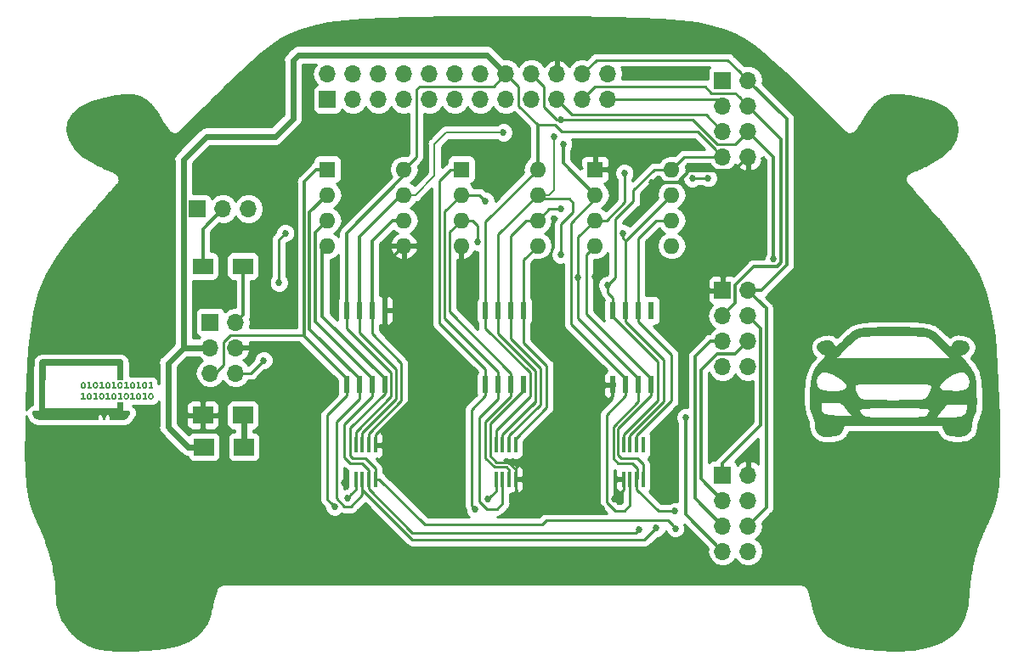
<source format=gtl>
G04 #@! TF.GenerationSoftware,KiCad,Pcbnew,5.0.0-fee4fd1~65~ubuntu16.04.1*
G04 #@! TF.CreationDate,2018-07-25T18:48:16-06:00*
G04 #@! TF.ProjectId,UPA_Shield_001,5550415F536869656C645F3030312E6B,rev?*
G04 #@! TF.SameCoordinates,Original*
G04 #@! TF.FileFunction,Copper,L1,Top,Signal*
G04 #@! TF.FilePolarity,Positive*
%FSLAX46Y46*%
G04 Gerber Fmt 4.6, Leading zero omitted, Abs format (unit mm)*
G04 Created by KiCad (PCBNEW 5.0.0-fee4fd1~65~ubuntu16.04.1) date Wed Jul 25 18:48:16 2018*
%MOMM*%
%LPD*%
G01*
G04 APERTURE LIST*
G04 #@! TA.AperFunction,EtchedComponent*
%ADD10C,0.100000*%
G04 #@! TD*
G04 #@! TA.AperFunction,ComponentPad*
%ADD11O,1.700000X1.700000*%
G04 #@! TD*
G04 #@! TA.AperFunction,ComponentPad*
%ADD12R,1.700000X1.700000*%
G04 #@! TD*
G04 #@! TA.AperFunction,ComponentPad*
%ADD13R,1.600000X1.600000*%
G04 #@! TD*
G04 #@! TA.AperFunction,ComponentPad*
%ADD14O,1.600000X1.600000*%
G04 #@! TD*
G04 #@! TA.AperFunction,SMDPad,CuDef*
%ADD15R,0.550000X1.750000*%
G04 #@! TD*
G04 #@! TA.AperFunction,SMDPad,CuDef*
%ADD16R,0.300000X1.600000*%
G04 #@! TD*
G04 #@! TA.AperFunction,SMDPad,CuDef*
%ADD17R,2.000000X1.600000*%
G04 #@! TD*
G04 #@! TA.AperFunction,SMDPad,CuDef*
%ADD18R,2.000000X1.700000*%
G04 #@! TD*
G04 #@! TA.AperFunction,ViaPad*
%ADD19C,0.685800*%
G04 #@! TD*
G04 #@! TA.AperFunction,Conductor*
%ADD20C,0.300000*%
G04 #@! TD*
G04 #@! TA.AperFunction,Conductor*
%ADD21C,0.250000*%
G04 #@! TD*
G04 #@! TA.AperFunction,Conductor*
%ADD22C,0.254000*%
G04 #@! TD*
G04 #@! TA.AperFunction,Conductor*
%ADD23C,0.200000*%
G04 #@! TD*
G04 #@! TA.AperFunction,Conductor*
%ADD24C,0.600000*%
G04 #@! TD*
G04 APERTURE END LIST*
D10*
G04 #@! TO.C,svg2mod*
G36*
X112056580Y-98213131D02*
X112222375Y-98214429D01*
X112218069Y-98289764D01*
X112205148Y-98356001D01*
X112183618Y-98413141D01*
X112153473Y-98461184D01*
X112115415Y-98499054D01*
X112070145Y-98526102D01*
X112017661Y-98542332D01*
X111957964Y-98547743D01*
X111898079Y-98542332D01*
X111845460Y-98526102D01*
X111800108Y-98499054D01*
X111762024Y-98461184D01*
X111731879Y-98413141D01*
X111710349Y-98356001D01*
X111697428Y-98289764D01*
X111693122Y-98214429D01*
X111697428Y-98138933D01*
X111710349Y-98072642D01*
X111731879Y-98015556D01*
X111762024Y-97967675D01*
X111800108Y-97929617D01*
X111845460Y-97902433D01*
X111898079Y-97886124D01*
X111957964Y-97880688D01*
X112017661Y-97886124D01*
X112070145Y-97902433D01*
X112115415Y-97929617D01*
X112153473Y-97967675D01*
X112183618Y-98015556D01*
X112205148Y-98072642D01*
X112218069Y-98138933D01*
X112222375Y-98214429D01*
X112056580Y-98213131D01*
X112055141Y-98157310D01*
X112050862Y-98110424D01*
X112043730Y-98072474D01*
X112033745Y-98043460D01*
X112020611Y-98021794D01*
X112003601Y-98006317D01*
X111982717Y-97997032D01*
X111957955Y-97993936D01*
X111933167Y-97997032D01*
X111912201Y-98006317D01*
X111895056Y-98021794D01*
X111881732Y-98043460D01*
X111871747Y-98072474D01*
X111864615Y-98110424D01*
X111860337Y-98157310D01*
X111858897Y-98213131D01*
X111860337Y-98269571D01*
X111864615Y-98317022D01*
X111871747Y-98355483D01*
X111881732Y-98384955D01*
X111895056Y-98406810D01*
X111912201Y-98422420D01*
X111933167Y-98431787D01*
X111957955Y-98434908D01*
X111982556Y-98431787D01*
X112003387Y-98422420D01*
X112020450Y-98406810D01*
X112033745Y-98384955D01*
X112043730Y-98355483D01*
X112050862Y-98317022D01*
X112055141Y-98269571D01*
X112056580Y-98213131D01*
X112056580Y-98213131D01*
G37*
G36*
X111141046Y-98420698D02*
X111177650Y-98420698D01*
X111214254Y-98420698D01*
X111250858Y-98420698D01*
X111287462Y-98420698D01*
X111287462Y-98316807D01*
X111287462Y-98212916D01*
X111287462Y-98109024D01*
X111287462Y-98005133D01*
X111249889Y-98012886D01*
X111212316Y-98020639D01*
X111174743Y-98028388D01*
X111137170Y-98036141D01*
X111137170Y-98007936D01*
X111137170Y-97979731D01*
X111137170Y-97951525D01*
X111137170Y-97923320D01*
X111174528Y-97915567D01*
X111211886Y-97907815D01*
X111249243Y-97900065D01*
X111286601Y-97892312D01*
X111326004Y-97892312D01*
X111365408Y-97892312D01*
X111404811Y-97892312D01*
X111444214Y-97892312D01*
X111444214Y-98024410D01*
X111444214Y-98156508D01*
X111444214Y-98288606D01*
X111444214Y-98420704D01*
X111480818Y-98420704D01*
X111517422Y-98420704D01*
X111554027Y-98420704D01*
X111590631Y-98420704D01*
X111590631Y-98449341D01*
X111590631Y-98477978D01*
X111590631Y-98506616D01*
X111590631Y-98535253D01*
X111478235Y-98535253D01*
X111365838Y-98535253D01*
X111253442Y-98535253D01*
X111141046Y-98535253D01*
X111141046Y-98506616D01*
X111141046Y-98477978D01*
X111141046Y-98449341D01*
X111141046Y-98420698D01*
X111141046Y-98420698D01*
G37*
G36*
X110830126Y-98213131D02*
X110995921Y-98214429D01*
X110991614Y-98289764D01*
X110978694Y-98356001D01*
X110957163Y-98413141D01*
X110927019Y-98461184D01*
X110888961Y-98499054D01*
X110843691Y-98526102D01*
X110791207Y-98542332D01*
X110731510Y-98547743D01*
X110671625Y-98542332D01*
X110619006Y-98526102D01*
X110573655Y-98499054D01*
X110535570Y-98461184D01*
X110505425Y-98413141D01*
X110483895Y-98356001D01*
X110470974Y-98289764D01*
X110466668Y-98214429D01*
X110470974Y-98138933D01*
X110483895Y-98072642D01*
X110505425Y-98015556D01*
X110535570Y-97967675D01*
X110573655Y-97929617D01*
X110619006Y-97902433D01*
X110671625Y-97886124D01*
X110731510Y-97880688D01*
X110791207Y-97886124D01*
X110843691Y-97902433D01*
X110888961Y-97929617D01*
X110927019Y-97967675D01*
X110957163Y-98015556D01*
X110978694Y-98072642D01*
X110991614Y-98138933D01*
X110995921Y-98214429D01*
X110830126Y-98213131D01*
X110828687Y-98157310D01*
X110824408Y-98110424D01*
X110817276Y-98072474D01*
X110807291Y-98043460D01*
X110794157Y-98021794D01*
X110777147Y-98006317D01*
X110756263Y-97997032D01*
X110731501Y-97993936D01*
X110706713Y-97997032D01*
X110685747Y-98006317D01*
X110668602Y-98021794D01*
X110655278Y-98043460D01*
X110645293Y-98072474D01*
X110638161Y-98110424D01*
X110633883Y-98157310D01*
X110632443Y-98213131D01*
X110633883Y-98269571D01*
X110638161Y-98317022D01*
X110645293Y-98355483D01*
X110655278Y-98384955D01*
X110668602Y-98406810D01*
X110685747Y-98422420D01*
X110706713Y-98431787D01*
X110731501Y-98434908D01*
X110756102Y-98431787D01*
X110776933Y-98422420D01*
X110793996Y-98406810D01*
X110807291Y-98384955D01*
X110817276Y-98355483D01*
X110824408Y-98317022D01*
X110828687Y-98269571D01*
X110830126Y-98213131D01*
X110830126Y-98213131D01*
G37*
G36*
X109914592Y-98420698D02*
X109951196Y-98420698D01*
X109987800Y-98420698D01*
X110024404Y-98420698D01*
X110061008Y-98420698D01*
X110061008Y-98316807D01*
X110061008Y-98212916D01*
X110061008Y-98109024D01*
X110061008Y-98005133D01*
X110023435Y-98012886D01*
X109985862Y-98020639D01*
X109948289Y-98028388D01*
X109910716Y-98036141D01*
X109910716Y-98007936D01*
X109910716Y-97979731D01*
X109910716Y-97951525D01*
X109910716Y-97923320D01*
X109948074Y-97915567D01*
X109985432Y-97907815D01*
X110022789Y-97900065D01*
X110060147Y-97892312D01*
X110099551Y-97892312D01*
X110138954Y-97892312D01*
X110178357Y-97892312D01*
X110217760Y-97892312D01*
X110217760Y-98024410D01*
X110217760Y-98156508D01*
X110217760Y-98288606D01*
X110217760Y-98420704D01*
X110254364Y-98420704D01*
X110290968Y-98420704D01*
X110327573Y-98420704D01*
X110364177Y-98420704D01*
X110364177Y-98449341D01*
X110364177Y-98477978D01*
X110364177Y-98506616D01*
X110364177Y-98535253D01*
X110251781Y-98535253D01*
X110139384Y-98535253D01*
X110026988Y-98535253D01*
X109914592Y-98535253D01*
X109914592Y-98506616D01*
X109914592Y-98477978D01*
X109914592Y-98449341D01*
X109914592Y-98420698D01*
X109914592Y-98420698D01*
G37*
G36*
X109603672Y-98213131D02*
X109769467Y-98214429D01*
X109765160Y-98289764D01*
X109752240Y-98356001D01*
X109730709Y-98413141D01*
X109700565Y-98461184D01*
X109662507Y-98499054D01*
X109617237Y-98526102D01*
X109564753Y-98542332D01*
X109505056Y-98547743D01*
X109445170Y-98542332D01*
X109392552Y-98526102D01*
X109347201Y-98499054D01*
X109309116Y-98461184D01*
X109278971Y-98413141D01*
X109257441Y-98356001D01*
X109244520Y-98289764D01*
X109240214Y-98214429D01*
X109244520Y-98138933D01*
X109257441Y-98072642D01*
X109278971Y-98015556D01*
X109309116Y-97967675D01*
X109347201Y-97929617D01*
X109392552Y-97902433D01*
X109445170Y-97886124D01*
X109505056Y-97880688D01*
X109564753Y-97886124D01*
X109617237Y-97902433D01*
X109662507Y-97929617D01*
X109700565Y-97967675D01*
X109730709Y-98015556D01*
X109752240Y-98072642D01*
X109765160Y-98138933D01*
X109769467Y-98214429D01*
X109603672Y-98213131D01*
X109602233Y-98157310D01*
X109597954Y-98110424D01*
X109590822Y-98072474D01*
X109580837Y-98043460D01*
X109567703Y-98021794D01*
X109550693Y-98006317D01*
X109529809Y-97997032D01*
X109505047Y-97993936D01*
X109480259Y-97997032D01*
X109459293Y-98006317D01*
X109442148Y-98021794D01*
X109428824Y-98043460D01*
X109418839Y-98072474D01*
X109411707Y-98110424D01*
X109407429Y-98157310D01*
X109405989Y-98213131D01*
X109407429Y-98269571D01*
X109411707Y-98317022D01*
X109418839Y-98355483D01*
X109428824Y-98384955D01*
X109442148Y-98406810D01*
X109459293Y-98422420D01*
X109480259Y-98431787D01*
X109505047Y-98434908D01*
X109529648Y-98431787D01*
X109550479Y-98422420D01*
X109567542Y-98406810D01*
X109580837Y-98384955D01*
X109590822Y-98355483D01*
X109597954Y-98317022D01*
X109602233Y-98269571D01*
X109603672Y-98213131D01*
X109603672Y-98213131D01*
G37*
G36*
X108688138Y-98420698D02*
X108724742Y-98420698D01*
X108761346Y-98420698D01*
X108797950Y-98420698D01*
X108834554Y-98420698D01*
X108834554Y-98316807D01*
X108834554Y-98212916D01*
X108834554Y-98109024D01*
X108834554Y-98005133D01*
X108796981Y-98012886D01*
X108759408Y-98020639D01*
X108721835Y-98028388D01*
X108684262Y-98036141D01*
X108684262Y-98007936D01*
X108684262Y-97979731D01*
X108684262Y-97951525D01*
X108684262Y-97923320D01*
X108721620Y-97915567D01*
X108758978Y-97907815D01*
X108796335Y-97900065D01*
X108833693Y-97892312D01*
X108873096Y-97892312D01*
X108912500Y-97892312D01*
X108951903Y-97892312D01*
X108991306Y-97892312D01*
X108991306Y-98024410D01*
X108991306Y-98156508D01*
X108991306Y-98288606D01*
X108991306Y-98420704D01*
X109027910Y-98420704D01*
X109064515Y-98420704D01*
X109101119Y-98420704D01*
X109137723Y-98420704D01*
X109137723Y-98449341D01*
X109137723Y-98477978D01*
X109137723Y-98506616D01*
X109137723Y-98535253D01*
X109025327Y-98535253D01*
X108912930Y-98535253D01*
X108800534Y-98535253D01*
X108688138Y-98535253D01*
X108688138Y-98506616D01*
X108688138Y-98477978D01*
X108688138Y-98449341D01*
X108688138Y-98420698D01*
X108688138Y-98420698D01*
G37*
G36*
X108377218Y-98213131D02*
X108543013Y-98214429D01*
X108538706Y-98289764D01*
X108525786Y-98356001D01*
X108504256Y-98413141D01*
X108474111Y-98461184D01*
X108436053Y-98499054D01*
X108390783Y-98526102D01*
X108338299Y-98542332D01*
X108278602Y-98547743D01*
X108218716Y-98542332D01*
X108166098Y-98526102D01*
X108120747Y-98499054D01*
X108082662Y-98461184D01*
X108052517Y-98413141D01*
X108030987Y-98356001D01*
X108018066Y-98289764D01*
X108013760Y-98214429D01*
X108018066Y-98138933D01*
X108030987Y-98072642D01*
X108052517Y-98015556D01*
X108082662Y-97967675D01*
X108120747Y-97929617D01*
X108166098Y-97902433D01*
X108218716Y-97886124D01*
X108278602Y-97880688D01*
X108338299Y-97886124D01*
X108390783Y-97902433D01*
X108436053Y-97929617D01*
X108474111Y-97967675D01*
X108504256Y-98015556D01*
X108525786Y-98072642D01*
X108538706Y-98138933D01*
X108543013Y-98214429D01*
X108377218Y-98213131D01*
X108375779Y-98157310D01*
X108371500Y-98110424D01*
X108364368Y-98072474D01*
X108354383Y-98043460D01*
X108341249Y-98021794D01*
X108324239Y-98006317D01*
X108303355Y-97997032D01*
X108278593Y-97993936D01*
X108253805Y-97997032D01*
X108232839Y-98006317D01*
X108215694Y-98021794D01*
X108202370Y-98043460D01*
X108192385Y-98072474D01*
X108185253Y-98110424D01*
X108180975Y-98157310D01*
X108179535Y-98213131D01*
X108180975Y-98269571D01*
X108185253Y-98317022D01*
X108192385Y-98355483D01*
X108202370Y-98384955D01*
X108215694Y-98406810D01*
X108232839Y-98422420D01*
X108253805Y-98431787D01*
X108278593Y-98434908D01*
X108303194Y-98431787D01*
X108324025Y-98422420D01*
X108341088Y-98406810D01*
X108354383Y-98384955D01*
X108364368Y-98355483D01*
X108371500Y-98317022D01*
X108375779Y-98269571D01*
X108377218Y-98213131D01*
X108377218Y-98213131D01*
G37*
G36*
X107461684Y-98420698D02*
X107498288Y-98420698D01*
X107534892Y-98420698D01*
X107571496Y-98420698D01*
X107608100Y-98420698D01*
X107608100Y-98316807D01*
X107608100Y-98212916D01*
X107608100Y-98109024D01*
X107608100Y-98005133D01*
X107570527Y-98012886D01*
X107532954Y-98020639D01*
X107495381Y-98028388D01*
X107457808Y-98036141D01*
X107457808Y-98007936D01*
X107457808Y-97979731D01*
X107457808Y-97951525D01*
X107457808Y-97923320D01*
X107495166Y-97915567D01*
X107532523Y-97907815D01*
X107569881Y-97900065D01*
X107607239Y-97892312D01*
X107646642Y-97892312D01*
X107686046Y-97892312D01*
X107725449Y-97892312D01*
X107764852Y-97892312D01*
X107764852Y-98024410D01*
X107764852Y-98156508D01*
X107764852Y-98288606D01*
X107764852Y-98420704D01*
X107801456Y-98420704D01*
X107838060Y-98420704D01*
X107874665Y-98420704D01*
X107911269Y-98420704D01*
X107911269Y-98449341D01*
X107911269Y-98477978D01*
X107911269Y-98506616D01*
X107911269Y-98535253D01*
X107798872Y-98535253D01*
X107686476Y-98535253D01*
X107574080Y-98535253D01*
X107461684Y-98535253D01*
X107461684Y-98506616D01*
X107461684Y-98477978D01*
X107461684Y-98449341D01*
X107461684Y-98420698D01*
X107461684Y-98420698D01*
G37*
G36*
X107150764Y-98213131D02*
X107316559Y-98214429D01*
X107312252Y-98289764D01*
X107299332Y-98356001D01*
X107277802Y-98413141D01*
X107247657Y-98461184D01*
X107209599Y-98499054D01*
X107164329Y-98526102D01*
X107111845Y-98542332D01*
X107052148Y-98547743D01*
X106992262Y-98542332D01*
X106939644Y-98526102D01*
X106894293Y-98499054D01*
X106856208Y-98461184D01*
X106826063Y-98413141D01*
X106804533Y-98356001D01*
X106791613Y-98289764D01*
X106787306Y-98214429D01*
X106791613Y-98138933D01*
X106804533Y-98072642D01*
X106826063Y-98015556D01*
X106856208Y-97967675D01*
X106894293Y-97929617D01*
X106939644Y-97902433D01*
X106992262Y-97886124D01*
X107052148Y-97880688D01*
X107111845Y-97886124D01*
X107164329Y-97902433D01*
X107209599Y-97929617D01*
X107247657Y-97967675D01*
X107277802Y-98015556D01*
X107299332Y-98072642D01*
X107312252Y-98138933D01*
X107316559Y-98214429D01*
X107150764Y-98213131D01*
X107149325Y-98157310D01*
X107145046Y-98110424D01*
X107137914Y-98072474D01*
X107127929Y-98043460D01*
X107114795Y-98021794D01*
X107097785Y-98006317D01*
X107076901Y-97997032D01*
X107052139Y-97993936D01*
X107027351Y-97997032D01*
X107006385Y-98006317D01*
X106989240Y-98021794D01*
X106975916Y-98043460D01*
X106965931Y-98072474D01*
X106958799Y-98110424D01*
X106954521Y-98157310D01*
X106953081Y-98213131D01*
X106954521Y-98269571D01*
X106958799Y-98317022D01*
X106965931Y-98355483D01*
X106975916Y-98384955D01*
X106989240Y-98406810D01*
X107006385Y-98422420D01*
X107027351Y-98431787D01*
X107052139Y-98434908D01*
X107076740Y-98431787D01*
X107097571Y-98422420D01*
X107114634Y-98406810D01*
X107127929Y-98384955D01*
X107137914Y-98355483D01*
X107145046Y-98317022D01*
X107149325Y-98269571D01*
X107150764Y-98213131D01*
X107150764Y-98213131D01*
G37*
G36*
X106235230Y-98420698D02*
X106271834Y-98420698D01*
X106308438Y-98420698D01*
X106345042Y-98420698D01*
X106381646Y-98420698D01*
X106381646Y-98316807D01*
X106381646Y-98212916D01*
X106381646Y-98109024D01*
X106381646Y-98005133D01*
X106344073Y-98012886D01*
X106306500Y-98020639D01*
X106268927Y-98028388D01*
X106231354Y-98036141D01*
X106231354Y-98007936D01*
X106231354Y-97979731D01*
X106231354Y-97951525D01*
X106231354Y-97923320D01*
X106268712Y-97915567D01*
X106306069Y-97907815D01*
X106343427Y-97900065D01*
X106380785Y-97892312D01*
X106420188Y-97892312D01*
X106459592Y-97892312D01*
X106498995Y-97892312D01*
X106538398Y-97892312D01*
X106538398Y-98024410D01*
X106538398Y-98156508D01*
X106538398Y-98288606D01*
X106538398Y-98420704D01*
X106575002Y-98420704D01*
X106611606Y-98420704D01*
X106648211Y-98420704D01*
X106684815Y-98420704D01*
X106684815Y-98449341D01*
X106684815Y-98477978D01*
X106684815Y-98506616D01*
X106684815Y-98535253D01*
X106572418Y-98535253D01*
X106460022Y-98535253D01*
X106347626Y-98535253D01*
X106235230Y-98535253D01*
X106235230Y-98506616D01*
X106235230Y-98477978D01*
X106235230Y-98449341D01*
X106235230Y-98420698D01*
X106235230Y-98420698D01*
G37*
G36*
X105924310Y-98213131D02*
X106090105Y-98214429D01*
X106085798Y-98289764D01*
X106072878Y-98356001D01*
X106051348Y-98413141D01*
X106021203Y-98461184D01*
X105983145Y-98499054D01*
X105937875Y-98526102D01*
X105885391Y-98542332D01*
X105825694Y-98547743D01*
X105765808Y-98542332D01*
X105713190Y-98526102D01*
X105667838Y-98499054D01*
X105629754Y-98461184D01*
X105599609Y-98413141D01*
X105578079Y-98356001D01*
X105565159Y-98289764D01*
X105560852Y-98214429D01*
X105565159Y-98138933D01*
X105578079Y-98072642D01*
X105599609Y-98015556D01*
X105629754Y-97967675D01*
X105667838Y-97929617D01*
X105713190Y-97902433D01*
X105765808Y-97886124D01*
X105825694Y-97880688D01*
X105885391Y-97886124D01*
X105937875Y-97902433D01*
X105983145Y-97929617D01*
X106021203Y-97967675D01*
X106051348Y-98015556D01*
X106072878Y-98072642D01*
X106085798Y-98138933D01*
X106090105Y-98214429D01*
X105924310Y-98213131D01*
X105922871Y-98157310D01*
X105918592Y-98110424D01*
X105911460Y-98072474D01*
X105901475Y-98043460D01*
X105888341Y-98021794D01*
X105871331Y-98006317D01*
X105850447Y-97997032D01*
X105825685Y-97993936D01*
X105800897Y-97997032D01*
X105779931Y-98006317D01*
X105762786Y-98021794D01*
X105749462Y-98043460D01*
X105739477Y-98072474D01*
X105732345Y-98110424D01*
X105728067Y-98157310D01*
X105726627Y-98213131D01*
X105728067Y-98269571D01*
X105732345Y-98317022D01*
X105739477Y-98355483D01*
X105749462Y-98384955D01*
X105762786Y-98406810D01*
X105779931Y-98422420D01*
X105800897Y-98431787D01*
X105825685Y-98434908D01*
X105850286Y-98431787D01*
X105871117Y-98422420D01*
X105888180Y-98406810D01*
X105901475Y-98384955D01*
X105911460Y-98355483D01*
X105918592Y-98317022D01*
X105922871Y-98269571D01*
X105924310Y-98213131D01*
X105924310Y-98213131D01*
G37*
G36*
X105008776Y-98420698D02*
X105045380Y-98420698D01*
X105081984Y-98420698D01*
X105118588Y-98420698D01*
X105155192Y-98420698D01*
X105155192Y-98316807D01*
X105155192Y-98212916D01*
X105155192Y-98109024D01*
X105155192Y-98005133D01*
X105117619Y-98012886D01*
X105080046Y-98020639D01*
X105042473Y-98028388D01*
X105004900Y-98036141D01*
X105004900Y-98007936D01*
X105004900Y-97979731D01*
X105004900Y-97951525D01*
X105004900Y-97923320D01*
X105042258Y-97915567D01*
X105079616Y-97907815D01*
X105116973Y-97900065D01*
X105154331Y-97892312D01*
X105193734Y-97892312D01*
X105233138Y-97892312D01*
X105272541Y-97892312D01*
X105311944Y-97892312D01*
X105311944Y-98024410D01*
X105311944Y-98156508D01*
X105311944Y-98288606D01*
X105311944Y-98420704D01*
X105348548Y-98420704D01*
X105385152Y-98420704D01*
X105421757Y-98420704D01*
X105458361Y-98420704D01*
X105458361Y-98449341D01*
X105458361Y-98477978D01*
X105458361Y-98506616D01*
X105458361Y-98535253D01*
X105345964Y-98535253D01*
X105233568Y-98535253D01*
X105121172Y-98535253D01*
X105008776Y-98535253D01*
X105008776Y-98506616D01*
X105008776Y-98477978D01*
X105008776Y-98449341D01*
X105008776Y-98420698D01*
X105008776Y-98420698D01*
G37*
G36*
X111754273Y-97318267D02*
X111790877Y-97318267D01*
X111827481Y-97318267D01*
X111864085Y-97318267D01*
X111900689Y-97318267D01*
X111900689Y-97214376D01*
X111900689Y-97110485D01*
X111900689Y-97006594D01*
X111900689Y-96902703D01*
X111863116Y-96910455D01*
X111825543Y-96918208D01*
X111787970Y-96925958D01*
X111750397Y-96933711D01*
X111750397Y-96905505D01*
X111750397Y-96877300D01*
X111750397Y-96849095D01*
X111750397Y-96820889D01*
X111787755Y-96813137D01*
X111825113Y-96805384D01*
X111862470Y-96797634D01*
X111899828Y-96789882D01*
X111939231Y-96789882D01*
X111978635Y-96789882D01*
X112018038Y-96789882D01*
X112057441Y-96789882D01*
X112057441Y-96921979D01*
X112057441Y-97054077D01*
X112057441Y-97186175D01*
X112057441Y-97318273D01*
X112094045Y-97318273D01*
X112130650Y-97318273D01*
X112167254Y-97318273D01*
X112203858Y-97318273D01*
X112203858Y-97346910D01*
X112203858Y-97375548D01*
X112203858Y-97404185D01*
X112203858Y-97432823D01*
X112091462Y-97432823D01*
X111979065Y-97432823D01*
X111866669Y-97432823D01*
X111754273Y-97432823D01*
X111754273Y-97404185D01*
X111754273Y-97375548D01*
X111754273Y-97346910D01*
X111754273Y-97318267D01*
X111754273Y-97318267D01*
G37*
G36*
X111443353Y-97110701D02*
X111609148Y-97111999D01*
X111604841Y-97187333D01*
X111591921Y-97253571D01*
X111570391Y-97310711D01*
X111540246Y-97358754D01*
X111502188Y-97396623D01*
X111456918Y-97423671D01*
X111404434Y-97439902D01*
X111344737Y-97445312D01*
X111284851Y-97439902D01*
X111232233Y-97423671D01*
X111186881Y-97396623D01*
X111148797Y-97358754D01*
X111118652Y-97310711D01*
X111097122Y-97253571D01*
X111084202Y-97187333D01*
X111079895Y-97111999D01*
X111084202Y-97036503D01*
X111097122Y-96970211D01*
X111118652Y-96913125D01*
X111148797Y-96865244D01*
X111186881Y-96827186D01*
X111232233Y-96800003D01*
X111284851Y-96783693D01*
X111344737Y-96778257D01*
X111404434Y-96783693D01*
X111456918Y-96800003D01*
X111502188Y-96827186D01*
X111540246Y-96865244D01*
X111570391Y-96913125D01*
X111591921Y-96970211D01*
X111604841Y-97036503D01*
X111609148Y-97111999D01*
X111443353Y-97110701D01*
X111441914Y-97054879D01*
X111437635Y-97007993D01*
X111430503Y-96970044D01*
X111420518Y-96941029D01*
X111407384Y-96919363D01*
X111390374Y-96903886D01*
X111369490Y-96894601D01*
X111344728Y-96891505D01*
X111319940Y-96894601D01*
X111298974Y-96903886D01*
X111281829Y-96919363D01*
X111268505Y-96941029D01*
X111258520Y-96970044D01*
X111251388Y-97007993D01*
X111247110Y-97054879D01*
X111245671Y-97110701D01*
X111247110Y-97167141D01*
X111251388Y-97214592D01*
X111258520Y-97253053D01*
X111268505Y-97282525D01*
X111281829Y-97304380D01*
X111298974Y-97319990D01*
X111319940Y-97329356D01*
X111344728Y-97332478D01*
X111369329Y-97329356D01*
X111390160Y-97319990D01*
X111407223Y-97304380D01*
X111420518Y-97282525D01*
X111430503Y-97253053D01*
X111437635Y-97214592D01*
X111441914Y-97167141D01*
X111443353Y-97110701D01*
X111443353Y-97110701D01*
G37*
G36*
X110527819Y-97318267D02*
X110564423Y-97318267D01*
X110601027Y-97318267D01*
X110637631Y-97318267D01*
X110674235Y-97318267D01*
X110674235Y-97214376D01*
X110674235Y-97110485D01*
X110674235Y-97006594D01*
X110674235Y-96902703D01*
X110636662Y-96910455D01*
X110599089Y-96918208D01*
X110561516Y-96925958D01*
X110523943Y-96933711D01*
X110523943Y-96905505D01*
X110523943Y-96877300D01*
X110523943Y-96849095D01*
X110523943Y-96820889D01*
X110561301Y-96813137D01*
X110598659Y-96805384D01*
X110636016Y-96797634D01*
X110673374Y-96789882D01*
X110712777Y-96789882D01*
X110752181Y-96789882D01*
X110791584Y-96789882D01*
X110830987Y-96789882D01*
X110830987Y-96921979D01*
X110830987Y-97054077D01*
X110830987Y-97186175D01*
X110830987Y-97318273D01*
X110867591Y-97318273D01*
X110904196Y-97318273D01*
X110940800Y-97318273D01*
X110977404Y-97318273D01*
X110977404Y-97346910D01*
X110977404Y-97375548D01*
X110977404Y-97404185D01*
X110977404Y-97432823D01*
X110865008Y-97432823D01*
X110752611Y-97432823D01*
X110640215Y-97432823D01*
X110527819Y-97432823D01*
X110527819Y-97404185D01*
X110527819Y-97375548D01*
X110527819Y-97346910D01*
X110527819Y-97318267D01*
X110527819Y-97318267D01*
G37*
G36*
X110216899Y-97110701D02*
X110382694Y-97111999D01*
X110378387Y-97187333D01*
X110365467Y-97253571D01*
X110343937Y-97310711D01*
X110313792Y-97358754D01*
X110275735Y-97396623D01*
X110230464Y-97423671D01*
X110177980Y-97439902D01*
X110118283Y-97445312D01*
X110058397Y-97439902D01*
X110005779Y-97423671D01*
X109960427Y-97396623D01*
X109922343Y-97358754D01*
X109892198Y-97310711D01*
X109870668Y-97253571D01*
X109857748Y-97187333D01*
X109853441Y-97111999D01*
X109857748Y-97036503D01*
X109870668Y-96970211D01*
X109892198Y-96913125D01*
X109922343Y-96865244D01*
X109960427Y-96827186D01*
X110005779Y-96800003D01*
X110058397Y-96783693D01*
X110118283Y-96778257D01*
X110177980Y-96783693D01*
X110230464Y-96800003D01*
X110275735Y-96827186D01*
X110313792Y-96865244D01*
X110343937Y-96913125D01*
X110365467Y-96970211D01*
X110378387Y-97036503D01*
X110382694Y-97111999D01*
X110216899Y-97110701D01*
X110215460Y-97054879D01*
X110211181Y-97007993D01*
X110204050Y-96970044D01*
X110194064Y-96941029D01*
X110180930Y-96919363D01*
X110163920Y-96903886D01*
X110143036Y-96894601D01*
X110118274Y-96891505D01*
X110093486Y-96894601D01*
X110072520Y-96903886D01*
X110055375Y-96919363D01*
X110042051Y-96941029D01*
X110032066Y-96970044D01*
X110024934Y-97007993D01*
X110020656Y-97054879D01*
X110019217Y-97110701D01*
X110020656Y-97167141D01*
X110024934Y-97214592D01*
X110032066Y-97253053D01*
X110042051Y-97282525D01*
X110055375Y-97304380D01*
X110072520Y-97319990D01*
X110093486Y-97329356D01*
X110118274Y-97332478D01*
X110142875Y-97329356D01*
X110163706Y-97319990D01*
X110180769Y-97304380D01*
X110194064Y-97282525D01*
X110204050Y-97253053D01*
X110211181Y-97214592D01*
X110215460Y-97167141D01*
X110216899Y-97110701D01*
X110216899Y-97110701D01*
G37*
G36*
X109301365Y-97318267D02*
X109337969Y-97318267D01*
X109374573Y-97318267D01*
X109411177Y-97318267D01*
X109447781Y-97318267D01*
X109447781Y-97214376D01*
X109447781Y-97110485D01*
X109447781Y-97006594D01*
X109447781Y-96902703D01*
X109410208Y-96910455D01*
X109372635Y-96918208D01*
X109335062Y-96925958D01*
X109297489Y-96933711D01*
X109297489Y-96905505D01*
X109297489Y-96877300D01*
X109297489Y-96849095D01*
X109297489Y-96820889D01*
X109334847Y-96813137D01*
X109372205Y-96805384D01*
X109409562Y-96797634D01*
X109446920Y-96789882D01*
X109486323Y-96789882D01*
X109525727Y-96789882D01*
X109565130Y-96789882D01*
X109604533Y-96789882D01*
X109604533Y-96921979D01*
X109604533Y-97054077D01*
X109604533Y-97186175D01*
X109604533Y-97318273D01*
X109641138Y-97318273D01*
X109677742Y-97318273D01*
X109714346Y-97318273D01*
X109750950Y-97318273D01*
X109750950Y-97346910D01*
X109750950Y-97375548D01*
X109750950Y-97404185D01*
X109750950Y-97432823D01*
X109638554Y-97432823D01*
X109526157Y-97432823D01*
X109413761Y-97432823D01*
X109301365Y-97432823D01*
X109301365Y-97404185D01*
X109301365Y-97375548D01*
X109301365Y-97346910D01*
X109301365Y-97318267D01*
X109301365Y-97318267D01*
G37*
G36*
X108990445Y-97110701D02*
X109156240Y-97111999D01*
X109151934Y-97187333D01*
X109139013Y-97253571D01*
X109117483Y-97310711D01*
X109087338Y-97358754D01*
X109049281Y-97396623D01*
X109004010Y-97423671D01*
X108951526Y-97439902D01*
X108891829Y-97445312D01*
X108831943Y-97439902D01*
X108779325Y-97423671D01*
X108733973Y-97396623D01*
X108695889Y-97358754D01*
X108665744Y-97310711D01*
X108644214Y-97253571D01*
X108631294Y-97187333D01*
X108626987Y-97111999D01*
X108631294Y-97036503D01*
X108644214Y-96970211D01*
X108665744Y-96913125D01*
X108695889Y-96865244D01*
X108733973Y-96827186D01*
X108779325Y-96800003D01*
X108831943Y-96783693D01*
X108891829Y-96778257D01*
X108951526Y-96783693D01*
X109004010Y-96800003D01*
X109049281Y-96827186D01*
X109087338Y-96865244D01*
X109117483Y-96913125D01*
X109139013Y-96970211D01*
X109151934Y-97036503D01*
X109156240Y-97111999D01*
X108990445Y-97110701D01*
X108989005Y-97054879D01*
X108984727Y-97007993D01*
X108977595Y-96970044D01*
X108967610Y-96941029D01*
X108954476Y-96919363D01*
X108937466Y-96903886D01*
X108916582Y-96894601D01*
X108891819Y-96891505D01*
X108867032Y-96894601D01*
X108846066Y-96903886D01*
X108828921Y-96919363D01*
X108815597Y-96941029D01*
X108805612Y-96970044D01*
X108798480Y-97007993D01*
X108794202Y-97054879D01*
X108792762Y-97110701D01*
X108794202Y-97167141D01*
X108798480Y-97214592D01*
X108805612Y-97253053D01*
X108815597Y-97282525D01*
X108828921Y-97304380D01*
X108846066Y-97319990D01*
X108867032Y-97329356D01*
X108891819Y-97332478D01*
X108916421Y-97329356D01*
X108937252Y-97319990D01*
X108954315Y-97304380D01*
X108967610Y-97282525D01*
X108977595Y-97253053D01*
X108984727Y-97214592D01*
X108989005Y-97167141D01*
X108990445Y-97110701D01*
X108990445Y-97110701D01*
G37*
G36*
X108074911Y-97318267D02*
X108111515Y-97318267D01*
X108148119Y-97318267D01*
X108184723Y-97318267D01*
X108221327Y-97318267D01*
X108221327Y-97214376D01*
X108221327Y-97110485D01*
X108221327Y-97006594D01*
X108221327Y-96902703D01*
X108183754Y-96910455D01*
X108146181Y-96918208D01*
X108108608Y-96925958D01*
X108071035Y-96933711D01*
X108071035Y-96905505D01*
X108071035Y-96877300D01*
X108071035Y-96849095D01*
X108071035Y-96820889D01*
X108108393Y-96813137D01*
X108145751Y-96805384D01*
X108183108Y-96797634D01*
X108220466Y-96789882D01*
X108259869Y-96789882D01*
X108299273Y-96789882D01*
X108338676Y-96789882D01*
X108378079Y-96789882D01*
X108378079Y-96921979D01*
X108378079Y-97054077D01*
X108378079Y-97186175D01*
X108378079Y-97318273D01*
X108414684Y-97318273D01*
X108451287Y-97318273D01*
X108487892Y-97318273D01*
X108524496Y-97318273D01*
X108524496Y-97346910D01*
X108524496Y-97375548D01*
X108524496Y-97404185D01*
X108524496Y-97432823D01*
X108412100Y-97432823D01*
X108299703Y-97432823D01*
X108187307Y-97432823D01*
X108074911Y-97432823D01*
X108074911Y-97404185D01*
X108074911Y-97375548D01*
X108074911Y-97346910D01*
X108074911Y-97318267D01*
X108074911Y-97318267D01*
G37*
G36*
X107763991Y-97110701D02*
X107929786Y-97111999D01*
X107925480Y-97187333D01*
X107912559Y-97253571D01*
X107891029Y-97310711D01*
X107860884Y-97358754D01*
X107822826Y-97396623D01*
X107777556Y-97423671D01*
X107725072Y-97439902D01*
X107665375Y-97445312D01*
X107605489Y-97439902D01*
X107552871Y-97423671D01*
X107507519Y-97396623D01*
X107469435Y-97358754D01*
X107439290Y-97310711D01*
X107417759Y-97253571D01*
X107404839Y-97187333D01*
X107400533Y-97111999D01*
X107404839Y-97036503D01*
X107417759Y-96970212D01*
X107439290Y-96913125D01*
X107469435Y-96865244D01*
X107507519Y-96827186D01*
X107552871Y-96800003D01*
X107605489Y-96783693D01*
X107665375Y-96778257D01*
X107725072Y-96783693D01*
X107777556Y-96800003D01*
X107822826Y-96827186D01*
X107860884Y-96865244D01*
X107891029Y-96913125D01*
X107912559Y-96970212D01*
X107925480Y-97036503D01*
X107929786Y-97111999D01*
X107763991Y-97110701D01*
X107762552Y-97054879D01*
X107758273Y-97007993D01*
X107751141Y-96970044D01*
X107741156Y-96941029D01*
X107728022Y-96919363D01*
X107711012Y-96903886D01*
X107690128Y-96894601D01*
X107665365Y-96891505D01*
X107640578Y-96894601D01*
X107619612Y-96903886D01*
X107602467Y-96919363D01*
X107589143Y-96941029D01*
X107579158Y-96970044D01*
X107572026Y-97007993D01*
X107567748Y-97054879D01*
X107566308Y-97110701D01*
X107567748Y-97167141D01*
X107572026Y-97214592D01*
X107579158Y-97253053D01*
X107589143Y-97282525D01*
X107602467Y-97304380D01*
X107619612Y-97319990D01*
X107640578Y-97329356D01*
X107665365Y-97332478D01*
X107689967Y-97329356D01*
X107710798Y-97319990D01*
X107727861Y-97304380D01*
X107741156Y-97282525D01*
X107751141Y-97253053D01*
X107758273Y-97214592D01*
X107762552Y-97167141D01*
X107763991Y-97110701D01*
X107763991Y-97110701D01*
G37*
G36*
X106848457Y-97318267D02*
X106885061Y-97318267D01*
X106921665Y-97318267D01*
X106958269Y-97318267D01*
X106994873Y-97318267D01*
X106994873Y-97214376D01*
X106994873Y-97110485D01*
X106994873Y-97006594D01*
X106994873Y-96902703D01*
X106957300Y-96910455D01*
X106919727Y-96918208D01*
X106882154Y-96925958D01*
X106844581Y-96933711D01*
X106844581Y-96905505D01*
X106844581Y-96877300D01*
X106844581Y-96849095D01*
X106844581Y-96820889D01*
X106881939Y-96813137D01*
X106919297Y-96805384D01*
X106956654Y-96797634D01*
X106994012Y-96789882D01*
X107033415Y-96789882D01*
X107072819Y-96789882D01*
X107112222Y-96789882D01*
X107151625Y-96789882D01*
X107151625Y-96921979D01*
X107151625Y-97054077D01*
X107151625Y-97186175D01*
X107151625Y-97318273D01*
X107188229Y-97318273D01*
X107224834Y-97318273D01*
X107261437Y-97318273D01*
X107298042Y-97318273D01*
X107298042Y-97346910D01*
X107298042Y-97375548D01*
X107298042Y-97404185D01*
X107298042Y-97432823D01*
X107185646Y-97432823D01*
X107073249Y-97432823D01*
X106960853Y-97432823D01*
X106848457Y-97432823D01*
X106848457Y-97404185D01*
X106848457Y-97375548D01*
X106848457Y-97346910D01*
X106848457Y-97318267D01*
X106848457Y-97318267D01*
G37*
G36*
X106537537Y-97110701D02*
X106703332Y-97111999D01*
X106699026Y-97187333D01*
X106686105Y-97253571D01*
X106664575Y-97310711D01*
X106634430Y-97358754D01*
X106596372Y-97396623D01*
X106551102Y-97423671D01*
X106498618Y-97439902D01*
X106438921Y-97445312D01*
X106379036Y-97439902D01*
X106326417Y-97423671D01*
X106281065Y-97396623D01*
X106242981Y-97358754D01*
X106212836Y-97310711D01*
X106191306Y-97253571D01*
X106178385Y-97187333D01*
X106174079Y-97111999D01*
X106178385Y-97036503D01*
X106191306Y-96970212D01*
X106212836Y-96913125D01*
X106242981Y-96865244D01*
X106281065Y-96827186D01*
X106326417Y-96800003D01*
X106379036Y-96783693D01*
X106438921Y-96778257D01*
X106498618Y-96783693D01*
X106551102Y-96800003D01*
X106596372Y-96827186D01*
X106634430Y-96865244D01*
X106664575Y-96913125D01*
X106686105Y-96970212D01*
X106699026Y-97036503D01*
X106703332Y-97111999D01*
X106537537Y-97110701D01*
X106536098Y-97054879D01*
X106531819Y-97007993D01*
X106524687Y-96970044D01*
X106514702Y-96941029D01*
X106501568Y-96919363D01*
X106484558Y-96903886D01*
X106463674Y-96894601D01*
X106438911Y-96891505D01*
X106414124Y-96894601D01*
X106393158Y-96903886D01*
X106376013Y-96919363D01*
X106362689Y-96941029D01*
X106352704Y-96970044D01*
X106345572Y-97007993D01*
X106341294Y-97054879D01*
X106339854Y-97110701D01*
X106341294Y-97167141D01*
X106345572Y-97214592D01*
X106352704Y-97253053D01*
X106362689Y-97282525D01*
X106376013Y-97304380D01*
X106393158Y-97319990D01*
X106414124Y-97329356D01*
X106438911Y-97332478D01*
X106463513Y-97329356D01*
X106484344Y-97319990D01*
X106501407Y-97304380D01*
X106514702Y-97282525D01*
X106524687Y-97253053D01*
X106531819Y-97214592D01*
X106536098Y-97167141D01*
X106537537Y-97110701D01*
X106537537Y-97110701D01*
G37*
G36*
X105622003Y-97318267D02*
X105658607Y-97318267D01*
X105695211Y-97318267D01*
X105731815Y-97318267D01*
X105768419Y-97318267D01*
X105768419Y-97214376D01*
X105768419Y-97110485D01*
X105768419Y-97006594D01*
X105768419Y-96902703D01*
X105730846Y-96910455D01*
X105693273Y-96918208D01*
X105655700Y-96925958D01*
X105618127Y-96933711D01*
X105618127Y-96905505D01*
X105618127Y-96877300D01*
X105618127Y-96849095D01*
X105618127Y-96820889D01*
X105655485Y-96813137D01*
X105692843Y-96805384D01*
X105730200Y-96797634D01*
X105767558Y-96789882D01*
X105806961Y-96789882D01*
X105846365Y-96789882D01*
X105885768Y-96789882D01*
X105925171Y-96789882D01*
X105925171Y-96921979D01*
X105925171Y-97054077D01*
X105925171Y-97186175D01*
X105925171Y-97318273D01*
X105961775Y-97318273D01*
X105998380Y-97318273D01*
X106034983Y-97318273D01*
X106071588Y-97318273D01*
X106071588Y-97346910D01*
X106071588Y-97375548D01*
X106071588Y-97404185D01*
X106071588Y-97432823D01*
X105959192Y-97432823D01*
X105846795Y-97432823D01*
X105734399Y-97432823D01*
X105622003Y-97432823D01*
X105622003Y-97404185D01*
X105622003Y-97375548D01*
X105622003Y-97346910D01*
X105622003Y-97318267D01*
X105622003Y-97318267D01*
G37*
G36*
X105311083Y-97110701D02*
X105476878Y-97111999D01*
X105472571Y-97187333D01*
X105459651Y-97253571D01*
X105438120Y-97310711D01*
X105407976Y-97358754D01*
X105369918Y-97396623D01*
X105324648Y-97423671D01*
X105272164Y-97439902D01*
X105212467Y-97445312D01*
X105152581Y-97439902D01*
X105099963Y-97423671D01*
X105054611Y-97396623D01*
X105016527Y-97358754D01*
X104986382Y-97310711D01*
X104964852Y-97253571D01*
X104951931Y-97187333D01*
X104947625Y-97111999D01*
X104951931Y-97036503D01*
X104964852Y-96970212D01*
X104986382Y-96913125D01*
X105016527Y-96865244D01*
X105054611Y-96827186D01*
X105099963Y-96800003D01*
X105152581Y-96783693D01*
X105212467Y-96778257D01*
X105272164Y-96783693D01*
X105324648Y-96800003D01*
X105369918Y-96827186D01*
X105407976Y-96865244D01*
X105438120Y-96913125D01*
X105459651Y-96970212D01*
X105472571Y-97036503D01*
X105476878Y-97111999D01*
X105311083Y-97110701D01*
X105309644Y-97054879D01*
X105305365Y-97007993D01*
X105298233Y-96970044D01*
X105288248Y-96941029D01*
X105275114Y-96919363D01*
X105258104Y-96903886D01*
X105237220Y-96894601D01*
X105212458Y-96891505D01*
X105187670Y-96894601D01*
X105166704Y-96903886D01*
X105149559Y-96919363D01*
X105136235Y-96941029D01*
X105126250Y-96970044D01*
X105119118Y-97007993D01*
X105114840Y-97054879D01*
X105113400Y-97110701D01*
X105114840Y-97167141D01*
X105119118Y-97214592D01*
X105126250Y-97253053D01*
X105136235Y-97282525D01*
X105149559Y-97304380D01*
X105166704Y-97319990D01*
X105187670Y-97329356D01*
X105212458Y-97332478D01*
X105237059Y-97329356D01*
X105257890Y-97319990D01*
X105274953Y-97304380D01*
X105288248Y-97282525D01*
X105298233Y-97253053D01*
X105305365Y-97214592D01*
X105309644Y-97167141D01*
X105311083Y-97110701D01*
X105311083Y-97110701D01*
G37*
G36*
X101456974Y-100561893D02*
X101323733Y-100560115D01*
X101206153Y-100558449D01*
X101103102Y-100556813D01*
X101013449Y-100555119D01*
X100936064Y-100553341D01*
X100869814Y-100551366D01*
X100813571Y-100549164D01*
X100766200Y-100546624D01*
X100755612Y-100545947D01*
X100745488Y-100545241D01*
X100735814Y-100544508D01*
X100726571Y-100543746D01*
X100717743Y-100542955D01*
X100709310Y-100542137D01*
X100701256Y-100541262D01*
X100693559Y-100540359D01*
X100686207Y-100539428D01*
X100679180Y-100538468D01*
X100672458Y-100537480D01*
X100666026Y-100536436D01*
X100659865Y-100535364D01*
X100653961Y-100534263D01*
X100648291Y-100533106D01*
X100642841Y-100531921D01*
X100637592Y-100530679D01*
X100632526Y-100529409D01*
X100627627Y-100528082D01*
X100622874Y-100526728D01*
X100618254Y-100525317D01*
X100613747Y-100523849D01*
X100609333Y-100522353D01*
X100604998Y-100520801D01*
X100600722Y-100519192D01*
X100596489Y-100517527D01*
X100592281Y-100515806D01*
X100588079Y-100514028D01*
X100583865Y-100512193D01*
X100579623Y-100510302D01*
X100575336Y-100508355D01*
X100570985Y-100506351D01*
X100529718Y-100485450D01*
X100489845Y-100461602D01*
X100451493Y-100434980D01*
X100414787Y-100405762D01*
X100379853Y-100374122D01*
X100346818Y-100340237D01*
X100315806Y-100304283D01*
X100286945Y-100266435D01*
X100260360Y-100226869D01*
X100236176Y-100185761D01*
X100214521Y-100143288D01*
X100195519Y-100099624D01*
X100179297Y-100054945D01*
X100165982Y-100009428D01*
X100155698Y-99963248D01*
X100148572Y-99916582D01*
X100148294Y-99914183D01*
X100148021Y-99911812D01*
X100147755Y-99909498D01*
X100147493Y-99907212D01*
X100147238Y-99904954D01*
X100146989Y-99902724D01*
X100146746Y-99900523D01*
X100146509Y-99898350D01*
X100146279Y-99896205D01*
X100146055Y-99894088D01*
X100145838Y-99892000D01*
X100145627Y-99889940D01*
X100145424Y-99887908D01*
X100145228Y-99885904D01*
X100145039Y-99883900D01*
X100144858Y-99881925D01*
X100142967Y-99853717D01*
X100143207Y-99830597D01*
X100145888Y-99811143D01*
X100151352Y-99793928D01*
X100159904Y-99777528D01*
X100171861Y-99760518D01*
X100187542Y-99741477D01*
X100194092Y-99733854D01*
X100200642Y-99726231D01*
X100207193Y-99718608D01*
X100213743Y-99710986D01*
X100220294Y-99703363D01*
X100226844Y-99695740D01*
X100233394Y-99688117D01*
X100239945Y-99680494D01*
X100275124Y-99679648D01*
X100310304Y-99678801D01*
X100345483Y-99677954D01*
X100380662Y-99677108D01*
X100415842Y-99676261D01*
X100451021Y-99675414D01*
X100486200Y-99674568D01*
X100521380Y-99673721D01*
X100556559Y-99672874D01*
X100591739Y-99672028D01*
X100626918Y-99671181D01*
X100662098Y-99670334D01*
X100697277Y-99669488D01*
X100732456Y-99668641D01*
X100767636Y-99667794D01*
X100776430Y-99667583D01*
X100785224Y-99667371D01*
X100794018Y-99667159D01*
X100802812Y-99666948D01*
X100802988Y-99590354D01*
X100803165Y-99513760D01*
X100803341Y-99437166D01*
X100803518Y-99360572D01*
X100803694Y-99283978D01*
X100803870Y-99207384D01*
X100804047Y-99130791D01*
X100804223Y-99054197D01*
X100804400Y-98977603D01*
X100804576Y-98901009D01*
X100804752Y-98824415D01*
X100804929Y-98747821D01*
X100805105Y-98671227D01*
X100805282Y-98594633D01*
X100805458Y-98518040D01*
X100805634Y-98441446D01*
X100805811Y-98364852D01*
X100805987Y-98288258D01*
X100806163Y-98211664D01*
X100806340Y-98135070D01*
X100806516Y-98058476D01*
X100806693Y-97981882D01*
X100806869Y-97905288D01*
X100807045Y-97828695D01*
X100807222Y-97752101D01*
X100807398Y-97675507D01*
X100807575Y-97598913D01*
X100807751Y-97522319D01*
X100807927Y-97445725D01*
X100808104Y-97369131D01*
X100808280Y-97292538D01*
X100808368Y-97254241D01*
X100808457Y-97215944D01*
X100808696Y-97112634D01*
X100808933Y-97012232D01*
X100809169Y-96914696D01*
X100809402Y-96819982D01*
X100809635Y-96728050D01*
X100809869Y-96638857D01*
X100810106Y-96552359D01*
X100810347Y-96468516D01*
X100810592Y-96387284D01*
X100810840Y-96308622D01*
X100811092Y-96232486D01*
X100811349Y-96158835D01*
X100811611Y-96087626D01*
X100811879Y-96018817D01*
X100812154Y-95952366D01*
X100812436Y-95888230D01*
X100812718Y-95826367D01*
X100813029Y-95766735D01*
X100813339Y-95709291D01*
X100813649Y-95653992D01*
X100813988Y-95600798D01*
X100814327Y-95549665D01*
X100814694Y-95500550D01*
X100815061Y-95453412D01*
X100815427Y-95408208D01*
X100815823Y-95364897D01*
X100816669Y-95283780D01*
X100817572Y-95209723D01*
X100818560Y-95142387D01*
X100819633Y-95081433D01*
X100820761Y-95026523D01*
X100821975Y-94977318D01*
X100823301Y-94933479D01*
X100824713Y-94894668D01*
X100826237Y-94860546D01*
X100827873Y-94830774D01*
X100829623Y-94805014D01*
X100831486Y-94782928D01*
X100833490Y-94764175D01*
X100835606Y-94748418D01*
X100837864Y-94735319D01*
X100848357Y-94702717D01*
X100866504Y-94672823D01*
X100886895Y-94644708D01*
X100909278Y-94618604D01*
X100933393Y-94594743D01*
X100958991Y-94573357D01*
X100985816Y-94554677D01*
X101013612Y-94538936D01*
X101042124Y-94526365D01*
X101108550Y-94520376D01*
X101116088Y-94520035D01*
X101124038Y-94519696D01*
X101132400Y-94519360D01*
X101141180Y-94519027D01*
X101150378Y-94518700D01*
X101159996Y-94518375D01*
X101170037Y-94518054D01*
X101180505Y-94517735D01*
X101191399Y-94517422D01*
X101202724Y-94517111D01*
X101214482Y-94516803D01*
X101226674Y-94516499D01*
X101239303Y-94516200D01*
X101252370Y-94515903D01*
X101265880Y-94515610D01*
X101279833Y-94515319D01*
X101294232Y-94515031D01*
X101309077Y-94514749D01*
X101324373Y-94514469D01*
X101340121Y-94514192D01*
X101356324Y-94513919D01*
X101372983Y-94513649D01*
X101390103Y-94513383D01*
X101407685Y-94513119D01*
X101425731Y-94512860D01*
X101444242Y-94512603D01*
X101463221Y-94512349D01*
X101482672Y-94512099D01*
X101502594Y-94511852D01*
X101522993Y-94511608D01*
X101543869Y-94511368D01*
X101565225Y-94511130D01*
X101587063Y-94510896D01*
X101609384Y-94510665D01*
X101632190Y-94510437D01*
X101655488Y-94510213D01*
X101679276Y-94509991D01*
X101703556Y-94509772D01*
X101728332Y-94509557D01*
X101753605Y-94509345D01*
X101779378Y-94509135D01*
X101805653Y-94508929D01*
X101832433Y-94508726D01*
X101859721Y-94508526D01*
X101887517Y-94508329D01*
X101915824Y-94508134D01*
X101944645Y-94507943D01*
X101973982Y-94507755D01*
X102003836Y-94507569D01*
X102034212Y-94507387D01*
X102065109Y-94507207D01*
X102096531Y-94507031D01*
X102128481Y-94506857D01*
X102160960Y-94506686D01*
X102193970Y-94506518D01*
X102227514Y-94506353D01*
X102261595Y-94506190D01*
X102296214Y-94506031D01*
X102331373Y-94505874D01*
X102367075Y-94505720D01*
X102403323Y-94505569D01*
X102440117Y-94505421D01*
X102477462Y-94505276D01*
X102515358Y-94505133D01*
X102553809Y-94504993D01*
X102592816Y-94504856D01*
X102632382Y-94504721D01*
X102672508Y-94504589D01*
X102713198Y-94504459D01*
X102754454Y-94504333D01*
X102796277Y-94504208D01*
X102838670Y-94504087D01*
X102881636Y-94503968D01*
X102925175Y-94503851D01*
X102969292Y-94503737D01*
X103013988Y-94503626D01*
X103059265Y-94503517D01*
X103105126Y-94503410D01*
X103151572Y-94503307D01*
X103198606Y-94503205D01*
X103246231Y-94503107D01*
X103294449Y-94503010D01*
X103343261Y-94502917D01*
X103392670Y-94502825D01*
X103442679Y-94502736D01*
X103493289Y-94502650D01*
X103544504Y-94502566D01*
X103596324Y-94502485D01*
X103648753Y-94502406D01*
X103701792Y-94502329D01*
X103755445Y-94502255D01*
X103809712Y-94502183D01*
X103864598Y-94502113D01*
X103920102Y-94502046D01*
X103976229Y-94501981D01*
X104032980Y-94501918D01*
X104090357Y-94501858D01*
X104148363Y-94501800D01*
X104207000Y-94501744D01*
X104266271Y-94501690D01*
X104326176Y-94501639D01*
X104386720Y-94501589D01*
X104447904Y-94501542D01*
X104509730Y-94501497D01*
X104572200Y-94501453D01*
X104635318Y-94501412D01*
X104699084Y-94501373D01*
X104763502Y-94501336D01*
X104828573Y-94501302D01*
X104894300Y-94501269D01*
X104960686Y-94501238D01*
X105027731Y-94501210D01*
X105058383Y-94501198D01*
X105089035Y-94501185D01*
X105119687Y-94501173D01*
X105150339Y-94501160D01*
X105180991Y-94501148D01*
X105211643Y-94501135D01*
X105242295Y-94501123D01*
X105272947Y-94501111D01*
X105303598Y-94501098D01*
X105334250Y-94501086D01*
X105364902Y-94501073D01*
X105395554Y-94501061D01*
X105426206Y-94501048D01*
X105456858Y-94501036D01*
X105487510Y-94501024D01*
X105518162Y-94501011D01*
X105548814Y-94500999D01*
X105579466Y-94500986D01*
X105610117Y-94500974D01*
X105640769Y-94500961D01*
X105671421Y-94500949D01*
X105702073Y-94500936D01*
X105732725Y-94500924D01*
X105763377Y-94500912D01*
X105794029Y-94500899D01*
X105824681Y-94500887D01*
X105855333Y-94500874D01*
X105885985Y-94500862D01*
X105916637Y-94500849D01*
X105947289Y-94500837D01*
X105977940Y-94500825D01*
X106008592Y-94500812D01*
X106039244Y-94500800D01*
X106069896Y-94500787D01*
X106100548Y-94500775D01*
X106131200Y-94500762D01*
X106161852Y-94500750D01*
X106192504Y-94500738D01*
X106223156Y-94500725D01*
X106253808Y-94500713D01*
X106284459Y-94500700D01*
X106315111Y-94500688D01*
X106345763Y-94500675D01*
X106376415Y-94500663D01*
X106407067Y-94500650D01*
X106437719Y-94500638D01*
X106468371Y-94500626D01*
X106499023Y-94500613D01*
X106529675Y-94500601D01*
X106560327Y-94500588D01*
X106590979Y-94500576D01*
X106621630Y-94500563D01*
X106652283Y-94500551D01*
X106682934Y-94500539D01*
X106713586Y-94500526D01*
X106744238Y-94500514D01*
X106774890Y-94500501D01*
X106805542Y-94500489D01*
X106836194Y-94500476D01*
X106866846Y-94500464D01*
X106897498Y-94500452D01*
X106928150Y-94500439D01*
X106958802Y-94500427D01*
X106989453Y-94500414D01*
X107020105Y-94500402D01*
X107050757Y-94500389D01*
X107081409Y-94500377D01*
X107112061Y-94500364D01*
X107142713Y-94500352D01*
X107173365Y-94500340D01*
X107204017Y-94500327D01*
X107234669Y-94500315D01*
X107265321Y-94500302D01*
X107295972Y-94500290D01*
X107326624Y-94500277D01*
X107357276Y-94500265D01*
X107387928Y-94500253D01*
X107418580Y-94500240D01*
X107449232Y-94500228D01*
X107479884Y-94500215D01*
X107510536Y-94500203D01*
X107541188Y-94500190D01*
X107571840Y-94500178D01*
X107602491Y-94500165D01*
X107633144Y-94500153D01*
X107663796Y-94500141D01*
X107694447Y-94500128D01*
X107725099Y-94500116D01*
X107755751Y-94500103D01*
X107786403Y-94500091D01*
X107817055Y-94500078D01*
X107847707Y-94500066D01*
X107878359Y-94500054D01*
X107909011Y-94500041D01*
X107939663Y-94500029D01*
X107970315Y-94500016D01*
X108000966Y-94500004D01*
X108031618Y-94499991D01*
X108062270Y-94499979D01*
X108092922Y-94499967D01*
X108123574Y-94499954D01*
X108154226Y-94499942D01*
X108184878Y-94499929D01*
X108215530Y-94499917D01*
X108246182Y-94499904D01*
X108276834Y-94499892D01*
X108307485Y-94499879D01*
X108338137Y-94499867D01*
X108368789Y-94499855D01*
X108399441Y-94499842D01*
X108430093Y-94499830D01*
X108460745Y-94499817D01*
X108491397Y-94499805D01*
X108522049Y-94499792D01*
X108552701Y-94499780D01*
X108583353Y-94499768D01*
X108614005Y-94499755D01*
X108644657Y-94499743D01*
X108675308Y-94499730D01*
X108705960Y-94499718D01*
X108736612Y-94499705D01*
X108767264Y-94499693D01*
X108797916Y-94499680D01*
X108828568Y-94499668D01*
X108859220Y-94499656D01*
X108889872Y-94499643D01*
X108920524Y-94499631D01*
X108951176Y-94499618D01*
X108962820Y-94506442D01*
X108974465Y-94513267D01*
X108986109Y-94520091D01*
X108997754Y-94526915D01*
X109009398Y-94533739D01*
X109021043Y-94540563D01*
X109032687Y-94547387D01*
X109044332Y-94554211D01*
X109067299Y-94568628D01*
X109088409Y-94583898D01*
X109107750Y-94600114D01*
X109125408Y-94617367D01*
X109141470Y-94635751D01*
X109156024Y-94655357D01*
X109169158Y-94676279D01*
X109180961Y-94698609D01*
X109194920Y-94730394D01*
X109205520Y-94767588D01*
X109209705Y-94791536D01*
X109213225Y-94820823D01*
X109216134Y-94856777D01*
X109218505Y-94900726D01*
X109220368Y-94954002D01*
X109221807Y-95017931D01*
X109222851Y-95093842D01*
X109223585Y-95183065D01*
X109224065Y-95286929D01*
X109224326Y-95406761D01*
X109224441Y-95543891D01*
X109224474Y-95699647D01*
X109224475Y-95756600D01*
X109224476Y-95813552D01*
X109224479Y-95927456D01*
X109224481Y-96041360D01*
X109224484Y-96155264D01*
X109224487Y-96269169D01*
X109224489Y-96383073D01*
X109224492Y-96496977D01*
X109224494Y-96610881D01*
X109192732Y-96609188D01*
X109160969Y-96607494D01*
X109129207Y-96605801D01*
X109097444Y-96604108D01*
X109065682Y-96602414D01*
X109033919Y-96600721D01*
X109002157Y-96599028D01*
X108970394Y-96597334D01*
X108917975Y-96594569D01*
X108866413Y-96591916D01*
X108817027Y-96589432D01*
X108771135Y-96587174D01*
X108730056Y-96585227D01*
X108695109Y-96583647D01*
X108667613Y-96582489D01*
X108648884Y-96581812D01*
X108640460Y-96581565D01*
X108632036Y-96581318D01*
X108623611Y-96581071D01*
X108615187Y-96580824D01*
X108606763Y-96580577D01*
X108598338Y-96580330D01*
X108589914Y-96580084D01*
X108581490Y-96579837D01*
X108581490Y-96489088D01*
X108581490Y-96398339D01*
X108581490Y-96307591D01*
X108581490Y-96216842D01*
X108581490Y-96126094D01*
X108581490Y-96035345D01*
X108581490Y-95944597D01*
X108581490Y-95853848D01*
X108581490Y-95763100D01*
X108581490Y-95672351D01*
X108581490Y-95581603D01*
X108581490Y-95490854D01*
X108581490Y-95400106D01*
X108581490Y-95309357D01*
X108581490Y-95218609D01*
X108581490Y-95127860D01*
X108525830Y-95127942D01*
X108470170Y-95128024D01*
X108414510Y-95128106D01*
X108358850Y-95128188D01*
X108303190Y-95128269D01*
X108247530Y-95128351D01*
X108191870Y-95128433D01*
X108136210Y-95128515D01*
X108080550Y-95128597D01*
X108024890Y-95128679D01*
X107969230Y-95128760D01*
X107913570Y-95128842D01*
X107857910Y-95128924D01*
X107802250Y-95129006D01*
X107746590Y-95129088D01*
X107690930Y-95129170D01*
X107635270Y-95129252D01*
X107579610Y-95129333D01*
X107523950Y-95129415D01*
X107468290Y-95129497D01*
X107412630Y-95129579D01*
X107356970Y-95129661D01*
X107301310Y-95129743D01*
X107245650Y-95129824D01*
X107189990Y-95129906D01*
X107134330Y-95129988D01*
X107078670Y-95130070D01*
X107023010Y-95130152D01*
X106967350Y-95130234D01*
X106911690Y-95130316D01*
X106856030Y-95130397D01*
X106800370Y-95130479D01*
X106744711Y-95130561D01*
X106689050Y-95130643D01*
X106633391Y-95130725D01*
X106577730Y-95130807D01*
X106522071Y-95130888D01*
X106466411Y-95130970D01*
X106410751Y-95131052D01*
X106355091Y-95131134D01*
X106299431Y-95131216D01*
X106243771Y-95131298D01*
X106188111Y-95131379D01*
X106132451Y-95131461D01*
X106076791Y-95131543D01*
X106021131Y-95131625D01*
X105965471Y-95131707D01*
X105909811Y-95131789D01*
X105854151Y-95131871D01*
X105798491Y-95131952D01*
X105742831Y-95132034D01*
X105687171Y-95132116D01*
X105631511Y-95132198D01*
X105575851Y-95132280D01*
X105520191Y-95132362D01*
X105464531Y-95132443D01*
X105408871Y-95132525D01*
X105353211Y-95132607D01*
X105297551Y-95132689D01*
X105241891Y-95132771D01*
X105186231Y-95132853D01*
X105130571Y-95132935D01*
X105074911Y-95133016D01*
X105019251Y-95133098D01*
X104963591Y-95133180D01*
X104907931Y-95133262D01*
X104852271Y-95133344D01*
X104796611Y-95133426D01*
X104740951Y-95133507D01*
X104685292Y-95133589D01*
X104629631Y-95133671D01*
X104573972Y-95133753D01*
X104518312Y-95133835D01*
X104462652Y-95133917D01*
X104406992Y-95133999D01*
X104351332Y-95134080D01*
X104295672Y-95134162D01*
X104240012Y-95134244D01*
X104184352Y-95134326D01*
X104128692Y-95134408D01*
X104073032Y-95134490D01*
X104017372Y-95134571D01*
X103961712Y-95134653D01*
X103906052Y-95134735D01*
X103850392Y-95134817D01*
X103794732Y-95134899D01*
X103739072Y-95134981D01*
X103683412Y-95135062D01*
X103627752Y-95135144D01*
X103572092Y-95135226D01*
X103516432Y-95135308D01*
X103460772Y-95135390D01*
X103405112Y-95135472D01*
X103349452Y-95135554D01*
X103293792Y-95135635D01*
X103238132Y-95135717D01*
X103182472Y-95135799D01*
X103126812Y-95135881D01*
X103071152Y-95135963D01*
X103015492Y-95136045D01*
X102959833Y-95136126D01*
X102904172Y-95136208D01*
X102848513Y-95136290D01*
X102792853Y-95136372D01*
X102737193Y-95136454D01*
X102681533Y-95136536D01*
X102625873Y-95136618D01*
X102570213Y-95136699D01*
X102514553Y-95136781D01*
X102458893Y-95136863D01*
X102403233Y-95136945D01*
X102347573Y-95137027D01*
X102291913Y-95137109D01*
X102236253Y-95137190D01*
X102180593Y-95137272D01*
X102124933Y-95137354D01*
X102069273Y-95137436D01*
X102013613Y-95137518D01*
X101957953Y-95137600D01*
X101902293Y-95137682D01*
X101846633Y-95137763D01*
X101790973Y-95137845D01*
X101735313Y-95137927D01*
X101679653Y-95138009D01*
X101623993Y-95138091D01*
X101568333Y-95138173D01*
X101512673Y-95138254D01*
X101457013Y-95138336D01*
X101456932Y-95171797D01*
X101456851Y-95205258D01*
X101456770Y-95238719D01*
X101456689Y-95272179D01*
X101456608Y-95305640D01*
X101456527Y-95339101D01*
X101456445Y-95372562D01*
X101456364Y-95406023D01*
X101456283Y-95439483D01*
X101456202Y-95472944D01*
X101456121Y-95506405D01*
X101456040Y-95539866D01*
X101455958Y-95573327D01*
X101455877Y-95606787D01*
X101455796Y-95640248D01*
X101455715Y-95673709D01*
X101455634Y-95707170D01*
X101455553Y-95740631D01*
X101455472Y-95774092D01*
X101455391Y-95807552D01*
X101455309Y-95841013D01*
X101455228Y-95874474D01*
X101455147Y-95907935D01*
X101455066Y-95941395D01*
X101454985Y-95974856D01*
X101454904Y-96008317D01*
X101454822Y-96041778D01*
X101454741Y-96075239D01*
X101454660Y-96108699D01*
X101454579Y-96142160D01*
X101454498Y-96175621D01*
X101454417Y-96209082D01*
X101454336Y-96242543D01*
X101454255Y-96276003D01*
X101454173Y-96309464D01*
X101454092Y-96342925D01*
X101454011Y-96376386D01*
X101453930Y-96409846D01*
X101453849Y-96443307D01*
X101453768Y-96476768D01*
X101453687Y-96510229D01*
X101453606Y-96543690D01*
X101453524Y-96577151D01*
X101453443Y-96610611D01*
X101453362Y-96644072D01*
X101453281Y-96677533D01*
X101453200Y-96710994D01*
X101453119Y-96744455D01*
X101453037Y-96777915D01*
X101452956Y-96811376D01*
X101452875Y-96844837D01*
X101452794Y-96878298D01*
X101452713Y-96911758D01*
X101452632Y-96945219D01*
X101452551Y-96978680D01*
X101452470Y-97012141D01*
X101452388Y-97045602D01*
X101452307Y-97079063D01*
X101452226Y-97112523D01*
X101452145Y-97145984D01*
X101452064Y-97179445D01*
X101451983Y-97212906D01*
X101451901Y-97246366D01*
X101451820Y-97279827D01*
X101451739Y-97313288D01*
X101451658Y-97346749D01*
X101451577Y-97380210D01*
X101451496Y-97413670D01*
X101451415Y-97447131D01*
X101451334Y-97480592D01*
X101451252Y-97514053D01*
X101451171Y-97547514D01*
X101451090Y-97580975D01*
X101451009Y-97614435D01*
X101450928Y-97647896D01*
X101450847Y-97681357D01*
X101450766Y-97714818D01*
X101450685Y-97748278D01*
X101450603Y-97781739D01*
X101450522Y-97815200D01*
X101450441Y-97848661D01*
X101450360Y-97882122D01*
X101450279Y-97915583D01*
X101450198Y-97949043D01*
X101450116Y-97982504D01*
X101450035Y-98015965D01*
X101449954Y-98049426D01*
X101449873Y-98082886D01*
X101449792Y-98116347D01*
X101449711Y-98149808D01*
X101449630Y-98183269D01*
X101449549Y-98216730D01*
X101449467Y-98250191D01*
X101449386Y-98283651D01*
X101449305Y-98317112D01*
X101449224Y-98350573D01*
X101449143Y-98384034D01*
X101449062Y-98417495D01*
X101448980Y-98450956D01*
X101448899Y-98484416D01*
X101448818Y-98517877D01*
X101448737Y-98551338D01*
X101448656Y-98584799D01*
X101448575Y-98618259D01*
X101448494Y-98651720D01*
X101448413Y-98685181D01*
X101448331Y-98718642D01*
X101448250Y-98752102D01*
X101448169Y-98785563D01*
X101448088Y-98819024D01*
X101448007Y-98852485D01*
X101447926Y-98885946D01*
X101447845Y-98919407D01*
X101447764Y-98952867D01*
X101447682Y-98986328D01*
X101447601Y-99019789D01*
X101447520Y-99053250D01*
X101447439Y-99086711D01*
X101447358Y-99120171D01*
X101447277Y-99153632D01*
X101447196Y-99187093D01*
X101447114Y-99220554D01*
X101447033Y-99254015D01*
X101446952Y-99287476D01*
X101446871Y-99320936D01*
X101446790Y-99354397D01*
X101446709Y-99387858D01*
X101446628Y-99421319D01*
X101502370Y-99421319D01*
X101558112Y-99421319D01*
X101613855Y-99421319D01*
X101669598Y-99421319D01*
X101725340Y-99421319D01*
X101781083Y-99421319D01*
X101836825Y-99421319D01*
X101892567Y-99421319D01*
X101948310Y-99421319D01*
X102004053Y-99421319D01*
X102059795Y-99421319D01*
X102115537Y-99421319D01*
X102171280Y-99421319D01*
X102227023Y-99421319D01*
X102282765Y-99421319D01*
X102338508Y-99421319D01*
X102394250Y-99421319D01*
X102449993Y-99421319D01*
X102505735Y-99421319D01*
X102561478Y-99421319D01*
X102617220Y-99421319D01*
X102672962Y-99421319D01*
X102728705Y-99421319D01*
X102784448Y-99421319D01*
X102840190Y-99421319D01*
X102895933Y-99421319D01*
X102951675Y-99421319D01*
X103007417Y-99421319D01*
X103063160Y-99421319D01*
X103118903Y-99421319D01*
X103174645Y-99421319D01*
X103230388Y-99421319D01*
X103286130Y-99421319D01*
X103341873Y-99421319D01*
X103397615Y-99421319D01*
X103453358Y-99421319D01*
X103509100Y-99421319D01*
X103564843Y-99421319D01*
X103620585Y-99421319D01*
X103676328Y-99421319D01*
X103732070Y-99421319D01*
X103787813Y-99421319D01*
X103843555Y-99421319D01*
X103899298Y-99421319D01*
X103955040Y-99421319D01*
X104010783Y-99421319D01*
X104066525Y-99421319D01*
X104122268Y-99421319D01*
X104178010Y-99421319D01*
X104233753Y-99421319D01*
X104289495Y-99421319D01*
X104345238Y-99421319D01*
X104400980Y-99421319D01*
X104456723Y-99421319D01*
X104512465Y-99421319D01*
X104568208Y-99421319D01*
X104623950Y-99421319D01*
X104679693Y-99421319D01*
X104735435Y-99421319D01*
X104791178Y-99421319D01*
X104846920Y-99421319D01*
X104902663Y-99421319D01*
X104958405Y-99421319D01*
X105014148Y-99421319D01*
X105069890Y-99421319D01*
X105125633Y-99421319D01*
X105181375Y-99421319D01*
X105237118Y-99421319D01*
X105292860Y-99421319D01*
X105348603Y-99421319D01*
X105404345Y-99421319D01*
X105460088Y-99421319D01*
X105515830Y-99421319D01*
X105571573Y-99421319D01*
X105627315Y-99421319D01*
X105683058Y-99421319D01*
X105738800Y-99421319D01*
X105794543Y-99421319D01*
X105850285Y-99421319D01*
X105906028Y-99421319D01*
X105961771Y-99421319D01*
X106017513Y-99421319D01*
X106073255Y-99421319D01*
X106128998Y-99421319D01*
X106184741Y-99421319D01*
X106240483Y-99421319D01*
X106296225Y-99421319D01*
X106351968Y-99421319D01*
X106407710Y-99421319D01*
X106463453Y-99421319D01*
X106519195Y-99421319D01*
X106574938Y-99421319D01*
X106630680Y-99421319D01*
X106686423Y-99421319D01*
X106742165Y-99421319D01*
X106797908Y-99421319D01*
X106853650Y-99421319D01*
X106909393Y-99421319D01*
X106965135Y-99421319D01*
X107020878Y-99421319D01*
X107076620Y-99421319D01*
X107132363Y-99421319D01*
X107188105Y-99421319D01*
X107243848Y-99421319D01*
X107299591Y-99421319D01*
X107355333Y-99421319D01*
X107411075Y-99421319D01*
X107466818Y-99421319D01*
X107522560Y-99421319D01*
X107578303Y-99421319D01*
X107634045Y-99421319D01*
X107689788Y-99421319D01*
X107745530Y-99421319D01*
X107801273Y-99421319D01*
X107857016Y-99421319D01*
X107912758Y-99421319D01*
X107968500Y-99421319D01*
X108024243Y-99421319D01*
X108079986Y-99421319D01*
X108135728Y-99421319D01*
X108191471Y-99421319D01*
X108247213Y-99421319D01*
X108302955Y-99421319D01*
X108358698Y-99421319D01*
X108414441Y-99421319D01*
X108470183Y-99421319D01*
X108525925Y-99421319D01*
X108581668Y-99421319D01*
X108581668Y-99383726D01*
X108581668Y-99346133D01*
X108581668Y-99308540D01*
X108581668Y-99270947D01*
X108581668Y-99233355D01*
X108581668Y-99195762D01*
X108581668Y-99158169D01*
X108581668Y-99120576D01*
X108581668Y-99082984D01*
X108581668Y-99045391D01*
X108581668Y-99007798D01*
X108581668Y-98970205D01*
X108581668Y-98932612D01*
X108581668Y-98895020D01*
X108581668Y-98857427D01*
X108581668Y-98819834D01*
X108621853Y-98819834D01*
X108662039Y-98819834D01*
X108702224Y-98819834D01*
X108742409Y-98819834D01*
X108782595Y-98819834D01*
X108822780Y-98819834D01*
X108862965Y-98819834D01*
X108903151Y-98819834D01*
X108943336Y-98819834D01*
X108983521Y-98819834D01*
X109023707Y-98819834D01*
X109063892Y-98819834D01*
X109104078Y-98819834D01*
X109144263Y-98819834D01*
X109184448Y-98819834D01*
X109224634Y-98819834D01*
X109224634Y-98872983D01*
X109224634Y-98926131D01*
X109224634Y-98979279D01*
X109224634Y-99032428D01*
X109224634Y-99085576D01*
X109224634Y-99138725D01*
X109224634Y-99191873D01*
X109224634Y-99245021D01*
X109224634Y-99298170D01*
X109224634Y-99351318D01*
X109224634Y-99404467D01*
X109224634Y-99457615D01*
X109224634Y-99510763D01*
X109224634Y-99563912D01*
X109224634Y-99617060D01*
X109224634Y-99670208D01*
X109256654Y-99670208D01*
X109288675Y-99670208D01*
X109320696Y-99670208D01*
X109352716Y-99670208D01*
X109384737Y-99670208D01*
X109416758Y-99670208D01*
X109448779Y-99670208D01*
X109480799Y-99670208D01*
X109533636Y-99670688D01*
X109585593Y-99672071D01*
X109635343Y-99674244D01*
X109681558Y-99677126D01*
X109722911Y-99680614D01*
X109758072Y-99684613D01*
X109785716Y-99689024D01*
X109804512Y-99693754D01*
X109836587Y-99708418D01*
X109863138Y-99728166D01*
X109884192Y-99753063D01*
X109899774Y-99783180D01*
X109909914Y-99818586D01*
X109914638Y-99859351D01*
X109913961Y-99905544D01*
X109907935Y-99957235D01*
X109504626Y-100499811D01*
X109432514Y-100529879D01*
X109317966Y-100546781D01*
X109081562Y-100556555D01*
X108643882Y-100565236D01*
X108348710Y-100569757D01*
X108104653Y-100572015D01*
X107937061Y-100571880D01*
X107871286Y-100569228D01*
X107855730Y-100375766D01*
X107847230Y-100210914D01*
X107802033Y-100128100D01*
X107741587Y-100076268D01*
X107658691Y-100064285D01*
X107575795Y-100076268D01*
X107515349Y-100128099D01*
X107470130Y-100211057D01*
X107461652Y-100376989D01*
X107461652Y-100562065D01*
X107420170Y-100562065D01*
X107378689Y-100562065D01*
X107337207Y-100562065D01*
X107295725Y-100562065D01*
X107254244Y-100562065D01*
X107212762Y-100562065D01*
X107171280Y-100562065D01*
X107129799Y-100562065D01*
X107129799Y-100405843D01*
X107118309Y-100249131D01*
X107081876Y-100143204D01*
X107017552Y-100083206D01*
X106922391Y-100064286D01*
X106827229Y-100083206D01*
X106762905Y-100143204D01*
X106726472Y-100249131D01*
X106714982Y-100405843D01*
X106714982Y-100562065D01*
X106672204Y-100562432D01*
X106629426Y-100562799D01*
X106586648Y-100563166D01*
X106543871Y-100563533D01*
X106348545Y-100564859D01*
X106098046Y-100565988D01*
X105800694Y-100566919D01*
X105464809Y-100567653D01*
X105098712Y-100568189D01*
X104710723Y-100568528D01*
X104309161Y-100568689D01*
X103902347Y-100568663D01*
X103498601Y-100568451D01*
X103106244Y-100568056D01*
X102733595Y-100567491D01*
X102388975Y-100566729D01*
X102080703Y-100565798D01*
X101817100Y-100564697D01*
X101606486Y-100563427D01*
X101457182Y-100561988D01*
X101457182Y-100561989D01*
X101457182Y-100561990D01*
X101457182Y-100561991D01*
X101457182Y-100561992D01*
X101457182Y-100561993D01*
X101457183Y-100561994D01*
X101457183Y-100561995D01*
X101457183Y-100561996D01*
X101457183Y-100561997D01*
X101457184Y-100561998D01*
X101456974Y-100561893D01*
X101456974Y-100561893D01*
G37*
G36*
X178426371Y-101929158D02*
X178758193Y-98859768D01*
X178758193Y-98969858D01*
X178758193Y-99079949D01*
X178758193Y-99190039D01*
X178758193Y-99300130D01*
X178835726Y-99720404D01*
X179115330Y-99980923D01*
X179667513Y-100115146D01*
X180562782Y-100156533D01*
X180867276Y-100158254D01*
X181171770Y-100159976D01*
X181476263Y-100161697D01*
X181780757Y-100163419D01*
X181644326Y-100000469D01*
X181507896Y-99837519D01*
X181371465Y-99674569D01*
X181235035Y-99511568D01*
X181098606Y-99348618D01*
X180962177Y-99185668D01*
X180825748Y-99022718D01*
X180689319Y-98859768D01*
X180447928Y-98859768D01*
X180206537Y-98859768D01*
X179965147Y-98859768D01*
X179723756Y-98859768D01*
X179482365Y-98859768D01*
X179240974Y-98859768D01*
X178999584Y-98859768D01*
X178758193Y-98859768D01*
X178426371Y-101929158D01*
X182651565Y-99825993D01*
X182828150Y-100024663D01*
X182927914Y-100123198D01*
X183041430Y-100197542D01*
X183205035Y-100251102D01*
X183455064Y-100287284D01*
X183827854Y-100309495D01*
X184359743Y-100321142D01*
X185087066Y-100325633D01*
X186046161Y-100326366D01*
X186986817Y-100325407D01*
X187706277Y-100320564D01*
X188238549Y-100308849D01*
X188617644Y-100287281D01*
X188877571Y-100252885D01*
X189052339Y-100202678D01*
X189175959Y-100133682D01*
X189282440Y-100042918D01*
X189282440Y-100042926D01*
X189584506Y-99687023D01*
X189332291Y-99499401D01*
X188912344Y-99451887D01*
X188250648Y-99426272D01*
X187312807Y-99415833D01*
X186064429Y-99413857D01*
X184826646Y-99415466D01*
X183898971Y-99424839D01*
X183245385Y-99448768D01*
X182829870Y-99494051D01*
X182616407Y-99567484D01*
X182568978Y-99675866D01*
X182651565Y-99825993D01*
X178426371Y-101929158D01*
X178309263Y-96686756D01*
X178389366Y-97173600D01*
X178718378Y-97541683D01*
X179071381Y-97633996D01*
X179638362Y-97677720D01*
X180275474Y-97668708D01*
X180838868Y-97602814D01*
X180838868Y-97602813D01*
X181271811Y-97389515D01*
X181259235Y-97042260D01*
X180824369Y-96601938D01*
X179990444Y-96109442D01*
X179562474Y-95909779D01*
X179273114Y-95812476D01*
X179058311Y-95804108D01*
X178854010Y-95871249D01*
X178467625Y-96209767D01*
X178309263Y-96686756D01*
X178426371Y-101929158D01*
X178281308Y-101756276D01*
X178181878Y-101569965D01*
X178124700Y-101361705D01*
X190357839Y-100163411D01*
X190220437Y-100326361D01*
X190516834Y-100326361D01*
X190813231Y-100326361D01*
X191109628Y-100326361D01*
X191406025Y-100326361D01*
X191976055Y-100315233D01*
X192397806Y-100279142D01*
X192700391Y-100214027D01*
X192912925Y-100115825D01*
X192912924Y-100115826D01*
X193063013Y-99994261D01*
X193162365Y-99853685D01*
X193217324Y-99681231D01*
X193234235Y-99464026D01*
X193234235Y-99353710D01*
X193234235Y-99243393D01*
X193234235Y-99133077D01*
X193234235Y-99022760D01*
X192994912Y-99022760D01*
X192755588Y-99022760D01*
X192516264Y-99022760D01*
X192276940Y-99022760D01*
X192037617Y-99022760D01*
X191798293Y-99022760D01*
X191558970Y-99022760D01*
X191319646Y-99022760D01*
X191182245Y-99185710D01*
X191044844Y-99348660D01*
X190907443Y-99511610D01*
X190770042Y-99674560D01*
X190632641Y-99837510D01*
X190495240Y-100000461D01*
X190357839Y-100163411D01*
X178124700Y-101361705D01*
X178106393Y-101122975D01*
X178084771Y-100889522D01*
X178025898Y-100613305D01*
X177938766Y-100328854D01*
X177832364Y-100070698D01*
X177688496Y-99720196D01*
X177612449Y-99332909D01*
X182214553Y-97149159D01*
X182147555Y-97301917D01*
X182204852Y-97611708D01*
X182351947Y-97953996D01*
X182551649Y-98259326D01*
X182659605Y-98376428D01*
X182766766Y-98458246D01*
X183111929Y-98517249D01*
X183833499Y-98559889D01*
X184806412Y-98586037D01*
X185905604Y-98595565D01*
X187006010Y-98588340D01*
X187982565Y-98564233D01*
X188710205Y-98523113D01*
X189063865Y-98464851D01*
X189063865Y-98464847D01*
X189063865Y-98464843D01*
X189063865Y-98464840D01*
X189063865Y-98464837D01*
X189063865Y-98464833D01*
X189063865Y-98464830D01*
X189063865Y-98464826D01*
X189063865Y-98464823D01*
X189289882Y-98269060D01*
X189497533Y-97965098D01*
X189649494Y-97620272D01*
X189708441Y-97301918D01*
X189641444Y-97149130D01*
X189214746Y-97069620D01*
X188760708Y-97049868D01*
X188089785Y-97039462D01*
X187159655Y-97035412D01*
X185927998Y-97034735D01*
X184696344Y-97035412D01*
X183766215Y-97039471D01*
X183095291Y-97049885D01*
X182641253Y-97069646D01*
X182214553Y-97149159D01*
X177612449Y-99332909D01*
X187343916Y-94427517D01*
X188051875Y-94427517D01*
X188759834Y-94427517D01*
X189467793Y-94427517D01*
X190175752Y-94427517D01*
X190883711Y-94427517D01*
X191591670Y-94427517D01*
X191478042Y-94312247D01*
X191364414Y-94196975D01*
X191137159Y-93966432D01*
X190909904Y-93735889D01*
X190682649Y-93505345D01*
X190301916Y-93132615D01*
X189937245Y-92799456D01*
X189773864Y-92659078D01*
X189630016Y-92542226D01*
X189510873Y-92453447D01*
X189421609Y-92397285D01*
X189293325Y-92347362D01*
X189106179Y-92306620D01*
X188845540Y-92274281D01*
X188496783Y-92249567D01*
X188045278Y-92231700D01*
X187476397Y-92219900D01*
X186775513Y-92213392D01*
X185927998Y-92211388D01*
X185080485Y-92213392D01*
X184379602Y-92219897D01*
X183810722Y-92231694D01*
X183359217Y-92249559D01*
X183010460Y-92274270D01*
X182749822Y-92306609D01*
X182562676Y-92347354D01*
X182434394Y-92397283D01*
X182345128Y-92453446D01*
X182225984Y-92542225D01*
X182082136Y-92659076D01*
X181918756Y-92799455D01*
X181554087Y-93132615D01*
X181173354Y-93505344D01*
X180946098Y-93735888D01*
X180718841Y-93966431D01*
X180491584Y-94196974D01*
X180377956Y-94312246D01*
X180264327Y-94427517D01*
X180972286Y-94427517D01*
X181680245Y-94427517D01*
X182388204Y-94427517D01*
X183096163Y-94427517D01*
X183804122Y-94427517D01*
X184512081Y-94427517D01*
X185220039Y-94427517D01*
X185927998Y-94427517D01*
X186635957Y-94427517D01*
X187343916Y-94427517D01*
X177612449Y-99332909D01*
X177590285Y-98774639D01*
X177608064Y-97911187D01*
X177673624Y-96799529D01*
X177827823Y-96028816D01*
X178132832Y-95411051D01*
X192797689Y-95804099D01*
X192582887Y-95812469D01*
X192293526Y-95909772D01*
X191865554Y-96109433D01*
X191062833Y-96587647D01*
X190610352Y-97033123D01*
X190545659Y-97387765D01*
X190906301Y-97593476D01*
X191473211Y-97654442D01*
X192144261Y-97664878D01*
X192747909Y-97628301D01*
X193112614Y-97548226D01*
X193112614Y-97548229D01*
X193112614Y-97548231D01*
X193112614Y-97548234D01*
X193112614Y-97548236D01*
X193457395Y-97186577D01*
X193548054Y-96698141D01*
X193393336Y-96215504D01*
X193001987Y-95871238D01*
X192797689Y-95804099D01*
X178132832Y-95411051D01*
X178650829Y-94758239D01*
X178780272Y-94611184D01*
X178909715Y-94464129D01*
X179039158Y-94317074D01*
X179168602Y-94170020D01*
X179091101Y-94134708D01*
X179013600Y-94099396D01*
X178936100Y-94064085D01*
X178858599Y-94028773D01*
X178443902Y-93722574D01*
X178289914Y-93352781D01*
X178401362Y-92999725D01*
X178782973Y-92743741D01*
X179215450Y-92627056D01*
X179552100Y-92618352D01*
X179811982Y-92720620D01*
X180014152Y-92936847D01*
X180068923Y-93020440D01*
X180123695Y-93104033D01*
X180178466Y-93187626D01*
X180233238Y-93271218D01*
X180431789Y-93074977D01*
X180630341Y-92878736D01*
X180729617Y-92780615D01*
X180828892Y-92682495D01*
X180928168Y-92584374D01*
X181027444Y-92486253D01*
X181429366Y-92097585D01*
X181779911Y-91804591D01*
X182134861Y-91593754D01*
X182549994Y-91451559D01*
X183081092Y-91364489D01*
X183783938Y-91319030D01*
X184714313Y-91301665D01*
X185927998Y-91298871D01*
X187141684Y-91301665D01*
X188072060Y-91319030D01*
X188774906Y-91364490D01*
X189306005Y-91451560D01*
X189721139Y-91593756D01*
X190076087Y-91804593D01*
X190828553Y-92486252D01*
X191027106Y-92682494D01*
X191225660Y-92878735D01*
X191424213Y-93074976D01*
X191622766Y-93271217D01*
X191677537Y-93187624D01*
X191732309Y-93104032D01*
X191787080Y-93020439D01*
X191841851Y-92936846D01*
X192044020Y-92720618D01*
X192303902Y-92618350D01*
X192640550Y-92627054D01*
X193073024Y-92743740D01*
X193454637Y-92999726D01*
X193566085Y-93352781D01*
X193412096Y-93722574D01*
X192997398Y-94028772D01*
X192919897Y-94064084D01*
X192842397Y-94099395D01*
X192764896Y-94134707D01*
X192687396Y-94170019D01*
X192816839Y-94317073D01*
X192946282Y-94464128D01*
X193075726Y-94611183D01*
X193205169Y-94758238D01*
X193723165Y-95411050D01*
X194028174Y-96028815D01*
X194182373Y-96799528D01*
X194247934Y-97911186D01*
X194265714Y-98774638D01*
X194243554Y-99332909D01*
X194167508Y-99720196D01*
X194023634Y-100070696D01*
X193917236Y-100328853D01*
X193830103Y-100613304D01*
X193771229Y-100889520D01*
X193749605Y-101122974D01*
X193665194Y-101616620D01*
X193411447Y-101968438D01*
X192987600Y-102179062D01*
X192392887Y-102249129D01*
X191784254Y-102209889D01*
X191347005Y-102085640D01*
X191060490Y-101866587D01*
X190904064Y-101542937D01*
X190891048Y-101492704D01*
X190878032Y-101442470D01*
X190865016Y-101392236D01*
X190852000Y-101342003D01*
X190838984Y-101291769D01*
X190825968Y-101241536D01*
X190812952Y-101191302D01*
X190799936Y-101141069D01*
X190190944Y-101141069D01*
X189581952Y-101141069D01*
X188972960Y-101141069D01*
X188363969Y-101141069D01*
X187754977Y-101141069D01*
X187145985Y-101141069D01*
X186536993Y-101141069D01*
X185928002Y-101141069D01*
X185319011Y-101141069D01*
X184710020Y-101141069D01*
X184101029Y-101141069D01*
X183492038Y-101141069D01*
X182883047Y-101141069D01*
X182274056Y-101141069D01*
X181665065Y-101141069D01*
X181056074Y-101141069D01*
X181043058Y-101191302D01*
X181030042Y-101241536D01*
X181004007Y-101342003D01*
X180977972Y-101442470D01*
X180951937Y-101542937D01*
X180795513Y-101866587D01*
X180509001Y-102085640D01*
X180071753Y-102209889D01*
X179463120Y-102249129D01*
X179090264Y-102235997D01*
X178822842Y-102187450D01*
X178616375Y-102089748D01*
X178426371Y-101929158D01*
X178426371Y-101929158D01*
G37*
G04 #@! TD*
D11*
G04 #@! TO.P,J1,24*
G04 #@! TO.N,/24*
X157480000Y-66040000D03*
G04 #@! TO.P,J1,23*
G04 #@! TO.N,/23*
X157480000Y-68580000D03*
G04 #@! TO.P,J1,22*
G04 #@! TO.N,/22*
X154940000Y-66040000D03*
G04 #@! TO.P,J1,21*
G04 #@! TO.N,/21*
X154940000Y-68580000D03*
G04 #@! TO.P,J1,20*
G04 #@! TO.N,/VSS*
X152400000Y-66040000D03*
G04 #@! TO.P,J1,19*
G04 #@! TO.N,/19*
X152400000Y-68580000D03*
G04 #@! TO.P,J1,18*
G04 #@! TO.N,/18*
X149860000Y-66040000D03*
G04 #@! TO.P,J1,17*
G04 #@! TO.N,/17*
X149860000Y-68580000D03*
G04 #@! TO.P,J1,16*
G04 #@! TO.N,/VCC*
X147320000Y-66040000D03*
G04 #@! TO.P,J1,15*
G04 #@! TO.N,/15*
X147320000Y-68580000D03*
G04 #@! TO.P,J1,14*
G04 #@! TO.N,/14*
X144780000Y-66040000D03*
G04 #@! TO.P,J1,13*
G04 #@! TO.N,/13*
X144780000Y-68580000D03*
G04 #@! TO.P,J1,12*
G04 #@! TO.N,/12*
X142240000Y-66040000D03*
G04 #@! TO.P,J1,11*
G04 #@! TO.N,/11*
X142240000Y-68580000D03*
G04 #@! TO.P,J1,10*
G04 #@! TO.N,/10*
X139700000Y-66040000D03*
G04 #@! TO.P,J1,9*
G04 #@! TO.N,/9*
X139700000Y-68580000D03*
G04 #@! TO.P,J1,8*
G04 #@! TO.N,/8*
X137160000Y-66040000D03*
G04 #@! TO.P,J1,7*
G04 #@! TO.N,/7*
X137160000Y-68580000D03*
G04 #@! TO.P,J1,6*
G04 #@! TO.N,/6*
X134620000Y-66040000D03*
G04 #@! TO.P,J1,5*
G04 #@! TO.N,/5*
X134620000Y-68580000D03*
G04 #@! TO.P,J1,4*
G04 #@! TO.N,/4*
X132080000Y-66040000D03*
G04 #@! TO.P,J1,3*
G04 #@! TO.N,/3*
X132080000Y-68580000D03*
G04 #@! TO.P,J1,2*
G04 #@! TO.N,/2*
X129540000Y-66040000D03*
D12*
G04 #@! TO.P,J1,1*
G04 #@! TO.N,/1*
X129540000Y-68580000D03*
G04 #@! TD*
G04 #@! TO.P,J2,1*
G04 #@! TO.N,Net-(J2-Pad1)*
X168910000Y-66675000D03*
D11*
G04 #@! TO.P,J2,2*
G04 #@! TO.N,/22*
X171450000Y-66675000D03*
G04 #@! TO.P,J2,3*
G04 #@! TO.N,/23*
X168910000Y-69215000D03*
G04 #@! TO.P,J2,4*
G04 #@! TO.N,/21*
X171450000Y-69215000D03*
G04 #@! TO.P,J2,5*
G04 #@! TO.N,/19*
X168910000Y-71755000D03*
G04 #@! TO.P,J2,6*
G04 #@! TO.N,/18*
X171450000Y-71755000D03*
G04 #@! TO.P,J2,7*
G04 #@! TO.N,/VCC*
X168910000Y-74295000D03*
G04 #@! TO.P,J2,8*
G04 #@! TO.N,/VSS*
X171450000Y-74295000D03*
G04 #@! TD*
D12*
G04 #@! TO.P,J3,1*
G04 #@! TO.N,/VSS*
X168910000Y-87630000D03*
D11*
G04 #@! TO.P,J3,2*
G04 #@! TO.N,/22*
X171450000Y-87630000D03*
G04 #@! TO.P,J3,3*
G04 #@! TO.N,/21*
X168910000Y-90170000D03*
G04 #@! TO.P,J3,4*
G04 #@! TO.N,/19*
X171450000Y-90170000D03*
G04 #@! TO.P,J3,5*
G04 #@! TO.N,/17*
X168910000Y-92710000D03*
G04 #@! TO.P,J3,6*
G04 #@! TO.N,/23*
X171450000Y-92710000D03*
G04 #@! TO.P,J3,7*
G04 #@! TO.N,/VCC*
X168910000Y-95250000D03*
G04 #@! TO.P,J3,8*
G04 #@! TO.N,/18*
X171450000Y-95250000D03*
G04 #@! TD*
G04 #@! TO.P,J4,8*
G04 #@! TO.N,/18*
X171450000Y-113665000D03*
G04 #@! TO.P,J4,7*
G04 #@! TO.N,/VCC*
X168910000Y-113665000D03*
G04 #@! TO.P,J4,6*
G04 #@! TO.N,/22*
X171450000Y-111125000D03*
G04 #@! TO.P,J4,5*
G04 #@! TO.N,/17*
X168910000Y-111125000D03*
G04 #@! TO.P,J4,4*
G04 #@! TO.N,/21*
X171450000Y-108585000D03*
G04 #@! TO.P,J4,3*
G04 #@! TO.N,/23*
X168910000Y-108585000D03*
G04 #@! TO.P,J4,2*
G04 #@! TO.N,/VSS*
X171450000Y-106045000D03*
D12*
G04 #@! TO.P,J4,1*
G04 #@! TO.N,/19*
X168910000Y-106045000D03*
G04 #@! TD*
G04 #@! TO.P,J6,1*
G04 #@! TO.N,Net-(J6-Pad1)*
X116586000Y-79502000D03*
D11*
G04 #@! TO.P,J6,2*
G04 #@! TO.N,Net-(C1-Pad1)*
X119126000Y-79502000D03*
G04 #@! TO.P,J6,3*
G04 #@! TO.N,/21*
X121666000Y-79502000D03*
G04 #@! TD*
D12*
G04 #@! TO.P,J11,1*
G04 #@! TO.N,Net-(J11-Pad1)*
X117856000Y-90805000D03*
D11*
G04 #@! TO.P,J11,2*
G04 #@! TO.N,Net-(C1-Pad2)*
X120396000Y-90805000D03*
G04 #@! TO.P,J11,3*
G04 #@! TO.N,/VCC*
X117856000Y-93345000D03*
G04 #@! TO.P,J11,4*
G04 #@! TO.N,/VSS*
X120396000Y-93345000D03*
G04 #@! TO.P,J11,5*
G04 #@! TO.N,/18*
X117856000Y-95885000D03*
G04 #@! TO.P,J11,6*
G04 #@! TO.N,/19*
X120396000Y-95885000D03*
G04 #@! TD*
D13*
G04 #@! TO.P,U1,1*
G04 #@! TO.N,/18*
X129540000Y-75565000D03*
D14*
G04 #@! TO.P,U1,5*
G04 #@! TO.N,/VSS*
X137160000Y-83185000D03*
G04 #@! TO.P,U1,2*
G04 #@! TO.N,/23*
X129540000Y-78105000D03*
G04 #@! TO.P,U1,6*
G04 #@! TO.N,/21*
X137160000Y-80645000D03*
G04 #@! TO.P,U1,3*
G04 #@! TO.N,/19*
X129540000Y-80645000D03*
G04 #@! TO.P,U1,7*
G04 #@! TO.N,/17*
X137160000Y-78105000D03*
G04 #@! TO.P,U1,4*
G04 #@! TO.N,/22*
X129540000Y-83185000D03*
G04 #@! TO.P,U1,8*
G04 #@! TO.N,/VCC*
X137160000Y-75565000D03*
G04 #@! TD*
D15*
G04 #@! TO.P,U2,1*
G04 #@! TO.N,/18*
X131445000Y-97045000D03*
G04 #@! TO.P,U2,2*
G04 #@! TO.N,/23*
X132715000Y-97045000D03*
G04 #@! TO.P,U2,3*
G04 #@! TO.N,/19*
X133985000Y-97045000D03*
G04 #@! TO.P,U2,4*
G04 #@! TO.N,/22*
X135255000Y-97045000D03*
G04 #@! TO.P,U2,5*
G04 #@! TO.N,/VSS*
X135255000Y-89645000D03*
G04 #@! TO.P,U2,6*
G04 #@! TO.N,/21*
X133985000Y-89645000D03*
G04 #@! TO.P,U2,7*
G04 #@! TO.N,/17*
X132715000Y-89645000D03*
G04 #@! TO.P,U2,8*
G04 #@! TO.N,/VCC*
X131445000Y-89645000D03*
G04 #@! TD*
D14*
G04 #@! TO.P,U4,8*
G04 #@! TO.N,/VCC*
X150495000Y-75565000D03*
G04 #@! TO.P,U4,4*
G04 #@! TO.N,/VSS*
X142875000Y-83185000D03*
G04 #@! TO.P,U4,7*
G04 #@! TO.N,/17*
X150495000Y-78105000D03*
G04 #@! TO.P,U4,3*
G04 #@! TO.N,/21*
X142875000Y-80645000D03*
G04 #@! TO.P,U4,6*
G04 #@! TO.N,/23*
X150495000Y-80645000D03*
G04 #@! TO.P,U4,2*
G04 #@! TO.N,/22*
X142875000Y-78105000D03*
G04 #@! TO.P,U4,5*
G04 #@! TO.N,/19*
X150495000Y-83185000D03*
D13*
G04 #@! TO.P,U4,1*
G04 #@! TO.N,/18*
X142875000Y-75565000D03*
G04 #@! TD*
D15*
G04 #@! TO.P,U5,8*
G04 #@! TO.N,/VCC*
X145288000Y-89645000D03*
G04 #@! TO.P,U5,7*
G04 #@! TO.N,/17*
X146558000Y-89645000D03*
G04 #@! TO.P,U5,6*
G04 #@! TO.N,/23*
X147828000Y-89645000D03*
G04 #@! TO.P,U5,5*
G04 #@! TO.N,/19*
X149098000Y-89645000D03*
G04 #@! TO.P,U5,4*
G04 #@! TO.N,/VSS*
X149098000Y-97045000D03*
G04 #@! TO.P,U5,3*
G04 #@! TO.N,/21*
X147828000Y-97045000D03*
G04 #@! TO.P,U5,2*
G04 #@! TO.N,/22*
X146558000Y-97045000D03*
G04 #@! TO.P,U5,1*
G04 #@! TO.N,/18*
X145288000Y-97045000D03*
G04 #@! TD*
D16*
G04 #@! TO.P,U6,8*
G04 #@! TO.N,/VCC*
X146345000Y-103075000D03*
G04 #@! TO.P,U6,7*
G04 #@! TO.N,/17*
X146995000Y-103075000D03*
G04 #@! TO.P,U6,6*
G04 #@! TO.N,/23*
X147645000Y-103075000D03*
G04 #@! TO.P,U6,5*
G04 #@! TO.N,/19*
X148295000Y-103075000D03*
G04 #@! TO.P,U6,4*
G04 #@! TO.N,/VSS*
X148295000Y-106475000D03*
G04 #@! TO.P,U6,3*
G04 #@! TO.N,/21*
X147645000Y-106475000D03*
G04 #@! TO.P,U6,2*
G04 #@! TO.N,/22*
X146995000Y-106475000D03*
G04 #@! TO.P,U6,1*
G04 #@! TO.N,/18*
X146345000Y-106475000D03*
G04 #@! TD*
D13*
G04 #@! TO.P,U7,1*
G04 #@! TO.N,/VSS*
X156210000Y-75565000D03*
D14*
G04 #@! TO.P,U7,5*
G04 #@! TO.N,Net-(U7-Pad5)*
X163830000Y-83185000D03*
G04 #@! TO.P,U7,2*
G04 #@! TO.N,/18*
X156210000Y-78105000D03*
G04 #@! TO.P,U7,6*
G04 #@! TO.N,/23*
X163830000Y-80645000D03*
G04 #@! TO.P,U7,3*
G04 #@! TO.N,/21*
X156210000Y-80645000D03*
G04 #@! TO.P,U7,7*
G04 #@! TO.N,/19*
X163830000Y-78105000D03*
G04 #@! TO.P,U7,4*
G04 #@! TO.N,/22*
X156210000Y-83185000D03*
G04 #@! TO.P,U7,8*
G04 #@! TO.N,/VCC*
X163830000Y-75565000D03*
G04 #@! TD*
D15*
G04 #@! TO.P,U8,1*
G04 #@! TO.N,/VSS*
X157988000Y-97045000D03*
G04 #@! TO.P,U8,2*
G04 #@! TO.N,/18*
X159258000Y-97045000D03*
G04 #@! TO.P,U8,3*
G04 #@! TO.N,/21*
X160528000Y-97045000D03*
G04 #@! TO.P,U8,4*
G04 #@! TO.N,/22*
X161798000Y-97045000D03*
G04 #@! TO.P,U8,5*
G04 #@! TO.N,Net-(U8-Pad5)*
X161798000Y-89645000D03*
G04 #@! TO.P,U8,6*
G04 #@! TO.N,/23*
X160528000Y-89645000D03*
G04 #@! TO.P,U8,7*
G04 #@! TO.N,/19*
X159258000Y-89645000D03*
G04 #@! TO.P,U8,8*
G04 #@! TO.N,/VCC*
X157988000Y-89645000D03*
G04 #@! TD*
D16*
G04 #@! TO.P,U9,1*
G04 #@! TO.N,/VSS*
X159045000Y-106475000D03*
G04 #@! TO.P,U9,2*
G04 #@! TO.N,/18*
X159695000Y-106475000D03*
G04 #@! TO.P,U9,3*
G04 #@! TO.N,/21*
X160345000Y-106475000D03*
G04 #@! TO.P,U9,4*
G04 #@! TO.N,/22*
X160995000Y-106475000D03*
G04 #@! TO.P,U9,5*
G04 #@! TO.N,Net-(U9-Pad5)*
X160995000Y-103075000D03*
G04 #@! TO.P,U9,6*
G04 #@! TO.N,/23*
X160345000Y-103075000D03*
G04 #@! TO.P,U9,7*
G04 #@! TO.N,/19*
X159695000Y-103075000D03*
G04 #@! TO.P,U9,8*
G04 #@! TO.N,/VCC*
X159045000Y-103075000D03*
G04 #@! TD*
G04 #@! TO.P,U3,1*
G04 #@! TO.N,/18*
X132375000Y-106475000D03*
G04 #@! TO.P,U3,2*
G04 #@! TO.N,/23*
X133025000Y-106475000D03*
G04 #@! TO.P,U3,3*
G04 #@! TO.N,/19*
X133675000Y-106475000D03*
G04 #@! TO.P,U3,4*
G04 #@! TO.N,/22*
X134325000Y-106475000D03*
G04 #@! TO.P,U3,5*
G04 #@! TO.N,/VSS*
X134325000Y-103075000D03*
G04 #@! TO.P,U3,6*
G04 #@! TO.N,/21*
X133675000Y-103075000D03*
G04 #@! TO.P,U3,7*
G04 #@! TO.N,/17*
X133025000Y-103075000D03*
G04 #@! TO.P,U3,8*
G04 #@! TO.N,/VCC*
X132375000Y-103075000D03*
G04 #@! TD*
D17*
G04 #@! TO.P,C1,2*
G04 #@! TO.N,Net-(C1-Pad2)*
X121126000Y-85217000D03*
G04 #@! TO.P,C1,1*
G04 #@! TO.N,Net-(C1-Pad1)*
X117126000Y-85217000D03*
G04 #@! TD*
D18*
G04 #@! TO.P,D1,2*
G04 #@! TO.N,/VCC*
X117226001Y-103251000D03*
G04 #@! TO.P,D1,1*
G04 #@! TO.N,Net-(D1-Pad1)*
X121226001Y-103251000D03*
G04 #@! TD*
G04 #@! TO.P,R1,2*
G04 #@! TO.N,/VSS*
X117126000Y-100076000D03*
G04 #@! TO.P,R1,1*
G04 #@! TO.N,Net-(D1-Pad1)*
X121126000Y-100076000D03*
G04 #@! TD*
D19*
G04 #@! TO.N,/23*
X162327572Y-111336921D03*
X152781000Y-79502000D03*
G04 #@! TO.N,/22*
X145288000Y-78740000D03*
X164211000Y-111379000D03*
G04 #@! TO.N,/21*
X159131000Y-75946000D03*
X144526000Y-82804000D03*
X154520910Y-86341709D03*
X164176314Y-109679972D03*
G04 #@! TO.N,/19*
X123190000Y-94615000D03*
X124714000Y-86868000D03*
X125349000Y-81915000D03*
X160632414Y-111463921D03*
X165896627Y-76459664D03*
X167488202Y-76438910D03*
X158963910Y-81915000D03*
G04 #@! TO.N,/18*
X153035000Y-73025000D03*
X152781000Y-70615989D03*
X174004922Y-84517289D03*
X130270206Y-109245556D03*
X131571998Y-108331000D03*
X145542000Y-108458000D03*
X144272000Y-109474000D03*
G04 #@! TO.N,/17*
X147066000Y-71882000D03*
X152146000Y-72263000D03*
X152781000Y-84074000D03*
G04 #@! TO.N,/VSS*
X117094000Y-100076000D03*
X151003000Y-109474000D03*
X161859001Y-76900999D03*
X169672000Y-100330000D03*
X120904000Y-75057000D03*
X147193000Y-76073000D03*
X163322000Y-65913000D03*
X140081000Y-71374000D03*
X130175000Y-86741000D03*
X131826000Y-78105000D03*
X139573000Y-78486000D03*
X165481000Y-91694000D03*
X131191000Y-106807000D03*
X156210000Y-86233000D03*
X159512000Y-80772000D03*
X161925000Y-83185000D03*
X165481000Y-112395000D03*
X156899927Y-109428034D03*
X158115000Y-108458000D03*
G04 #@! TO.N,/VCC*
X165227000Y-100330000D03*
X157463000Y-87122000D03*
G04 #@! TD*
D20*
G04 #@! TO.N,Net-(C1-Pad1)*
X117126000Y-81502000D02*
X119126000Y-79502000D01*
X117126000Y-85217000D02*
X117126000Y-81502000D01*
G04 #@! TO.N,Net-(C1-Pad2)*
X121126000Y-90075000D02*
X120396000Y-90805000D01*
X121126000Y-85217000D02*
X121126000Y-90075000D01*
G04 #@! TO.N,/23*
X127781988Y-79863012D02*
X127781988Y-91511988D01*
X132715000Y-96445000D02*
X132715000Y-97045000D01*
X129540000Y-78105000D02*
X127781988Y-79863012D01*
X127781988Y-91511988D02*
X132715000Y-96445000D01*
D21*
X147828000Y-88520000D02*
X147828000Y-89645000D01*
X149363630Y-80645000D02*
X147828000Y-82180630D01*
X147828000Y-82180630D02*
X147828000Y-88520000D01*
X150495000Y-80645000D02*
X149363630Y-80645000D01*
X133025000Y-107525000D02*
X133025000Y-106475000D01*
X160528000Y-90770000D02*
X163830000Y-94072000D01*
X160528000Y-89645000D02*
X160528000Y-90770000D01*
X163830000Y-98658337D02*
X160345000Y-102143337D01*
X163830000Y-94072000D02*
X163830000Y-98658337D01*
X160345000Y-102143337D02*
X160345000Y-103075000D01*
X168275000Y-68580000D02*
X168910000Y-69215000D01*
X157480000Y-68580000D02*
X168275000Y-68580000D01*
D20*
X170600001Y-93559999D02*
X171450000Y-92710000D01*
X166751000Y-95553078D02*
X168340077Y-93964001D01*
X166751000Y-106426000D02*
X166751000Y-95553078D01*
X168340077Y-93964001D02*
X170195999Y-93964001D01*
X170195999Y-93964001D02*
X170600001Y-93559999D01*
X168910000Y-108585000D02*
X166751000Y-106426000D01*
D21*
X161984673Y-111679820D02*
X162327572Y-111336921D01*
X161142493Y-112522000D02*
X161984673Y-111679820D01*
X133025000Y-107525000D02*
X138022000Y-112522000D01*
X138022000Y-112522000D02*
X161142493Y-112522000D01*
X147645000Y-102146164D02*
X147645000Y-103075000D01*
X150764023Y-99027141D02*
X147645000Y-102146164D01*
X147828000Y-89645000D02*
X147828001Y-92456000D01*
X147828001Y-92456000D02*
X150764023Y-95392022D01*
X150764023Y-95392022D02*
X150764023Y-99027141D01*
X152296067Y-79502000D02*
X152781000Y-79502000D01*
X150495000Y-80645000D02*
X151638000Y-79502000D01*
X151638000Y-79502000D02*
X152296067Y-79502000D01*
X160528000Y-82423000D02*
X160528000Y-89645000D01*
X162306000Y-80645000D02*
X160528000Y-82423000D01*
X163830000Y-80645000D02*
X162306000Y-80645000D01*
X133025000Y-108073414D02*
X133025000Y-107525000D01*
X132715000Y-98425000D02*
X130429000Y-100711000D01*
X132715000Y-97045000D02*
X132715000Y-98425000D01*
X130429000Y-108383414D02*
X131225487Y-109179901D01*
X131225487Y-109179901D02*
X131918513Y-109179901D01*
X131918513Y-109179901D02*
X133025000Y-108073414D01*
X130429000Y-100711000D02*
X130429000Y-108383414D01*
G04 #@! TO.N,/22*
X134325000Y-105425000D02*
X134325000Y-106475000D01*
X133297989Y-104397989D02*
X134325000Y-105425000D01*
X132065787Y-104397989D02*
X133297989Y-104397989D01*
X135255000Y-97917000D02*
X131826000Y-101346000D01*
X135255000Y-97045000D02*
X135255000Y-97917000D01*
X131826000Y-101346000D02*
X131826000Y-104158202D01*
X131826000Y-104158202D02*
X132065787Y-104397989D01*
X160401000Y-104394000D02*
X160995000Y-104988000D01*
X158827778Y-104394000D02*
X160401000Y-104394000D01*
X161798000Y-97045000D02*
X161798000Y-98170000D01*
X161798000Y-98170000D02*
X158515999Y-101452001D01*
X158515999Y-101452001D02*
X158515999Y-104082221D01*
X160995000Y-104988000D02*
X160995000Y-106475000D01*
X158515999Y-104082221D02*
X158827778Y-104394000D01*
X170600001Y-65825001D02*
X171450000Y-66675000D01*
X169418000Y-64643000D02*
X170600001Y-65825001D01*
X156337000Y-64643000D02*
X169418000Y-64643000D01*
X154940000Y-66040000D02*
X156337000Y-64643000D01*
D20*
X172652081Y-87630000D02*
X171450000Y-87630000D01*
X175305835Y-70530835D02*
X175305835Y-85105281D01*
X175305835Y-85105281D02*
X172781116Y-87630000D01*
X171450000Y-66675000D02*
X175305835Y-70530835D01*
X172781116Y-87630000D02*
X172652081Y-87630000D01*
X173258012Y-89438012D02*
X172299999Y-88479999D01*
X172299999Y-88479999D02*
X171450000Y-87630000D01*
X173258012Y-109316988D02*
X173258012Y-89438012D01*
X171450000Y-111125000D02*
X173258012Y-109316988D01*
D22*
X144653000Y-78105000D02*
X142875000Y-78105000D01*
X145288000Y-78740000D02*
X144653000Y-78105000D01*
D20*
X135255000Y-96445000D02*
X135255000Y-97045000D01*
X129032000Y-83693000D02*
X129032000Y-90222000D01*
X129032000Y-90222000D02*
X135255000Y-96445000D01*
X129540000Y-83185000D02*
X129032000Y-83693000D01*
D21*
X146558000Y-95758000D02*
X146558000Y-97045000D01*
X141191988Y-90391988D02*
X146558000Y-95758000D01*
X141191988Y-79788012D02*
X141191988Y-90391988D01*
X142875000Y-78105000D02*
X141191988Y-79788012D01*
X161798000Y-96445000D02*
X161798000Y-97045000D01*
X156210000Y-83185000D02*
X155321000Y-84074000D01*
X155321000Y-90005798D02*
X161235202Y-95920000D01*
X161273000Y-95920000D02*
X161798000Y-96445000D01*
X155321000Y-84074000D02*
X155321000Y-90005798D01*
X161235202Y-95920000D02*
X161273000Y-95920000D01*
X163868101Y-111036101D02*
X164211000Y-111379000D01*
X151339595Y-110615011D02*
X163447011Y-110615011D01*
X134325000Y-106475000D02*
X134725000Y-106475000D01*
X150958597Y-110996009D02*
X151339595Y-110615011D01*
X163447011Y-110615011D02*
X163868101Y-111036101D01*
X139246009Y-110996009D02*
X150958597Y-110996009D01*
X134725000Y-106475000D02*
X139246009Y-110996009D01*
X146995000Y-107525000D02*
X146995000Y-106475000D01*
X144693098Y-108699684D02*
X145467414Y-109474000D01*
X146995000Y-108910000D02*
X146995000Y-107525000D01*
X145467414Y-109474000D02*
X146431000Y-109474000D01*
X146558000Y-98425000D02*
X144693098Y-100289902D01*
X146558000Y-97045000D02*
X146558000Y-98425000D01*
X146431000Y-109474000D02*
X146995000Y-108910000D01*
X144693098Y-100289902D02*
X144693098Y-108699684D01*
D20*
G04 #@! TO.N,/21*
X133985000Y-88470000D02*
X133985000Y-89645000D01*
X133985000Y-82688630D02*
X133985000Y-88470000D01*
X136028630Y-80645000D02*
X133985000Y-82688630D01*
X137160000Y-80645000D02*
X136028630Y-80645000D01*
D21*
X133675000Y-101910000D02*
X133675000Y-102025000D01*
X136917022Y-98667978D02*
X133675000Y-101910000D01*
X133675000Y-102025000D02*
X133675000Y-103075000D01*
X136917022Y-94880022D02*
X136917022Y-98667978D01*
X133985000Y-91948000D02*
X136917022Y-94880022D01*
X133985000Y-89645000D02*
X133985000Y-91948000D01*
X160401000Y-105410000D02*
X160401000Y-106419000D01*
X160528000Y-97045000D02*
X160528000Y-98727222D01*
X158011988Y-104417988D02*
X158496000Y-104902000D01*
X159893000Y-104902000D02*
X160401000Y-105410000D01*
X158496000Y-104902000D02*
X159893000Y-104902000D01*
X160528000Y-98727222D02*
X158011988Y-101243233D01*
X160401000Y-106419000D02*
X160345000Y-106475000D01*
X158011988Y-101243233D02*
X158011988Y-104417988D01*
X170600001Y-68365001D02*
X171450000Y-69215000D01*
X170180000Y-67945000D02*
X170600001Y-68365001D01*
X154940000Y-68580000D02*
X156210000Y-67310000D01*
X167162798Y-67310000D02*
X167797798Y-67945000D01*
X156210000Y-67310000D02*
X167162798Y-67310000D01*
X167797798Y-67945000D02*
X170180000Y-67945000D01*
D20*
X174751824Y-72516824D02*
X174751824Y-84875803D01*
X171450000Y-69215000D02*
X174751824Y-72516824D01*
X174363436Y-85264191D02*
X172037809Y-85264191D01*
X170164001Y-88915999D02*
X169759999Y-89320001D01*
X169759999Y-89320001D02*
X168910000Y-90170000D01*
X172037809Y-85264191D02*
X170164001Y-87137999D01*
X174751824Y-84875803D02*
X174363436Y-85264191D01*
X170164001Y-87137999D02*
X170164001Y-88915999D01*
D21*
X157341370Y-80645000D02*
X159131000Y-78855370D01*
X156210000Y-80645000D02*
X157341370Y-80645000D01*
X159131000Y-78855370D02*
X159131000Y-75946000D01*
X144006370Y-80645000D02*
X144526000Y-81164630D01*
X142875000Y-80645000D02*
X144006370Y-80645000D01*
X144526000Y-81164630D02*
X144526000Y-82804000D01*
X145307988Y-100719405D02*
X145307988Y-104389397D01*
X146199602Y-105281011D02*
X147364405Y-105281011D01*
X147645000Y-105561606D02*
X147645000Y-106475000D01*
X147364405Y-105281011D02*
X147645000Y-105561606D01*
X147828000Y-98199394D02*
X145307988Y-100719405D01*
X145307988Y-104389397D02*
X146199602Y-105281011D01*
X147828000Y-97045000D02*
X147828000Y-98199394D01*
X154520910Y-85856776D02*
X154520910Y-86341709D01*
X154520910Y-90437910D02*
X154520910Y-86826642D01*
X154520910Y-86826642D02*
X154520910Y-86341709D01*
X160528000Y-97045000D02*
X160528000Y-96445000D01*
X160528000Y-96445000D02*
X154520910Y-90437910D01*
X156210000Y-80645000D02*
X154520910Y-82334090D01*
X154520910Y-82334090D02*
X154520910Y-85856776D01*
X147828000Y-95885000D02*
X147828000Y-97045000D01*
X141695999Y-89752999D02*
X147828000Y-95885000D01*
X141695999Y-81824001D02*
X141695999Y-89752999D01*
X142875000Y-80645000D02*
X141695999Y-81824001D01*
X160345000Y-107525000D02*
X162499972Y-109679972D01*
X163691381Y-109679972D02*
X164176314Y-109679972D01*
X160345000Y-106475000D02*
X160345000Y-107525000D01*
X162499972Y-109679972D02*
X163691381Y-109679972D01*
D20*
G04 #@! TO.N,/19*
X128335999Y-90795999D02*
X133985000Y-96445000D01*
X128335999Y-81849001D02*
X128335999Y-90795999D01*
X129540000Y-80645000D02*
X128335999Y-81849001D01*
X133985000Y-96445000D02*
X133985000Y-97045000D01*
D21*
X149098000Y-84582000D02*
X149098000Y-89645000D01*
X150495000Y-83185000D02*
X149098000Y-84582000D01*
X133675000Y-105608000D02*
X133675000Y-106475000D01*
X132969000Y-104902000D02*
X133675000Y-105608000D01*
X131826000Y-104902000D02*
X132969000Y-104902000D01*
X133985000Y-97045000D02*
X133985000Y-98171000D01*
X133985000Y-98171000D02*
X131191000Y-100965000D01*
X131191000Y-100965000D02*
X131191000Y-104267000D01*
X131191000Y-104267000D02*
X131826000Y-104902000D01*
X159258000Y-82677000D02*
X159258000Y-89645000D01*
X163830000Y-78105000D02*
X159258000Y-82677000D01*
X163068000Y-98707558D02*
X159695000Y-102080558D01*
X159258000Y-89645000D02*
X159258000Y-90770000D01*
X163068000Y-94580000D02*
X163068000Y-98707558D01*
X159258000Y-90770000D02*
X163068000Y-94580000D01*
X159695000Y-102080558D02*
X159695000Y-103075000D01*
X152400000Y-68580000D02*
X153924000Y-70104000D01*
X167259000Y-70104000D02*
X168910000Y-71755000D01*
X153924000Y-70104000D02*
X167259000Y-70104000D01*
X121920000Y-95885000D02*
X123190000Y-94615000D01*
X120396000Y-95885000D02*
X121920000Y-95885000D01*
X124714000Y-82550000D02*
X125349000Y-81915000D01*
X124714000Y-86868000D02*
X124714000Y-82550000D01*
D20*
X172704001Y-91424001D02*
X172299999Y-91019999D01*
X168910000Y-104895000D02*
X172704001Y-101100999D01*
X172299999Y-91019999D02*
X171450000Y-90170000D01*
X172704001Y-101100999D02*
X172704001Y-91424001D01*
X168910000Y-106045000D02*
X168910000Y-104895000D01*
D21*
X133675000Y-106475000D02*
X133675000Y-107462222D01*
X138019598Y-111806820D02*
X160289515Y-111806820D01*
X160289515Y-111806820D02*
X160632414Y-111463921D01*
X133675000Y-107462222D02*
X138019598Y-111806820D01*
D22*
X167467448Y-76459664D02*
X167488202Y-76438910D01*
X165896627Y-76459664D02*
X167467448Y-76459664D01*
D21*
X148295000Y-102425000D02*
X148295000Y-103075000D01*
X149098000Y-89645000D02*
X149098000Y-92837000D01*
X149098000Y-92837000D02*
X151384000Y-95123000D01*
X151384000Y-95123000D02*
X151384000Y-99336000D01*
X151384000Y-99336000D02*
X148295000Y-102425000D01*
D22*
X159258000Y-82677000D02*
X159240977Y-82677000D01*
X158963910Y-82399933D02*
X158963910Y-81915000D01*
X159240977Y-82677000D02*
X158963910Y-82399933D01*
D20*
G04 #@! TO.N,/18*
X129540000Y-75565000D02*
X128440000Y-75565000D01*
X128440000Y-75565000D02*
X127227977Y-76777023D01*
X127227977Y-76777023D02*
X127227977Y-92227977D01*
X131445000Y-96445000D02*
X131445000Y-97045000D01*
X127227977Y-92227977D02*
X131445000Y-96445000D01*
D21*
X119847078Y-92075000D02*
X127075000Y-92075000D01*
X117856000Y-95885000D02*
X118364000Y-95885000D01*
X118364000Y-95885000D02*
X119166999Y-95082001D01*
X127075000Y-92075000D02*
X127227977Y-92227977D01*
X119166999Y-95082001D02*
X119166999Y-92755079D01*
X119166999Y-92755079D02*
X119847078Y-92075000D01*
X151130000Y-69342000D02*
X151130000Y-67310000D01*
X152403989Y-70615989D02*
X151130000Y-69342000D01*
X171450000Y-71755000D02*
X170180000Y-73025000D01*
X170180000Y-73025000D02*
X168352779Y-73025000D01*
X168352779Y-73025000D02*
X165943768Y-70615989D01*
X150709999Y-66889999D02*
X149860000Y-66040000D01*
X151130000Y-67310000D02*
X150709999Y-66889999D01*
D20*
X153035000Y-74930000D02*
X153035000Y-73025000D01*
X156210000Y-78105000D02*
X153035000Y-74930000D01*
D21*
X152781000Y-70615989D02*
X152403989Y-70615989D01*
X165943768Y-70615989D02*
X152781000Y-70615989D01*
D20*
X174004922Y-84032356D02*
X174004922Y-84517289D01*
X174004922Y-74309922D02*
X174004922Y-84032356D01*
X171450000Y-71755000D02*
X174004922Y-74309922D01*
D21*
X159258000Y-96445000D02*
X159258000Y-97045000D01*
D22*
X153797000Y-80899000D02*
X153797000Y-90984000D01*
X153797000Y-90984000D02*
X159258000Y-96445000D01*
X156210000Y-78486000D02*
X153797000Y-80899000D01*
X156210000Y-78105000D02*
X156210000Y-78486000D01*
D21*
X145288000Y-95504000D02*
X145288000Y-97045000D01*
X142875000Y-75565000D02*
X141825000Y-75565000D01*
X140687977Y-76702023D02*
X140687977Y-90903977D01*
X141825000Y-75565000D02*
X140687977Y-76702023D01*
X140687977Y-90903977D02*
X145288000Y-95504000D01*
X131445000Y-97045000D02*
X131445000Y-98170000D01*
X129540000Y-100075000D02*
X129540000Y-108515350D01*
X129927307Y-108902657D02*
X130270206Y-109245556D01*
X132375000Y-106475000D02*
X132375000Y-107527998D01*
X131914897Y-107988101D02*
X131571998Y-108331000D01*
X132375000Y-107527998D02*
X131914897Y-107988101D01*
X129540000Y-108515350D02*
X129927307Y-108902657D01*
X131445000Y-98170000D02*
X129540000Y-100075000D01*
X159695000Y-109037000D02*
X159695000Y-107525000D01*
X157393098Y-100034902D02*
X157393098Y-108804514D01*
X159258000Y-97045000D02*
X159258000Y-98170000D01*
X157393098Y-108804514D02*
X158189584Y-109601000D01*
X159131000Y-109601000D02*
X159695000Y-109037000D01*
X159258000Y-98170000D02*
X157393098Y-100034902D01*
X158189584Y-109601000D02*
X159131000Y-109601000D01*
X159695000Y-107525000D02*
X159695000Y-106475000D01*
X146345000Y-107655000D02*
X145884899Y-108115101D01*
X145884899Y-108115101D02*
X145542000Y-108458000D01*
X146345000Y-106475000D02*
X146345000Y-107655000D01*
X143929101Y-109131101D02*
X144272000Y-109474000D01*
X143929101Y-99528899D02*
X143929101Y-109131101D01*
X145288000Y-98170000D02*
X143929101Y-99528899D01*
X145288000Y-97045000D02*
X145288000Y-98170000D01*
G04 #@! TO.N,/17*
X133025000Y-101819981D02*
X136413012Y-98431969D01*
X133025000Y-103075000D02*
X133025000Y-101819981D01*
X136413012Y-95658031D02*
X136398000Y-95643019D01*
X136413012Y-98431969D02*
X136413012Y-95658031D01*
X136398000Y-95643019D02*
X136398000Y-95504000D01*
X132715000Y-91821000D02*
X132715000Y-89645000D01*
X136398000Y-95504000D02*
X132715000Y-91821000D01*
D23*
X138291370Y-78105000D02*
X140208000Y-76188370D01*
X137160000Y-78105000D02*
X138291370Y-78105000D01*
X140208000Y-76188370D02*
X140208000Y-73025000D01*
X141351000Y-71882000D02*
X147066000Y-71882000D01*
X140208000Y-73025000D02*
X141351000Y-71882000D01*
X150495000Y-78105000D02*
X151638000Y-78105000D01*
X152146000Y-77597000D02*
X152146000Y-72263000D01*
X151638000Y-78105000D02*
X152146000Y-77597000D01*
D20*
X167707919Y-92710000D02*
X168910000Y-92710000D01*
X166196989Y-108411989D02*
X166196989Y-94220930D01*
X168910000Y-111125000D02*
X166196989Y-108411989D01*
X166196989Y-94220930D02*
X167707919Y-92710000D01*
D21*
X150495000Y-78105000D02*
X146558000Y-82042000D01*
X146558000Y-82042000D02*
X146558000Y-89645000D01*
X146558000Y-89645000D02*
X146558000Y-91960019D01*
X150256012Y-98763988D02*
X146995000Y-102025000D01*
X146995000Y-102025000D02*
X146995000Y-103075000D01*
X150256012Y-95658031D02*
X150256012Y-98763988D01*
X146558000Y-91960019D02*
X150256012Y-95658031D01*
D22*
X150258012Y-98757988D02*
X150258012Y-95657203D01*
X146995000Y-103075000D02*
X146995000Y-102021000D01*
X146995000Y-102021000D02*
X150258012Y-98757988D01*
X150258012Y-95657203D02*
X147171999Y-92571190D01*
D20*
X132715000Y-88470000D02*
X132715000Y-89645000D01*
X132715000Y-82296000D02*
X132715000Y-88470000D01*
X136906000Y-78105000D02*
X132715000Y-82296000D01*
X137160000Y-78105000D02*
X136906000Y-78105000D01*
D22*
X152819090Y-84035910D02*
X152781000Y-84074000D01*
X152819090Y-81031474D02*
X152819090Y-84035910D01*
X150768926Y-78524098D02*
X153636480Y-78524098D01*
X154012902Y-79837662D02*
X152819090Y-81031474D01*
X153636480Y-78524098D02*
X154012902Y-78900520D01*
X154012902Y-78900520D02*
X154012902Y-79837662D01*
D24*
G04 #@! TO.N,Net-(D1-Pad1)*
X121226001Y-100176001D02*
X121126000Y-100076000D01*
X121226001Y-103251000D02*
X121226001Y-100176001D01*
D20*
G04 #@! TO.N,/VSS*
X135255000Y-85090000D02*
X137160000Y-83185000D01*
X135255000Y-89645000D02*
X135255000Y-85090000D01*
D21*
X134325000Y-102025000D02*
X134325000Y-103075000D01*
X135255000Y-89645000D02*
X135255000Y-92202000D01*
X137668000Y-94615000D02*
X137668000Y-98682000D01*
X135255000Y-92202000D02*
X137668000Y-94615000D01*
X137668000Y-98682000D02*
X134325000Y-102025000D01*
D22*
X148295000Y-107529000D02*
X148336000Y-107570000D01*
X148295000Y-106475000D02*
X148295000Y-107529000D01*
X148336000Y-107570000D02*
X148336000Y-108204000D01*
X149606000Y-109474000D02*
X151003000Y-109474000D01*
X148336000Y-108204000D02*
X149606000Y-109474000D01*
X148295000Y-105496000D02*
X148295000Y-106475000D01*
X147574000Y-104775000D02*
X148295000Y-105496000D01*
X146409198Y-104775000D02*
X147574000Y-104775000D01*
X145813999Y-104179801D02*
X146409198Y-104775000D01*
X145813999Y-100929001D02*
X145813999Y-104179801D01*
X149098000Y-97045000D02*
X149098000Y-97645000D01*
X149098000Y-97645000D02*
X145813999Y-100929001D01*
D20*
X168910000Y-87630000D02*
X168910000Y-83439000D01*
X171450000Y-80899000D02*
X171450000Y-74295000D01*
X168910000Y-83439000D02*
X171450000Y-80899000D01*
X161925000Y-76835000D02*
X161859001Y-76900999D01*
X170053000Y-75692000D02*
X165608000Y-75692000D01*
X165608000Y-75692000D02*
X164465000Y-76835000D01*
X171450000Y-74295000D02*
X170053000Y-75692000D01*
X164465000Y-76835000D02*
X161925000Y-76835000D01*
X156557028Y-99650972D02*
X156557028Y-109085135D01*
D21*
X159045000Y-106475000D02*
X159045000Y-107528000D01*
D20*
X157988000Y-98220000D02*
X156557028Y-99650972D01*
X156557028Y-109085135D02*
X156899927Y-109428034D01*
D21*
X159045000Y-107528000D02*
X158457899Y-108115101D01*
X158457899Y-108115101D02*
X158115000Y-108458000D01*
D20*
X157988000Y-97045000D02*
X157988000Y-98220000D01*
D21*
G04 #@! TO.N,/VCC*
X132375000Y-101757202D02*
X135909001Y-98223201D01*
X131445000Y-91402798D02*
X131445000Y-90770000D01*
X131445000Y-90770000D02*
X131445000Y-89645000D01*
X135909001Y-98223201D02*
X135909001Y-95866799D01*
X135909001Y-95866799D02*
X131445000Y-91402798D01*
X132375000Y-103075000D02*
X132375000Y-101757202D01*
X162452001Y-94709001D02*
X162452001Y-98610778D01*
X159045000Y-102017779D02*
X159045000Y-102025000D01*
X162452001Y-98610778D02*
X159045000Y-102017779D01*
X157988000Y-90245000D02*
X162452001Y-94709001D01*
X159045000Y-102025000D02*
X159045000Y-103075000D01*
X157988000Y-89645000D02*
X157988000Y-90245000D01*
X165100000Y-74295000D02*
X168910000Y-74295000D01*
X163830000Y-75565000D02*
X165100000Y-74295000D01*
X146090999Y-67269001D02*
X138724999Y-67269001D01*
X147320000Y-66040000D02*
X146090999Y-67269001D01*
X138389001Y-74335999D02*
X137959999Y-74765001D01*
X137959999Y-74765001D02*
X137160000Y-75565000D01*
X138389001Y-67604999D02*
X138389001Y-74335999D01*
X138724999Y-67269001D02*
X138389001Y-67604999D01*
X150495000Y-71206078D02*
X150581078Y-71120000D01*
X150495000Y-71120000D02*
X150581078Y-71120000D01*
X148590000Y-69215000D02*
X150495000Y-71120000D01*
X148590000Y-67310000D02*
X148590000Y-69215000D01*
X147320000Y-66040000D02*
X148590000Y-67310000D01*
D24*
X115189000Y-93345000D02*
X117856000Y-93345000D01*
X117226001Y-103251000D02*
X115626001Y-103251000D01*
X115626001Y-103251000D02*
X113665000Y-101289999D01*
X113665000Y-101289999D02*
X113665000Y-94869000D01*
X113665000Y-94869000D02*
X115189000Y-93345000D01*
D20*
X165227000Y-109982000D02*
X165227000Y-109297922D01*
X165227000Y-109297922D02*
X165227000Y-100330000D01*
X168910000Y-113665000D02*
X165227000Y-109982000D01*
D21*
X150495000Y-75565000D02*
X145288000Y-80772000D01*
X145288000Y-80772000D02*
X145288000Y-89645000D01*
X146345000Y-101630202D02*
X146345000Y-102025000D01*
X146345000Y-102025000D02*
X146345000Y-103075000D01*
X149752001Y-98223201D02*
X146345000Y-101630202D01*
X149752001Y-95866799D02*
X149752001Y-98223201D01*
X145288000Y-89645000D02*
X145288000Y-91402798D01*
X145288000Y-91402798D02*
X149752001Y-95866799D01*
X168060001Y-73445001D02*
X168910000Y-74295000D01*
X166410098Y-71795098D02*
X168060001Y-73445001D01*
X152891695Y-71795098D02*
X166410098Y-71795098D01*
X150581078Y-71120000D02*
X152216597Y-71120000D01*
X152216597Y-71120000D02*
X152891695Y-71795098D01*
D20*
X150495000Y-74433630D02*
X150495000Y-71120000D01*
X150495000Y-75565000D02*
X150495000Y-74433630D01*
X137160000Y-76200000D02*
X137160000Y-75565000D01*
X131445000Y-81915000D02*
X137160000Y-76200000D01*
X131445000Y-89645000D02*
X131445000Y-81915000D01*
D21*
X157988000Y-88392000D02*
X157988000Y-89645000D01*
X157480000Y-87884000D02*
X157988000Y-88392000D01*
X157480000Y-87139000D02*
X157480000Y-87884000D01*
X157463000Y-87122000D02*
X157480000Y-87139000D01*
X158242000Y-86343000D02*
X157463000Y-87122000D01*
X158242000Y-80531866D02*
X158242000Y-86343000D01*
X163830000Y-75565000D02*
X162126586Y-75565000D01*
X160020000Y-78753866D02*
X158242000Y-80531866D01*
X160020000Y-77671586D02*
X160020000Y-78753866D01*
X162126586Y-75565000D02*
X160020000Y-77671586D01*
D24*
X115316000Y-93345000D02*
X117856000Y-93345000D01*
X115181999Y-93210999D02*
X115316000Y-93345000D01*
X115181999Y-74556001D02*
X115181999Y-93210999D01*
X117475000Y-72263000D02*
X115181999Y-74556001D01*
X124333000Y-72263000D02*
X117475000Y-72263000D01*
X126111000Y-70485000D02*
X124333000Y-72263000D01*
X145415000Y-64135000D02*
X126619000Y-64135000D01*
X147320000Y-66040000D02*
X145415000Y-64135000D01*
X126619000Y-64135000D02*
X126111000Y-64643000D01*
X126111000Y-64643000D02*
X126111000Y-70485000D01*
G04 #@! TD*
D22*
G04 #@! TO.N,/VSS*
G36*
X149921658Y-60386591D02*
X151768217Y-60388555D01*
X153499230Y-60393513D01*
X155119324Y-60402852D01*
X156633924Y-60417519D01*
X158046233Y-60438473D01*
X160592609Y-60504912D01*
X162793975Y-60612376D01*
X164690390Y-60769730D01*
X166320764Y-60985284D01*
X167725340Y-61266606D01*
X168947364Y-61620861D01*
X170034113Y-62056712D01*
X171035829Y-62586470D01*
X172001737Y-63226056D01*
X172976891Y-63992112D01*
X174002089Y-64898823D01*
X175115938Y-65957158D01*
X176356363Y-67175628D01*
X176996858Y-67808661D01*
X176996861Y-67808663D01*
X177583377Y-68388348D01*
X177583383Y-68388352D01*
X178169906Y-68968038D01*
X178721971Y-69513671D01*
X179332290Y-70116889D01*
X179819487Y-70598419D01*
X179819489Y-70598422D01*
X179851238Y-70629801D01*
X179929452Y-70707105D01*
X179929459Y-70707110D01*
X180497439Y-71268465D01*
X180937394Y-71703296D01*
X180937899Y-71704485D01*
X181048218Y-71812829D01*
X181102510Y-71866489D01*
X181103563Y-71867184D01*
X181160697Y-71923295D01*
X181232624Y-71952330D01*
X181297374Y-71995048D01*
X181376011Y-72010212D01*
X181450270Y-72040188D01*
X181527834Y-72039488D01*
X181604002Y-72054175D01*
X181682457Y-72038091D01*
X181762533Y-72037368D01*
X181833923Y-72007039D01*
X181909917Y-71991460D01*
X181976245Y-71946577D01*
X182049949Y-71915265D01*
X182104298Y-71859925D01*
X182168545Y-71816450D01*
X182212649Y-71749599D01*
X182213526Y-71748706D01*
X182255069Y-71685301D01*
X182340512Y-71555790D01*
X182340757Y-71554519D01*
X182375318Y-71501770D01*
X182375322Y-71501766D01*
X182423640Y-71428017D01*
X182460056Y-71372438D01*
X182460058Y-71372434D01*
X182575924Y-71195587D01*
X182698887Y-71007923D01*
X182698890Y-71007920D01*
X182763662Y-70909065D01*
X182783628Y-70878593D01*
X182783629Y-70878591D01*
X182860683Y-70760990D01*
X182860689Y-70760984D01*
X182939046Y-70641391D01*
X182945423Y-70631659D01*
X182945424Y-70631657D01*
X183022481Y-70514048D01*
X183022484Y-70514045D01*
X183093880Y-70405075D01*
X183107218Y-70384718D01*
X183107219Y-70384715D01*
X183236917Y-70186760D01*
X183346049Y-70020207D01*
X183346051Y-70020205D01*
X183382300Y-69964882D01*
X183430790Y-69890879D01*
X183430792Y-69890875D01*
X183533056Y-69734800D01*
X184029052Y-69095397D01*
X184537697Y-68650516D01*
X185097046Y-68350481D01*
X185749525Y-68175615D01*
X186537934Y-68128900D01*
X187487609Y-68224505D01*
X188609681Y-68473320D01*
X189875058Y-68868579D01*
X191046361Y-69445914D01*
X191789930Y-70134475D01*
X192186978Y-70888586D01*
X192284294Y-71691802D01*
X192083816Y-72545458D01*
X191553393Y-73423871D01*
X190661848Y-74269652D01*
X189358759Y-75031632D01*
X189095790Y-75151452D01*
X189095789Y-75151453D01*
X188960433Y-75213127D01*
X188778642Y-75295952D01*
X188778641Y-75295952D01*
X188744809Y-75311366D01*
X188637939Y-75360057D01*
X188637935Y-75360060D01*
X188549698Y-75400262D01*
X188549685Y-75400265D01*
X188469610Y-75436751D01*
X188409000Y-75464366D01*
X188408992Y-75464372D01*
X188188144Y-75565001D01*
X188031421Y-75636411D01*
X187722199Y-75777296D01*
X187722197Y-75777297D01*
X187669660Y-75801234D01*
X187630408Y-75806475D01*
X187528612Y-75865497D01*
X187493258Y-75881605D01*
X187461883Y-75904187D01*
X187360257Y-75963111D01*
X187336087Y-75994730D01*
X187303783Y-76017981D01*
X187241955Y-76117874D01*
X187170611Y-76211206D01*
X187160381Y-76249670D01*
X187139434Y-76283512D01*
X187120540Y-76399458D01*
X187090343Y-76512991D01*
X187095611Y-76552443D01*
X187089210Y-76591723D01*
X187116124Y-76706072D01*
X187131673Y-76822520D01*
X187151637Y-76856951D01*
X187160755Y-76895692D01*
X187229385Y-76991044D01*
X187248771Y-77024479D01*
X187274435Y-77053635D01*
X187343179Y-77149145D01*
X187376852Y-77169987D01*
X187733306Y-77574939D01*
X187733311Y-77574943D01*
X188013519Y-77893271D01*
X188395890Y-78327666D01*
X188395891Y-78327668D01*
X188395900Y-78327678D01*
X188498051Y-78443727D01*
X188498054Y-78443729D01*
X188778263Y-78762058D01*
X189160640Y-79196457D01*
X189160640Y-79196458D01*
X189209502Y-79251967D01*
X189262800Y-79312516D01*
X189586335Y-79680067D01*
X189925375Y-80065239D01*
X189925375Y-80065240D01*
X190356525Y-80555056D01*
X191251384Y-81589847D01*
X192039079Y-82545453D01*
X193351040Y-84327014D01*
X194337906Y-86024972D01*
X195063901Y-87794317D01*
X195583989Y-89796858D01*
X195941743Y-92193340D01*
X196070365Y-93571386D01*
X196173778Y-95106875D01*
X196256515Y-96808062D01*
X196324079Y-98692040D01*
X196367821Y-100175295D01*
X196400631Y-101506473D01*
X196428623Y-103765889D01*
X196398343Y-105559349D01*
X196301705Y-106982005D01*
X196132320Y-108132973D01*
X195882323Y-109122635D01*
X195536632Y-110069663D01*
X195099537Y-111032406D01*
X195097870Y-111034764D01*
X195067588Y-111102775D01*
X195036810Y-111170567D01*
X195036152Y-111173379D01*
X194763930Y-111784776D01*
X194752527Y-111802922D01*
X194732551Y-111855250D01*
X194709758Y-111906442D01*
X194705026Y-111927353D01*
X194442634Y-112614702D01*
X194433658Y-112630565D01*
X194415109Y-112686806D01*
X194393990Y-112742128D01*
X194390937Y-112760096D01*
X194153446Y-113480170D01*
X194145776Y-113495183D01*
X194129270Y-113553471D01*
X194110296Y-113611000D01*
X194108241Y-113627732D01*
X193901313Y-114358457D01*
X193894241Y-114373904D01*
X193880285Y-114432713D01*
X193863814Y-114490878D01*
X193862463Y-114507816D01*
X193691825Y-115226876D01*
X193684850Y-115244237D01*
X193674009Y-115301954D01*
X193660445Y-115359110D01*
X193659759Y-115377813D01*
X193530935Y-116063635D01*
X193523702Y-116085127D01*
X193516692Y-116139463D01*
X193506577Y-116193312D01*
X193506819Y-116215989D01*
X193425115Y-116849286D01*
X193417648Y-116878839D01*
X193415244Y-116925797D01*
X193409230Y-116972415D01*
X193411302Y-117002817D01*
X193381237Y-117590166D01*
X193263454Y-119067653D01*
X192933451Y-120261399D01*
X192400448Y-121238080D01*
X191659920Y-122029235D01*
X190685787Y-122657428D01*
X189449577Y-123122289D01*
X187937046Y-123410403D01*
X186139176Y-123509125D01*
X184269799Y-123454236D01*
X182676675Y-123286559D01*
X181361884Y-123006312D01*
X180312112Y-122618337D01*
X179502490Y-122129654D01*
X178891752Y-121536976D01*
X178436632Y-120813446D01*
X178104118Y-119890663D01*
X178075989Y-119782008D01*
X178055775Y-119703920D01*
X178055774Y-119703908D01*
X178033976Y-119619712D01*
X178017028Y-119554242D01*
X178017024Y-119554234D01*
X177978605Y-119405838D01*
X177955897Y-119318124D01*
X177940529Y-119258758D01*
X177940528Y-119258749D01*
X177885764Y-119047212D01*
X177863696Y-118961964D01*
X177863695Y-118961945D01*
X177840577Y-118872656D01*
X177824950Y-118812292D01*
X177824944Y-118812280D01*
X177801820Y-118722969D01*
X177786865Y-118665198D01*
X177786864Y-118665189D01*
X177755112Y-118542546D01*
X177748115Y-118515516D01*
X177748114Y-118515513D01*
X177723642Y-118420989D01*
X177671284Y-118218738D01*
X177639870Y-118097389D01*
X177633201Y-118071627D01*
X177633200Y-118071607D01*
X177613237Y-117994506D01*
X177594458Y-117921961D01*
X177594448Y-117921940D01*
X177576143Y-117851242D01*
X177556375Y-117774878D01*
X177556374Y-117774864D01*
X177530438Y-117674682D01*
X177517628Y-117625198D01*
X177517625Y-117625191D01*
X177504189Y-117573293D01*
X177478091Y-117442091D01*
X177421783Y-117357820D01*
X177377730Y-117266548D01*
X177335810Y-117229152D01*
X177304599Y-117182442D01*
X177220329Y-117126134D01*
X177144700Y-117058668D01*
X177091661Y-117040161D01*
X177044950Y-117008950D01*
X176945543Y-116989177D01*
X176849856Y-116955789D01*
X176716316Y-116963406D01*
X119194950Y-116963406D01*
X119061417Y-116955789D01*
X118965730Y-116989177D01*
X118866323Y-117008950D01*
X118819612Y-117040161D01*
X118766573Y-117058668D01*
X118690944Y-117126134D01*
X118606674Y-117182442D01*
X118575463Y-117229152D01*
X118533543Y-117266548D01*
X118489490Y-117357820D01*
X118433182Y-117442091D01*
X118407084Y-117573294D01*
X118354899Y-117774865D01*
X118354899Y-117774868D01*
X118328230Y-117877881D01*
X118316822Y-117921942D01*
X118316820Y-117921947D01*
X118298569Y-117992444D01*
X118278070Y-118071622D01*
X118278070Y-118071628D01*
X118259068Y-118145025D01*
X118201555Y-118366846D01*
X118201555Y-118366847D01*
X118047659Y-118960409D01*
X117970685Y-119257286D01*
X117970643Y-119257374D01*
X117951768Y-119330247D01*
X117931904Y-119406861D01*
X117931898Y-119406963D01*
X117875382Y-119625164D01*
X117806624Y-119890629D01*
X117474109Y-120813457D01*
X117018995Y-121536973D01*
X116408260Y-122129651D01*
X115598645Y-122618343D01*
X114548893Y-123006339D01*
X113234124Y-123286556D01*
X111640978Y-123454209D01*
X109755862Y-123509587D01*
X108594996Y-123492435D01*
X107633402Y-123435280D01*
X106850533Y-123332162D01*
X106213168Y-123179342D01*
X105677674Y-122971953D01*
X105192043Y-122696316D01*
X104707924Y-122328780D01*
X104268810Y-121920442D01*
X104259060Y-121901830D01*
X104238513Y-121884678D01*
X104223631Y-121860456D01*
X104159059Y-121813654D01*
X103774980Y-121396061D01*
X103428499Y-120940505D01*
X103146374Y-120475760D01*
X102922050Y-119992000D01*
X102750390Y-119477640D01*
X102628464Y-118920850D01*
X102555283Y-118311152D01*
X102532429Y-117684326D01*
X102533271Y-117678569D01*
X102529613Y-117607084D01*
X102527007Y-117535618D01*
X102525666Y-117529961D01*
X102498689Y-117002830D01*
X102500762Y-116972412D01*
X102494747Y-116925794D01*
X102492345Y-116878858D01*
X102484878Y-116849302D01*
X102403163Y-116215988D01*
X102403405Y-116193317D01*
X102393289Y-116139464D01*
X102386278Y-116085124D01*
X102379046Y-116063638D01*
X102250225Y-115377829D01*
X102249540Y-115359136D01*
X102235978Y-115301983D01*
X102225134Y-115244251D01*
X102218160Y-115226893D01*
X102047534Y-114507825D01*
X102046182Y-114490879D01*
X102029713Y-114432725D01*
X102015760Y-114373921D01*
X102008684Y-114358465D01*
X101801750Y-113627732D01*
X101799693Y-113610993D01*
X101780715Y-113553453D01*
X101764213Y-113495182D01*
X101756544Y-113480170D01*
X101519043Y-112760098D01*
X101515990Y-112742133D01*
X101494868Y-112686802D01*
X101476318Y-112630562D01*
X101467345Y-112614704D01*
X101204952Y-111927356D01*
X101200220Y-111906444D01*
X101177428Y-111855255D01*
X101157452Y-111802927D01*
X101146049Y-111784780D01*
X100873831Y-111173400D01*
X100873175Y-111170596D01*
X100842427Y-111102869D01*
X100812112Y-111034784D01*
X100810447Y-111032428D01*
X100373365Y-110069693D01*
X100027703Y-109122666D01*
X99777735Y-108132970D01*
X99608289Y-106981999D01*
X99511608Y-105559348D01*
X99481374Y-103765909D01*
X99509363Y-101506491D01*
X99542171Y-100175425D01*
X99543367Y-100134891D01*
X99546165Y-100147457D01*
X99554667Y-100166729D01*
X99556523Y-100187712D01*
X99569838Y-100233229D01*
X99579319Y-100251399D01*
X99582421Y-100271658D01*
X99598643Y-100316337D01*
X99609014Y-100333458D01*
X99613266Y-100353013D01*
X99632268Y-100396677D01*
X99643470Y-100412813D01*
X99648807Y-100431719D01*
X99670462Y-100474192D01*
X99682477Y-100489425D01*
X99688864Y-100507747D01*
X99713048Y-100548855D01*
X99725869Y-100563235D01*
X99733288Y-100581017D01*
X99759873Y-100620583D01*
X99773533Y-100634173D01*
X99782003Y-100651479D01*
X99810864Y-100689327D01*
X99825406Y-100702158D01*
X99834964Y-100719031D01*
X99865976Y-100754985D01*
X99881445Y-100767058D01*
X99892139Y-100783511D01*
X99925173Y-100817396D01*
X99941659Y-100828717D01*
X99953578Y-100844776D01*
X99988513Y-100876416D01*
X100006087Y-100886941D01*
X100019318Y-100902581D01*
X100056024Y-100931799D01*
X100074759Y-100941457D01*
X100089396Y-100956622D01*
X100127747Y-100983244D01*
X100147735Y-100991942D01*
X100163902Y-101006567D01*
X100203776Y-101030415D01*
X100225041Y-101038001D01*
X100242804Y-101051935D01*
X100284070Y-101072836D01*
X100295627Y-101076065D01*
X100305337Y-101083115D01*
X100309688Y-101085118D01*
X100311357Y-101085518D01*
X100312754Y-101086521D01*
X100317041Y-101088468D01*
X100319238Y-101088982D01*
X100321078Y-101090284D01*
X100325320Y-101092175D01*
X100328047Y-101092793D01*
X100330346Y-101094390D01*
X100334559Y-101096225D01*
X100337847Y-101096941D01*
X100340630Y-101098831D01*
X100344833Y-101100609D01*
X100348651Y-101101399D01*
X100351904Y-101103551D01*
X100356111Y-101105271D01*
X100360389Y-101106102D01*
X100364054Y-101108457D01*
X100368287Y-101110123D01*
X100373014Y-101110975D01*
X100377089Y-101113509D01*
X100381365Y-101115118D01*
X100386496Y-101115965D01*
X100390961Y-101118642D01*
X100395296Y-101120193D01*
X100400738Y-101121001D01*
X100405506Y-101123751D01*
X100409921Y-101125247D01*
X100413732Y-101125747D01*
X100417087Y-101127629D01*
X100421594Y-101129096D01*
X100427516Y-101129801D01*
X100432775Y-101132625D01*
X100437396Y-101134036D01*
X100443470Y-101134646D01*
X100448901Y-101137431D01*
X100453654Y-101138785D01*
X100457841Y-101139126D01*
X100461606Y-101140995D01*
X100466506Y-101142322D01*
X100472597Y-101142738D01*
X100478115Y-101145349D01*
X100483182Y-101146619D01*
X100487471Y-101146831D01*
X100491378Y-101148616D01*
X100496627Y-101149858D01*
X100502518Y-101150070D01*
X100507925Y-101152423D01*
X100513374Y-101153608D01*
X100517513Y-101153681D01*
X100521331Y-101155285D01*
X100527002Y-101156442D01*
X100532474Y-101156469D01*
X100537551Y-101158501D01*
X100543455Y-101159602D01*
X100547362Y-101159555D01*
X100551012Y-101160965D01*
X100557173Y-101162037D01*
X100560847Y-101161949D01*
X100564288Y-101163233D01*
X100570720Y-101164277D01*
X100575559Y-101164105D01*
X100580118Y-101165730D01*
X100586840Y-101166718D01*
X100590120Y-101166552D01*
X100593227Y-101167624D01*
X100600254Y-101168584D01*
X100603423Y-101168392D01*
X100606433Y-101169397D01*
X100613785Y-101170328D01*
X100616744Y-101170119D01*
X100619569Y-101171034D01*
X100627266Y-101171937D01*
X100630030Y-101171717D01*
X100632672Y-101172547D01*
X100640726Y-101173422D01*
X100644435Y-101173094D01*
X100648003Y-101174171D01*
X100656436Y-101174989D01*
X100658798Y-101174753D01*
X100661073Y-101175421D01*
X100669901Y-101176212D01*
X100672187Y-101175967D01*
X100674398Y-101176599D01*
X100683641Y-101177361D01*
X100685772Y-101177117D01*
X100687838Y-101177693D01*
X100697512Y-101178426D01*
X100699438Y-101178192D01*
X100701313Y-101178703D01*
X100711438Y-101179409D01*
X100713290Y-101179173D01*
X100715093Y-101179653D01*
X100725681Y-101180330D01*
X100728979Y-101179891D01*
X100732201Y-101180713D01*
X100779572Y-101183253D01*
X100784190Y-101182589D01*
X100788729Y-101183678D01*
X100844972Y-101185880D01*
X100847952Y-101185408D01*
X100850892Y-101186084D01*
X100917142Y-101188059D01*
X100919322Y-101187692D01*
X100921478Y-101188173D01*
X100998863Y-101189951D01*
X101000161Y-101189724D01*
X101001453Y-101190006D01*
X101091106Y-101191700D01*
X101092068Y-101191527D01*
X101093022Y-101191733D01*
X101196073Y-101193369D01*
X101196617Y-101193270D01*
X101197157Y-101193385D01*
X101314737Y-101195051D01*
X101315000Y-101195003D01*
X101315260Y-101195058D01*
X101448501Y-101196836D01*
X101449547Y-101196642D01*
X101451062Y-101196959D01*
X101600366Y-101198398D01*
X101601516Y-101198181D01*
X101602657Y-101198415D01*
X101813271Y-101199685D01*
X101813860Y-101199572D01*
X101814448Y-101199691D01*
X102078050Y-101200792D01*
X102078417Y-101200721D01*
X102078785Y-101200795D01*
X102387057Y-101201726D01*
X102387315Y-101201675D01*
X102387571Y-101201727D01*
X102732191Y-101202489D01*
X102732411Y-101202446D01*
X102732632Y-101202490D01*
X103105281Y-101203055D01*
X103105442Y-101203023D01*
X103105605Y-101203056D01*
X103497962Y-101203451D01*
X103498116Y-101203421D01*
X103498268Y-101203451D01*
X103902014Y-101203663D01*
X103902160Y-101203634D01*
X103902306Y-101203663D01*
X104309120Y-101203689D01*
X104309268Y-101203660D01*
X104309416Y-101203689D01*
X104710978Y-101203528D01*
X104711128Y-101203498D01*
X104711278Y-101203528D01*
X105099267Y-101203189D01*
X105099456Y-101203151D01*
X105099642Y-101203188D01*
X105465738Y-101202652D01*
X105465968Y-101202606D01*
X105466197Y-101202651D01*
X105802082Y-101201917D01*
X105802380Y-101201857D01*
X105802682Y-101201916D01*
X106100034Y-101200985D01*
X106100470Y-101200897D01*
X106100908Y-101200982D01*
X106351407Y-101199853D01*
X106352133Y-101199705D01*
X106352856Y-101199844D01*
X106548182Y-101198518D01*
X106548748Y-101198401D01*
X106549319Y-101198510D01*
X106592096Y-101198143D01*
X106720430Y-101197042D01*
X106839145Y-101172368D01*
X106922390Y-101155809D01*
X107129799Y-101197065D01*
X107461652Y-101197065D01*
X107650885Y-101159425D01*
X107676085Y-101173481D01*
X107761808Y-101183480D01*
X107845704Y-101203712D01*
X107911479Y-101206364D01*
X107924058Y-101204385D01*
X107936549Y-101206880D01*
X108104141Y-101207015D01*
X108107332Y-101206383D01*
X108110528Y-101206988D01*
X108354584Y-101204730D01*
X108356504Y-101204330D01*
X108358435Y-101204683D01*
X108653607Y-101200162D01*
X108655037Y-101199855D01*
X108656474Y-101200111D01*
X109094154Y-101191430D01*
X109100934Y-101189941D01*
X109107793Y-101191013D01*
X109344197Y-101181239D01*
X109376976Y-101173298D01*
X109410659Y-101174979D01*
X109525207Y-101158077D01*
X109599530Y-101131548D01*
X109676892Y-101115971D01*
X109749005Y-101085903D01*
X109787179Y-101060267D01*
X109830494Y-101044821D01*
X109889098Y-100991821D01*
X109954691Y-100947770D01*
X109980149Y-100909475D01*
X110014255Y-100878630D01*
X110417564Y-100336054D01*
X110435455Y-100298332D01*
X110462515Y-100266536D01*
X110488087Y-100187360D01*
X110523738Y-100112192D01*
X110525831Y-100070496D01*
X110538664Y-100030764D01*
X110544690Y-99979073D01*
X110542081Y-99946652D01*
X110548893Y-99914849D01*
X110549570Y-99868656D01*
X110542051Y-99827729D01*
X110545417Y-99786254D01*
X110540693Y-99745489D01*
X110524679Y-99695790D01*
X110520372Y-99643755D01*
X110510232Y-99608350D01*
X110490147Y-99569320D01*
X110489067Y-99559798D01*
X110477462Y-99538835D01*
X110463760Y-99491384D01*
X110448178Y-99461267D01*
X110413901Y-99418338D01*
X110408243Y-99402457D01*
X110399033Y-99392267D01*
X110396860Y-99388045D01*
X110391441Y-99383455D01*
X110369064Y-99343034D01*
X110348010Y-99318137D01*
X110309248Y-99287270D01*
X110306085Y-99283309D01*
X110301517Y-99275907D01*
X110298350Y-99273621D01*
X110293582Y-99267650D01*
X110279245Y-99259738D01*
X110242106Y-99218648D01*
X110215554Y-99198900D01*
X110172777Y-99178596D01*
X110162300Y-99170253D01*
X110364177Y-99170253D01*
X110478952Y-99147423D01*
X110484464Y-99149123D01*
X110523643Y-99153166D01*
X110527202Y-99154431D01*
X110533009Y-99154133D01*
X110550649Y-99155953D01*
X110614481Y-99174756D01*
X110674366Y-99180167D01*
X110728910Y-99174351D01*
X110730920Y-99174558D01*
X110731572Y-99174364D01*
X110732370Y-99174601D01*
X110734537Y-99174376D01*
X110788832Y-99180150D01*
X110848529Y-99174739D01*
X110912483Y-99155881D01*
X110930027Y-99154058D01*
X110935988Y-99154359D01*
X110939637Y-99153059D01*
X110978807Y-99148988D01*
X111000466Y-99142290D01*
X111141046Y-99170253D01*
X111590631Y-99170253D01*
X111705406Y-99147423D01*
X111710918Y-99149123D01*
X111750103Y-99153167D01*
X111753663Y-99154432D01*
X111759472Y-99154134D01*
X111777103Y-99155953D01*
X111840935Y-99174756D01*
X111900820Y-99180167D01*
X111955364Y-99174351D01*
X111957374Y-99174558D01*
X111958026Y-99174364D01*
X111958824Y-99174601D01*
X111960991Y-99174376D01*
X112015286Y-99180150D01*
X112074983Y-99174739D01*
X112138937Y-99155881D01*
X112156481Y-99154058D01*
X112162442Y-99154359D01*
X112166091Y-99153059D01*
X112205261Y-99148988D01*
X112257745Y-99132758D01*
X112306039Y-99106609D01*
X112312632Y-99104665D01*
X112318737Y-99099734D01*
X112324417Y-99096658D01*
X112349118Y-99087859D01*
X112356966Y-99086318D01*
X112361035Y-99083614D01*
X112395840Y-99071215D01*
X112441110Y-99044167D01*
X112470618Y-99017497D01*
X112475622Y-99014788D01*
X112481147Y-99007981D01*
X112498684Y-98992131D01*
X112513380Y-98982364D01*
X112521258Y-98978833D01*
X112525579Y-98974256D01*
X112563315Y-98949177D01*
X112601372Y-98911307D01*
X112621867Y-98880798D01*
X112624924Y-98878035D01*
X112627816Y-98871942D01*
X112641699Y-98851276D01*
X112642116Y-98850834D01*
X112646922Y-98847393D01*
X112649934Y-98842554D01*
X112691357Y-98798684D01*
X112721502Y-98750641D01*
X112730000Y-98728335D01*
X112730000Y-101197913D01*
X112711683Y-101289999D01*
X112766980Y-101567995D01*
X112784250Y-101654817D01*
X112990903Y-101964096D01*
X113068972Y-102016260D01*
X114899742Y-103847031D01*
X114951904Y-103925097D01*
X115261182Y-104131750D01*
X115533915Y-104186000D01*
X115533918Y-104186000D01*
X115598004Y-104198747D01*
X115627844Y-104348765D01*
X115768192Y-104558809D01*
X115978236Y-104699157D01*
X116226001Y-104748440D01*
X118226001Y-104748440D01*
X118473766Y-104699157D01*
X118683810Y-104558809D01*
X118824158Y-104348765D01*
X118873441Y-104101000D01*
X118873441Y-102401000D01*
X118824158Y-102153235D01*
X118683810Y-101943191D01*
X118473766Y-101802843D01*
X118226001Y-101753560D01*
X116226001Y-101753560D01*
X115978236Y-101802843D01*
X115768192Y-101943191D01*
X115717038Y-102019747D01*
X114600000Y-100902710D01*
X114600000Y-100361750D01*
X115491000Y-100361750D01*
X115491000Y-101052310D01*
X115587673Y-101285699D01*
X115766302Y-101464327D01*
X115999691Y-101561000D01*
X116840250Y-101561000D01*
X116999000Y-101402250D01*
X116999000Y-100203000D01*
X117253000Y-100203000D01*
X117253000Y-101402250D01*
X117411750Y-101561000D01*
X118252309Y-101561000D01*
X118485698Y-101464327D01*
X118664327Y-101285699D01*
X118761000Y-101052310D01*
X118761000Y-100361750D01*
X118602250Y-100203000D01*
X117253000Y-100203000D01*
X116999000Y-100203000D01*
X115649750Y-100203000D01*
X115491000Y-100361750D01*
X114600000Y-100361750D01*
X114600000Y-99099690D01*
X115491000Y-99099690D01*
X115491000Y-99790250D01*
X115649750Y-99949000D01*
X116999000Y-99949000D01*
X116999000Y-98749750D01*
X117253000Y-98749750D01*
X117253000Y-99949000D01*
X118602250Y-99949000D01*
X118761000Y-99790250D01*
X118761000Y-99226000D01*
X119478560Y-99226000D01*
X119478560Y-100926000D01*
X119527843Y-101173765D01*
X119668191Y-101383809D01*
X119878235Y-101524157D01*
X120126000Y-101573440D01*
X120291002Y-101573440D01*
X120291001Y-101753560D01*
X120226001Y-101753560D01*
X119978236Y-101802843D01*
X119768192Y-101943191D01*
X119627844Y-102153235D01*
X119578561Y-102401000D01*
X119578561Y-104101000D01*
X119627844Y-104348765D01*
X119768192Y-104558809D01*
X119978236Y-104699157D01*
X120226001Y-104748440D01*
X122226001Y-104748440D01*
X122473766Y-104699157D01*
X122683810Y-104558809D01*
X122824158Y-104348765D01*
X122873441Y-104101000D01*
X122873441Y-102401000D01*
X122824158Y-102153235D01*
X122683810Y-101943191D01*
X122473766Y-101802843D01*
X122226001Y-101753560D01*
X122161001Y-101753560D01*
X122161001Y-101566478D01*
X122373765Y-101524157D01*
X122583809Y-101383809D01*
X122724157Y-101173765D01*
X122773440Y-100926000D01*
X122773440Y-99226000D01*
X122724157Y-98978235D01*
X122583809Y-98768191D01*
X122373765Y-98627843D01*
X122126000Y-98578560D01*
X120126000Y-98578560D01*
X119878235Y-98627843D01*
X119668191Y-98768191D01*
X119527843Y-98978235D01*
X119478560Y-99226000D01*
X118761000Y-99226000D01*
X118761000Y-99099690D01*
X118664327Y-98866301D01*
X118485698Y-98687673D01*
X118252309Y-98591000D01*
X117411750Y-98591000D01*
X117253000Y-98749750D01*
X116999000Y-98749750D01*
X116840250Y-98591000D01*
X115999691Y-98591000D01*
X115766302Y-98687673D01*
X115587673Y-98866301D01*
X115491000Y-99099690D01*
X114600000Y-99099690D01*
X114600000Y-95256289D01*
X115576290Y-94280000D01*
X116694753Y-94280000D01*
X116785375Y-94415625D01*
X117083761Y-94615000D01*
X116785375Y-94814375D01*
X116457161Y-95305582D01*
X116341908Y-95885000D01*
X116457161Y-96464418D01*
X116785375Y-96955625D01*
X117276582Y-97283839D01*
X117709744Y-97370000D01*
X118002256Y-97370000D01*
X118435418Y-97283839D01*
X118926625Y-96955625D01*
X119126000Y-96657239D01*
X119325375Y-96955625D01*
X119816582Y-97283839D01*
X120249744Y-97370000D01*
X120542256Y-97370000D01*
X120975418Y-97283839D01*
X121466625Y-96955625D01*
X121674178Y-96645000D01*
X121845153Y-96645000D01*
X121920000Y-96659888D01*
X121994847Y-96645000D01*
X121994852Y-96645000D01*
X122216537Y-96600904D01*
X122467929Y-96432929D01*
X122510331Y-96369470D01*
X123286902Y-95592900D01*
X123384516Y-95592900D01*
X123743936Y-95444023D01*
X124019023Y-95168936D01*
X124167900Y-94809516D01*
X124167900Y-94420484D01*
X124019023Y-94061064D01*
X123743936Y-93785977D01*
X123384516Y-93637100D01*
X122995484Y-93637100D01*
X122636064Y-93785977D01*
X122360977Y-94061064D01*
X122212100Y-94420484D01*
X122212100Y-94518098D01*
X121646549Y-95083650D01*
X121466625Y-94814375D01*
X121147522Y-94601157D01*
X121277358Y-94540183D01*
X121667645Y-94111924D01*
X121837476Y-93701890D01*
X121716155Y-93472000D01*
X120523000Y-93472000D01*
X120523000Y-93492000D01*
X120269000Y-93492000D01*
X120269000Y-93472000D01*
X120249000Y-93472000D01*
X120249000Y-93218000D01*
X120269000Y-93218000D01*
X120269000Y-93198000D01*
X120523000Y-93198000D01*
X120523000Y-93218000D01*
X121716155Y-93218000D01*
X121837476Y-92988110D01*
X121774060Y-92835000D01*
X126723490Y-92835000D01*
X126727567Y-92837724D01*
X130522560Y-96632718D01*
X130522560Y-97920000D01*
X130538759Y-98001439D01*
X129055530Y-99484669D01*
X128992071Y-99527071D01*
X128824096Y-99778464D01*
X128780000Y-100000149D01*
X128780000Y-100000153D01*
X128765112Y-100075000D01*
X128780000Y-100149847D01*
X128780001Y-108440498D01*
X128765112Y-108515350D01*
X128824097Y-108811887D01*
X128944198Y-108991630D01*
X128992072Y-109063279D01*
X129055528Y-109105679D01*
X129292306Y-109342457D01*
X129292306Y-109440072D01*
X129441183Y-109799492D01*
X129716270Y-110074579D01*
X130075690Y-110223456D01*
X130464722Y-110223456D01*
X130824142Y-110074579D01*
X130990644Y-109908077D01*
X131150635Y-109939901D01*
X131150639Y-109939901D01*
X131225487Y-109954789D01*
X131300335Y-109939901D01*
X131843666Y-109939901D01*
X131918513Y-109954789D01*
X131993360Y-109939901D01*
X131993365Y-109939901D01*
X132215050Y-109895805D01*
X132466442Y-109727830D01*
X132508844Y-109664371D01*
X133299207Y-108874008D01*
X137431671Y-113006473D01*
X137474071Y-113069929D01*
X137725463Y-113237904D01*
X137947148Y-113282000D01*
X137947152Y-113282000D01*
X138021999Y-113296888D01*
X138096846Y-113282000D01*
X161067646Y-113282000D01*
X161142493Y-113296888D01*
X161217340Y-113282000D01*
X161217345Y-113282000D01*
X161439030Y-113237904D01*
X161690422Y-113069929D01*
X161732824Y-113006471D01*
X162424475Y-112314821D01*
X162522088Y-112314821D01*
X162881508Y-112165944D01*
X163156595Y-111890857D01*
X163260571Y-111639837D01*
X163381977Y-111932936D01*
X163657064Y-112208023D01*
X164016484Y-112356900D01*
X164405516Y-112356900D01*
X164764936Y-112208023D01*
X165040023Y-111932936D01*
X165188900Y-111573516D01*
X165188900Y-111184484D01*
X165096674Y-110961831D01*
X167462925Y-113328082D01*
X167395908Y-113665000D01*
X167511161Y-114244418D01*
X167839375Y-114735625D01*
X168330582Y-115063839D01*
X168763744Y-115150000D01*
X169056256Y-115150000D01*
X169489418Y-115063839D01*
X169980625Y-114735625D01*
X170180000Y-114437239D01*
X170379375Y-114735625D01*
X170870582Y-115063839D01*
X171303744Y-115150000D01*
X171596256Y-115150000D01*
X172029418Y-115063839D01*
X172520625Y-114735625D01*
X172848839Y-114244418D01*
X172964092Y-113665000D01*
X172848839Y-113085582D01*
X172520625Y-112594375D01*
X172222239Y-112395000D01*
X172520625Y-112195625D01*
X172848839Y-111704418D01*
X172964092Y-111125000D01*
X172897075Y-110788082D01*
X173758423Y-109926735D01*
X173823965Y-109882941D01*
X173867759Y-109817399D01*
X173867761Y-109817397D01*
X173997466Y-109623280D01*
X174023383Y-109492986D01*
X174043012Y-109394304D01*
X174043012Y-109394301D01*
X174058390Y-109316989D01*
X174043012Y-109239677D01*
X174043012Y-98761567D01*
X176955420Y-98761567D01*
X176958812Y-98780667D01*
X176955785Y-98799829D01*
X176977949Y-99358100D01*
X176978755Y-99361452D01*
X176978253Y-99364868D01*
X176980135Y-99372339D01*
X176979196Y-99379985D01*
X176989442Y-99416927D01*
X176989348Y-99455260D01*
X177065395Y-99842547D01*
X177089096Y-99900167D01*
X177101056Y-99961318D01*
X177244924Y-100311820D01*
X177245184Y-100312212D01*
X177245275Y-100312673D01*
X177340332Y-100543302D01*
X177410625Y-100772782D01*
X177455926Y-100985318D01*
X177473637Y-101176551D01*
X177491559Y-101410257D01*
X177493397Y-101416824D01*
X177492725Y-101423610D01*
X177508471Y-101475619D01*
X177512359Y-101529824D01*
X177569537Y-101738084D01*
X177601190Y-101801287D01*
X177621664Y-101868939D01*
X177721094Y-102055250D01*
X177763041Y-102106430D01*
X177794867Y-102164442D01*
X177939930Y-102337324D01*
X177967329Y-102359314D01*
X177987498Y-102388087D01*
X178000230Y-102396189D01*
X178009461Y-102408127D01*
X178013540Y-102410462D01*
X178016469Y-102414138D01*
X178206473Y-102574728D01*
X178278581Y-102614623D01*
X178344763Y-102663727D01*
X178551230Y-102761429D01*
X178631982Y-102781674D01*
X178709420Y-102812238D01*
X178976842Y-102860785D01*
X179022987Y-102860011D01*
X179067913Y-102870604D01*
X179440769Y-102883736D01*
X179472307Y-102878609D01*
X179503975Y-102882813D01*
X180112608Y-102843573D01*
X180177930Y-102826145D01*
X180245324Y-102820707D01*
X180682572Y-102696458D01*
X180788207Y-102642372D01*
X180894682Y-102590095D01*
X181181195Y-102371042D01*
X181197153Y-102352910D01*
X181217976Y-102340666D01*
X181278504Y-102260474D01*
X181344883Y-102185049D01*
X181352688Y-102162187D01*
X181367239Y-102142909D01*
X181523663Y-101819259D01*
X181534869Y-101776069D01*
X190321132Y-101776069D01*
X190332339Y-101819262D01*
X190488765Y-102142913D01*
X190503318Y-102162193D01*
X190511122Y-102185052D01*
X190577499Y-102260473D01*
X190638030Y-102340668D01*
X190658853Y-102352911D01*
X190674811Y-102371044D01*
X190961326Y-102590097D01*
X191067838Y-102642391D01*
X191173435Y-102696458D01*
X191610684Y-102820707D01*
X191678076Y-102826145D01*
X191743399Y-102843573D01*
X192352032Y-102882813D01*
X192409448Y-102875192D01*
X192467187Y-102879767D01*
X193061899Y-102809700D01*
X193165276Y-102776172D01*
X193270185Y-102747719D01*
X193694032Y-102537095D01*
X193717423Y-102519033D01*
X193745114Y-102508708D01*
X193814791Y-102443849D01*
X193890138Y-102385668D01*
X193904837Y-102360028D01*
X193926467Y-102339894D01*
X194180214Y-101988076D01*
X194188609Y-101969698D01*
X194202507Y-101955029D01*
X194239813Y-101857606D01*
X194283161Y-101762711D01*
X194283884Y-101742515D01*
X194291109Y-101723648D01*
X194375520Y-101230002D01*
X194374852Y-101205264D01*
X194381898Y-101181541D01*
X194400073Y-100985321D01*
X194445374Y-100772785D01*
X194515669Y-100543303D01*
X194610726Y-100312663D01*
X194610815Y-100312211D01*
X194611069Y-100311828D01*
X194754944Y-99961328D01*
X194766906Y-99900174D01*
X194790610Y-99842546D01*
X194866656Y-99455259D01*
X194866535Y-99405992D01*
X194878054Y-99358095D01*
X194900214Y-98799823D01*
X194897187Y-98780663D01*
X194900579Y-98761565D01*
X194882799Y-97898113D01*
X194880139Y-97886046D01*
X194881833Y-97873802D01*
X194816272Y-96762143D01*
X194805083Y-96719263D01*
X194805033Y-96674950D01*
X194650834Y-95904237D01*
X194619039Y-95827717D01*
X194597556Y-95747694D01*
X194292547Y-95129929D01*
X194251430Y-95076396D01*
X194220594Y-95016348D01*
X193702598Y-94363536D01*
X193690064Y-94352899D01*
X193681817Y-94338676D01*
X193667991Y-94322969D01*
X193789281Y-94233413D01*
X193821014Y-94198550D01*
X193860264Y-94172431D01*
X193903646Y-94107769D01*
X193956060Y-94050185D01*
X193972037Y-94005828D01*
X193998301Y-93966681D01*
X194152290Y-93596888D01*
X194171466Y-93501425D01*
X194198688Y-93407913D01*
X194195705Y-93380757D01*
X194201084Y-93353976D01*
X194182266Y-93258429D01*
X194171631Y-93161630D01*
X194060183Y-92808575D01*
X194017251Y-92730382D01*
X193983259Y-92647895D01*
X193958095Y-92622640D01*
X193940939Y-92591393D01*
X193871350Y-92535580D01*
X193808380Y-92472382D01*
X193426766Y-92216396D01*
X193331197Y-92176607D01*
X193238438Y-92130663D01*
X192805964Y-92013977D01*
X192730620Y-92008907D01*
X192656963Y-91992266D01*
X192320314Y-91983562D01*
X192317747Y-91984004D01*
X192315200Y-91983450D01*
X192195801Y-92004999D01*
X192076142Y-92025601D01*
X192073936Y-92026994D01*
X192071375Y-92027456D01*
X191811493Y-92129724D01*
X191797570Y-92138673D01*
X191781451Y-92142446D01*
X191693816Y-92205359D01*
X191603067Y-92263687D01*
X191593627Y-92277285D01*
X191580181Y-92286938D01*
X191556187Y-92312601D01*
X191473480Y-92230858D01*
X191274930Y-92034619D01*
X191263231Y-92026900D01*
X191254878Y-92015644D01*
X190502411Y-91333984D01*
X190447753Y-91301241D01*
X190400377Y-91258644D01*
X190045430Y-91047807D01*
X189983605Y-91025962D01*
X189926909Y-90993020D01*
X189511775Y-90850824D01*
X189458792Y-90843700D01*
X189408737Y-90824925D01*
X188877638Y-90737855D01*
X188846242Y-90738918D01*
X188815892Y-90730814D01*
X188113046Y-90685354D01*
X188098370Y-90687299D01*
X188083910Y-90684141D01*
X187153534Y-90666776D01*
X187148330Y-90667711D01*
X187143146Y-90666667D01*
X185929460Y-90663873D01*
X185927998Y-90664160D01*
X185926536Y-90663873D01*
X184712851Y-90666667D01*
X184707667Y-90667711D01*
X184702463Y-90666776D01*
X183772088Y-90684141D01*
X183757628Y-90687299D01*
X183742953Y-90685354D01*
X183040107Y-90730813D01*
X183009757Y-90738917D01*
X182978359Y-90737854D01*
X182447261Y-90824924D01*
X182397205Y-90843699D01*
X182344225Y-90850823D01*
X181929092Y-90993018D01*
X181872397Y-91025959D01*
X181810572Y-91047804D01*
X181455622Y-91258641D01*
X181417579Y-91292847D01*
X181372678Y-91317368D01*
X181022133Y-91610362D01*
X181007520Y-91628497D01*
X180987943Y-91641109D01*
X180586021Y-92029777D01*
X180584012Y-92032677D01*
X180581066Y-92034621D01*
X180481790Y-92132742D01*
X180382517Y-92230860D01*
X180382514Y-92230862D01*
X180299814Y-92312601D01*
X180275819Y-92286937D01*
X180262375Y-92277286D01*
X180252935Y-92263688D01*
X180162179Y-92205356D01*
X180074548Y-92142447D01*
X180058432Y-92138675D01*
X180044509Y-92129726D01*
X179784627Y-92027458D01*
X179782066Y-92026996D01*
X179779860Y-92025603D01*
X179660201Y-92005001D01*
X179540802Y-91983452D01*
X179538255Y-91984006D01*
X179535688Y-91983564D01*
X179199038Y-91992268D01*
X179125380Y-92008909D01*
X179050038Y-92013979D01*
X178617561Y-92130664D01*
X178524794Y-92176611D01*
X178429232Y-92216397D01*
X178047620Y-92472381D01*
X177984654Y-92535575D01*
X177915060Y-92591392D01*
X177897904Y-92622639D01*
X177872741Y-92647893D01*
X177838749Y-92730380D01*
X177795816Y-92808574D01*
X177684368Y-93161630D01*
X177673733Y-93258430D01*
X177654915Y-93353974D01*
X177660295Y-93380756D01*
X177657311Y-93407913D01*
X177684531Y-93501417D01*
X177703708Y-93596887D01*
X177857696Y-93966680D01*
X177883962Y-94005830D01*
X177899938Y-94050184D01*
X177952350Y-94107765D01*
X177995733Y-94172430D01*
X178034984Y-94198550D01*
X178066716Y-94233412D01*
X178188008Y-94322970D01*
X178174182Y-94338677D01*
X178165936Y-94352899D01*
X178153400Y-94363537D01*
X177635404Y-95016349D01*
X177604569Y-95076394D01*
X177563450Y-95129930D01*
X177258441Y-95747695D01*
X177236958Y-95827720D01*
X177205163Y-95904239D01*
X177050964Y-96674951D01*
X177050914Y-96719264D01*
X177039725Y-96762144D01*
X176974165Y-97873803D01*
X176975859Y-97886048D01*
X176973199Y-97898115D01*
X176955420Y-98761567D01*
X174043012Y-98761567D01*
X174043012Y-89515324D01*
X174058390Y-89438012D01*
X174043012Y-89360700D01*
X174043012Y-89360696D01*
X173997466Y-89131720D01*
X173954842Y-89067929D01*
X173867761Y-88937603D01*
X173867759Y-88937601D01*
X173823965Y-88872059D01*
X173758423Y-88828265D01*
X173214614Y-88284457D01*
X173347069Y-88195953D01*
X173390865Y-88130408D01*
X175806246Y-85715028D01*
X175871788Y-85671234D01*
X175915582Y-85605692D01*
X175915584Y-85605690D01*
X176045289Y-85411573D01*
X176053875Y-85368407D01*
X176090835Y-85182597D01*
X176090835Y-85182593D01*
X176106213Y-85105281D01*
X176090835Y-85027969D01*
X176090835Y-70608145D01*
X176106213Y-70530834D01*
X176090835Y-70453523D01*
X176090835Y-70453519D01*
X176045289Y-70224543D01*
X175955247Y-70089787D01*
X175915584Y-70030426D01*
X175915582Y-70030424D01*
X175871788Y-69964882D01*
X175806246Y-69921088D01*
X172897075Y-67011918D01*
X172964092Y-66675000D01*
X172848839Y-66095582D01*
X172520625Y-65604375D01*
X172029418Y-65276161D01*
X171596256Y-65190000D01*
X171303744Y-65190000D01*
X171083593Y-65233791D01*
X170008331Y-64158530D01*
X169965929Y-64095071D01*
X169714537Y-63927096D01*
X169492852Y-63883000D01*
X169492847Y-63883000D01*
X169418000Y-63868112D01*
X169343153Y-63883000D01*
X156411846Y-63883000D01*
X156336999Y-63868112D01*
X156262152Y-63883000D01*
X156262148Y-63883000D01*
X156040463Y-63927096D01*
X156040461Y-63927097D01*
X156040462Y-63927097D01*
X155852526Y-64052671D01*
X155852524Y-64052673D01*
X155789071Y-64095071D01*
X155746673Y-64158524D01*
X155306407Y-64598791D01*
X155086256Y-64555000D01*
X154793744Y-64555000D01*
X154360582Y-64641161D01*
X153869375Y-64969375D01*
X153656157Y-65288478D01*
X153595183Y-65158642D01*
X153166924Y-64768355D01*
X152756890Y-64598524D01*
X152527000Y-64719845D01*
X152527000Y-65913000D01*
X152547000Y-65913000D01*
X152547000Y-66167000D01*
X152527000Y-66167000D01*
X152527000Y-66187000D01*
X152273000Y-66187000D01*
X152273000Y-66167000D01*
X152253000Y-66167000D01*
X152253000Y-65913000D01*
X152273000Y-65913000D01*
X152273000Y-64719845D01*
X152043110Y-64598524D01*
X151633076Y-64768355D01*
X151204817Y-65158642D01*
X151143843Y-65288478D01*
X150930625Y-64969375D01*
X150439418Y-64641161D01*
X150006256Y-64555000D01*
X149713744Y-64555000D01*
X149280582Y-64641161D01*
X148789375Y-64969375D01*
X148590000Y-65267761D01*
X148390625Y-64969375D01*
X147899418Y-64641161D01*
X147466256Y-64555000D01*
X147173744Y-64555000D01*
X147160020Y-64557730D01*
X146141261Y-63538972D01*
X146089097Y-63460903D01*
X145779819Y-63254250D01*
X145507086Y-63200000D01*
X145415000Y-63181683D01*
X145322914Y-63200000D01*
X126711080Y-63200000D01*
X126618999Y-63181684D01*
X126526918Y-63200000D01*
X126526914Y-63200000D01*
X126254181Y-63254250D01*
X125944903Y-63460903D01*
X125892739Y-63538972D01*
X125514972Y-63916739D01*
X125436903Y-63968903D01*
X125293458Y-64183584D01*
X125230250Y-64278182D01*
X125157683Y-64643000D01*
X125176000Y-64735086D01*
X125176001Y-70097709D01*
X123945711Y-71328000D01*
X117567085Y-71328000D01*
X117474999Y-71309683D01*
X117261780Y-71352095D01*
X117110181Y-71382250D01*
X116800903Y-71588903D01*
X116748741Y-71666969D01*
X114585971Y-73829740D01*
X114507902Y-73881904D01*
X114343909Y-74127338D01*
X114301249Y-74191183D01*
X114228682Y-74556001D01*
X114246999Y-74648087D01*
X114247000Y-92964710D01*
X113068970Y-94142741D01*
X112990904Y-94194903D01*
X112938742Y-94272969D01*
X112938741Y-94272970D01*
X112784250Y-94504182D01*
X112711683Y-94869000D01*
X112730001Y-94961090D01*
X112730001Y-96984693D01*
X112692441Y-96928481D01*
X112692441Y-96789882D01*
X112644105Y-96546878D01*
X112506454Y-96340869D01*
X112300445Y-96203218D01*
X112057441Y-96154882D01*
X111899828Y-96154882D01*
X111835943Y-96167589D01*
X111770810Y-96168127D01*
X111733481Y-96175873D01*
X111733480Y-96175873D01*
X111696124Y-96183623D01*
X111696103Y-96183632D01*
X111696079Y-96183632D01*
X111658721Y-96191385D01*
X111658720Y-96191386D01*
X111646092Y-96194006D01*
X111645362Y-96193609D01*
X111592878Y-96177299D01*
X111554126Y-96173217D01*
X111550594Y-96171950D01*
X111544771Y-96172231D01*
X111526264Y-96170282D01*
X111462019Y-96151309D01*
X111402322Y-96145873D01*
X111348588Y-96151565D01*
X111346477Y-96151343D01*
X111344798Y-96151840D01*
X111343265Y-96151385D01*
X111341306Y-96151590D01*
X111287332Y-96145857D01*
X111227446Y-96151293D01*
X111163329Y-96170208D01*
X111144731Y-96172154D01*
X111139059Y-96171875D01*
X111135615Y-96173107D01*
X111096845Y-96177163D01*
X111044227Y-96193473D01*
X111039067Y-96196271D01*
X110830987Y-96154882D01*
X110673374Y-96154882D01*
X110609489Y-96167589D01*
X110544356Y-96168127D01*
X110507027Y-96175873D01*
X110507026Y-96175873D01*
X110469670Y-96183623D01*
X110469649Y-96183632D01*
X110469625Y-96183632D01*
X110432267Y-96191385D01*
X110432266Y-96191386D01*
X110419638Y-96194006D01*
X110418908Y-96193609D01*
X110366424Y-96177299D01*
X110327667Y-96173216D01*
X110324134Y-96171949D01*
X110318309Y-96172231D01*
X110299810Y-96170282D01*
X110235565Y-96151309D01*
X110175868Y-96145873D01*
X110122134Y-96151565D01*
X110120023Y-96151343D01*
X110118344Y-96151840D01*
X110116811Y-96151385D01*
X110114852Y-96151590D01*
X110060878Y-96145857D01*
X110000992Y-96151293D01*
X109936875Y-96170208D01*
X109918277Y-96172154D01*
X109912605Y-96171875D01*
X109909161Y-96173107D01*
X109870391Y-96177163D01*
X109859485Y-96180544D01*
X109859484Y-96155247D01*
X109859481Y-96041343D01*
X109859479Y-95927445D01*
X109859478Y-95927442D01*
X109859479Y-95927439D01*
X109859476Y-95813535D01*
X109859475Y-95756589D01*
X109859474Y-95699636D01*
X109859462Y-95699574D01*
X109859474Y-95699512D01*
X109859441Y-95543756D01*
X109859401Y-95543558D01*
X109859441Y-95543358D01*
X109859326Y-95406228D01*
X109859241Y-95405801D01*
X109859324Y-95405378D01*
X109859063Y-95285546D01*
X109858907Y-95284771D01*
X109859058Y-95283994D01*
X109858578Y-95180130D01*
X109858346Y-95178989D01*
X109858564Y-95177841D01*
X109857830Y-95088618D01*
X109857467Y-95086867D01*
X109857791Y-95085110D01*
X109856747Y-95009199D01*
X109856156Y-95006429D01*
X109856646Y-95003641D01*
X109855207Y-94939712D01*
X109854333Y-94935783D01*
X109854980Y-94931811D01*
X109853117Y-94878534D01*
X109851714Y-94872577D01*
X109852583Y-94866518D01*
X109850212Y-94822569D01*
X109848066Y-94814175D01*
X109849066Y-94805567D01*
X109846157Y-94769613D01*
X109842727Y-94757551D01*
X109843688Y-94745048D01*
X109840168Y-94715761D01*
X109834825Y-94699416D01*
X109835226Y-94682224D01*
X109831040Y-94658276D01*
X109818928Y-94626989D01*
X109816204Y-94593548D01*
X109805604Y-94556354D01*
X109785721Y-94517595D01*
X109776323Y-94475060D01*
X109762364Y-94443275D01*
X109749019Y-94424187D01*
X109742361Y-94401868D01*
X109730558Y-94379539D01*
X109715483Y-94360996D01*
X109706969Y-94338663D01*
X109693835Y-94317741D01*
X109676622Y-94299519D01*
X109665896Y-94276866D01*
X109651342Y-94257261D01*
X109632402Y-94240109D01*
X109619665Y-94217954D01*
X109603603Y-94199570D01*
X109583515Y-94184097D01*
X109569182Y-94163175D01*
X109551524Y-94145923D01*
X109531039Y-94132576D01*
X109515728Y-94113515D01*
X109496387Y-94097298D01*
X109476222Y-94086245D01*
X109460578Y-94069393D01*
X109439468Y-94054123D01*
X109420261Y-94045317D01*
X109404902Y-94030809D01*
X109381935Y-94016392D01*
X109372737Y-94012886D01*
X109365380Y-94006349D01*
X109353736Y-93999525D01*
X109353735Y-93999525D01*
X109342112Y-93992713D01*
X109342100Y-93992709D01*
X109342091Y-93992701D01*
X109330447Y-93985877D01*
X109330446Y-93985877D01*
X109318823Y-93979065D01*
X109318811Y-93979061D01*
X109318802Y-93979053D01*
X109307158Y-93972229D01*
X109307157Y-93972229D01*
X109295534Y-93965417D01*
X109295533Y-93965417D01*
X109283904Y-93958600D01*
X109283894Y-93958597D01*
X109283889Y-93958592D01*
X109272245Y-93951768D01*
X109230596Y-93937327D01*
X109193931Y-93912851D01*
X109114584Y-93897103D01*
X109038152Y-93870602D01*
X108994144Y-93873199D01*
X108950907Y-93864618D01*
X108920255Y-93864631D01*
X108889623Y-93864643D01*
X108889613Y-93864645D01*
X108889603Y-93864643D01*
X108858951Y-93864656D01*
X108828319Y-93864668D01*
X108797667Y-93864680D01*
X108797657Y-93864682D01*
X108797647Y-93864680D01*
X108766995Y-93864693D01*
X108736363Y-93864705D01*
X108736353Y-93864707D01*
X108736343Y-93864705D01*
X108705691Y-93864718D01*
X108675059Y-93864730D01*
X108675049Y-93864732D01*
X108675039Y-93864730D01*
X108644388Y-93864743D01*
X108613756Y-93864755D01*
X108613746Y-93864757D01*
X108613736Y-93864755D01*
X108583084Y-93864768D01*
X108552452Y-93864780D01*
X108521800Y-93864792D01*
X108521790Y-93864794D01*
X108521780Y-93864792D01*
X108491128Y-93864805D01*
X108460496Y-93864817D01*
X108460486Y-93864819D01*
X108460476Y-93864817D01*
X108429824Y-93864830D01*
X108399192Y-93864842D01*
X108399182Y-93864844D01*
X108399172Y-93864842D01*
X108368520Y-93864855D01*
X108337888Y-93864867D01*
X108307236Y-93864879D01*
X108307226Y-93864881D01*
X108307216Y-93864879D01*
X108276565Y-93864892D01*
X108245933Y-93864904D01*
X108245923Y-93864906D01*
X108245913Y-93864904D01*
X108215261Y-93864917D01*
X108184629Y-93864929D01*
X108184619Y-93864931D01*
X108184609Y-93864929D01*
X108153957Y-93864942D01*
X108123325Y-93864954D01*
X108123315Y-93864956D01*
X108123305Y-93864954D01*
X108092653Y-93864967D01*
X108062021Y-93864979D01*
X108031369Y-93864991D01*
X108031359Y-93864993D01*
X108031349Y-93864991D01*
X108000697Y-93865004D01*
X107970066Y-93865016D01*
X107970056Y-93865018D01*
X107970046Y-93865016D01*
X107939394Y-93865029D01*
X107908762Y-93865041D01*
X107908752Y-93865043D01*
X107908742Y-93865041D01*
X107878090Y-93865054D01*
X107847458Y-93865066D01*
X107816806Y-93865078D01*
X107816796Y-93865080D01*
X107816786Y-93865078D01*
X107786134Y-93865091D01*
X107755502Y-93865103D01*
X107755492Y-93865105D01*
X107755482Y-93865103D01*
X107724830Y-93865116D01*
X107694198Y-93865128D01*
X107694188Y-93865130D01*
X107694178Y-93865128D01*
X107663527Y-93865141D01*
X107632895Y-93865153D01*
X107602242Y-93865165D01*
X107602232Y-93865167D01*
X107602222Y-93865165D01*
X107571571Y-93865178D01*
X107540939Y-93865190D01*
X107540929Y-93865192D01*
X107540919Y-93865190D01*
X107510267Y-93865203D01*
X107479635Y-93865215D01*
X107479625Y-93865217D01*
X107479615Y-93865215D01*
X107448963Y-93865228D01*
X107418331Y-93865240D01*
X107418321Y-93865242D01*
X107418311Y-93865240D01*
X107387659Y-93865253D01*
X107357027Y-93865265D01*
X107326375Y-93865277D01*
X107326365Y-93865279D01*
X107326355Y-93865277D01*
X107295703Y-93865290D01*
X107265072Y-93865302D01*
X107265062Y-93865304D01*
X107265052Y-93865302D01*
X107234400Y-93865315D01*
X107203768Y-93865327D01*
X107203758Y-93865329D01*
X107203748Y-93865327D01*
X107173096Y-93865340D01*
X107142464Y-93865352D01*
X107111812Y-93865364D01*
X107111802Y-93865366D01*
X107111792Y-93865364D01*
X107081140Y-93865377D01*
X107050508Y-93865389D01*
X107050498Y-93865391D01*
X107050488Y-93865389D01*
X107019836Y-93865402D01*
X106989204Y-93865414D01*
X106989194Y-93865416D01*
X106989184Y-93865414D01*
X106958533Y-93865427D01*
X106927901Y-93865439D01*
X106927891Y-93865441D01*
X106927881Y-93865439D01*
X106897229Y-93865452D01*
X106866597Y-93865464D01*
X106835945Y-93865476D01*
X106835935Y-93865478D01*
X106835925Y-93865476D01*
X106805273Y-93865489D01*
X106774641Y-93865501D01*
X106774631Y-93865503D01*
X106774621Y-93865501D01*
X106743969Y-93865514D01*
X106713337Y-93865526D01*
X106713327Y-93865528D01*
X106713317Y-93865526D01*
X106682665Y-93865539D01*
X106652034Y-93865551D01*
X106621381Y-93865563D01*
X106621371Y-93865565D01*
X106621361Y-93865563D01*
X106590710Y-93865576D01*
X106560078Y-93865588D01*
X106560068Y-93865590D01*
X106560058Y-93865588D01*
X106529406Y-93865601D01*
X106498774Y-93865613D01*
X106498764Y-93865615D01*
X106498754Y-93865613D01*
X106468102Y-93865626D01*
X106437470Y-93865638D01*
X106406818Y-93865650D01*
X106406808Y-93865652D01*
X106406798Y-93865650D01*
X106376146Y-93865663D01*
X106345514Y-93865675D01*
X106345504Y-93865677D01*
X106345494Y-93865675D01*
X106314842Y-93865688D01*
X106284210Y-93865700D01*
X106284200Y-93865702D01*
X106284190Y-93865700D01*
X106253539Y-93865713D01*
X106222907Y-93865725D01*
X106222897Y-93865727D01*
X106222887Y-93865725D01*
X106192235Y-93865738D01*
X106161603Y-93865750D01*
X106130951Y-93865762D01*
X106130941Y-93865764D01*
X106130931Y-93865762D01*
X106100279Y-93865775D01*
X106069647Y-93865787D01*
X106069637Y-93865789D01*
X106069627Y-93865787D01*
X106038975Y-93865800D01*
X106008343Y-93865812D01*
X106008333Y-93865814D01*
X106008323Y-93865812D01*
X105977671Y-93865825D01*
X105947040Y-93865837D01*
X105916388Y-93865849D01*
X105916378Y-93865851D01*
X105916368Y-93865849D01*
X105885716Y-93865862D01*
X105855084Y-93865874D01*
X105855074Y-93865876D01*
X105855064Y-93865874D01*
X105824412Y-93865887D01*
X105793780Y-93865899D01*
X105793770Y-93865901D01*
X105793760Y-93865899D01*
X105763108Y-93865912D01*
X105732476Y-93865924D01*
X105701824Y-93865936D01*
X105701814Y-93865938D01*
X105701804Y-93865936D01*
X105671152Y-93865949D01*
X105640520Y-93865961D01*
X105640510Y-93865963D01*
X105640500Y-93865961D01*
X105609848Y-93865974D01*
X105579217Y-93865986D01*
X105579207Y-93865988D01*
X105579197Y-93865986D01*
X105548545Y-93865999D01*
X105517913Y-93866011D01*
X105517903Y-93866013D01*
X105517893Y-93866011D01*
X105487241Y-93866024D01*
X105456609Y-93866036D01*
X105425957Y-93866048D01*
X105425947Y-93866050D01*
X105425937Y-93866048D01*
X105395285Y-93866061D01*
X105364653Y-93866073D01*
X105364643Y-93866075D01*
X105364633Y-93866073D01*
X105333981Y-93866086D01*
X105303349Y-93866098D01*
X105303339Y-93866100D01*
X105303329Y-93866098D01*
X105272678Y-93866111D01*
X105242046Y-93866123D01*
X105211394Y-93866135D01*
X105211384Y-93866137D01*
X105211374Y-93866135D01*
X105180722Y-93866148D01*
X105150090Y-93866160D01*
X105150080Y-93866162D01*
X105150070Y-93866160D01*
X105119418Y-93866173D01*
X105088786Y-93866185D01*
X105088776Y-93866187D01*
X105088766Y-93866185D01*
X105058114Y-93866198D01*
X105027482Y-93866210D01*
X105027474Y-93866212D01*
X105027466Y-93866210D01*
X104960421Y-93866238D01*
X104960405Y-93866241D01*
X104960389Y-93866238D01*
X104894003Y-93866269D01*
X104893992Y-93866271D01*
X104893981Y-93866269D01*
X104828254Y-93866302D01*
X104828248Y-93866303D01*
X104828241Y-93866302D01*
X104763170Y-93866336D01*
X104763154Y-93866339D01*
X104763137Y-93866336D01*
X104698719Y-93866373D01*
X104698708Y-93866375D01*
X104698696Y-93866373D01*
X104634930Y-93866412D01*
X104634918Y-93866414D01*
X104634906Y-93866412D01*
X104571788Y-93866453D01*
X104571771Y-93866456D01*
X104571753Y-93866453D01*
X104509283Y-93866497D01*
X104509276Y-93866498D01*
X104509268Y-93866497D01*
X104447442Y-93866542D01*
X104447429Y-93866545D01*
X104447416Y-93866542D01*
X104386232Y-93866589D01*
X104386214Y-93866593D01*
X104386196Y-93866589D01*
X104325652Y-93866639D01*
X104325644Y-93866641D01*
X104325635Y-93866639D01*
X104265730Y-93866690D01*
X104265711Y-93866694D01*
X104265692Y-93866690D01*
X104206421Y-93866744D01*
X104206408Y-93866747D01*
X104206394Y-93866744D01*
X104147757Y-93866800D01*
X104147743Y-93866803D01*
X104147728Y-93866800D01*
X104089722Y-93866858D01*
X104089708Y-93866861D01*
X104089693Y-93866858D01*
X104032316Y-93866918D01*
X104032296Y-93866922D01*
X104032275Y-93866918D01*
X103975524Y-93866981D01*
X103975509Y-93866984D01*
X103975494Y-93866981D01*
X103919367Y-93867046D01*
X103919351Y-93867049D01*
X103919335Y-93867046D01*
X103863831Y-93867113D01*
X103863807Y-93867118D01*
X103863788Y-93867114D01*
X103808902Y-93867184D01*
X103808886Y-93867187D01*
X103808869Y-93867184D01*
X103754602Y-93867256D01*
X103754586Y-93867259D01*
X103754569Y-93867256D01*
X103700916Y-93867330D01*
X103700893Y-93867335D01*
X103700870Y-93867330D01*
X103647831Y-93867407D01*
X103647814Y-93867410D01*
X103647796Y-93867407D01*
X103595367Y-93867486D01*
X103595349Y-93867490D01*
X103595331Y-93867486D01*
X103543511Y-93867567D01*
X103543487Y-93867572D01*
X103543462Y-93867567D01*
X103492248Y-93867651D01*
X103492229Y-93867655D01*
X103492210Y-93867651D01*
X103441600Y-93867737D01*
X103441575Y-93867742D01*
X103441549Y-93867737D01*
X103391540Y-93867826D01*
X103391514Y-93867831D01*
X103391488Y-93867826D01*
X103342079Y-93867918D01*
X103342065Y-93867921D01*
X103342051Y-93867918D01*
X103293239Y-93868011D01*
X103293205Y-93868018D01*
X103293171Y-93868011D01*
X103244954Y-93868108D01*
X103244939Y-93868111D01*
X103244924Y-93868108D01*
X103197299Y-93868206D01*
X103197264Y-93868213D01*
X103197229Y-93868206D01*
X103150195Y-93868308D01*
X103150177Y-93868312D01*
X103150164Y-93868309D01*
X103103718Y-93868412D01*
X103103681Y-93868419D01*
X103103644Y-93868412D01*
X103057783Y-93868519D01*
X103057760Y-93868524D01*
X103057736Y-93868519D01*
X103012459Y-93868628D01*
X103012435Y-93868633D01*
X103012411Y-93868628D01*
X102967715Y-93868739D01*
X102967683Y-93868745D01*
X102967651Y-93868739D01*
X102923534Y-93868853D01*
X102923501Y-93868860D01*
X102923468Y-93868853D01*
X102879930Y-93868970D01*
X102879904Y-93868975D01*
X102879877Y-93868970D01*
X102836911Y-93869089D01*
X102836882Y-93869095D01*
X102836857Y-93869090D01*
X102794465Y-93869211D01*
X102794423Y-93869220D01*
X102794379Y-93869211D01*
X102752556Y-93869336D01*
X102752535Y-93869340D01*
X102752514Y-93869336D01*
X102711259Y-93869462D01*
X102711215Y-93869471D01*
X102711169Y-93869462D01*
X102670479Y-93869592D01*
X102670450Y-93869598D01*
X102670419Y-93869592D01*
X102630293Y-93869724D01*
X102630252Y-93869732D01*
X102630215Y-93869725D01*
X102590649Y-93869860D01*
X102590618Y-93869866D01*
X102590586Y-93869860D01*
X102551579Y-93869997D01*
X102551539Y-93870005D01*
X102551497Y-93869997D01*
X102513046Y-93870137D01*
X102513002Y-93870146D01*
X102512962Y-93870138D01*
X102475066Y-93870281D01*
X102475032Y-93870288D01*
X102474996Y-93870281D01*
X102437651Y-93870426D01*
X102437608Y-93870435D01*
X102437563Y-93870426D01*
X102400769Y-93870574D01*
X102400721Y-93870584D01*
X102400677Y-93870575D01*
X102364430Y-93870726D01*
X102364384Y-93870735D01*
X102364336Y-93870726D01*
X102328634Y-93870880D01*
X102328587Y-93870890D01*
X102328537Y-93870880D01*
X102293378Y-93871037D01*
X102293336Y-93871046D01*
X102293297Y-93871038D01*
X102258679Y-93871197D01*
X102258620Y-93871209D01*
X102258558Y-93871197D01*
X102224477Y-93871360D01*
X102224432Y-93871369D01*
X102224390Y-93871361D01*
X102190847Y-93871526D01*
X102190794Y-93871537D01*
X102190738Y-93871526D01*
X102157728Y-93871694D01*
X102157671Y-93871706D01*
X102157616Y-93871695D01*
X102125138Y-93871866D01*
X102125082Y-93871878D01*
X102125022Y-93871866D01*
X102093073Y-93872040D01*
X102093022Y-93872050D01*
X102092974Y-93872041D01*
X102061552Y-93872217D01*
X102061481Y-93872232D01*
X102061410Y-93872218D01*
X102030513Y-93872398D01*
X102030462Y-93872408D01*
X102030408Y-93872398D01*
X102000031Y-93872580D01*
X101999955Y-93872596D01*
X101999880Y-93872581D01*
X101970026Y-93872767D01*
X101969969Y-93872779D01*
X101969913Y-93872768D01*
X101940576Y-93872956D01*
X101940506Y-93872970D01*
X101940437Y-93872957D01*
X101911616Y-93873148D01*
X101911533Y-93873165D01*
X101911450Y-93873149D01*
X101883143Y-93873344D01*
X101883080Y-93873357D01*
X101883017Y-93873345D01*
X101855221Y-93873542D01*
X101855144Y-93873558D01*
X101855067Y-93873543D01*
X101827779Y-93873743D01*
X101827700Y-93873759D01*
X101827620Y-93873744D01*
X101800840Y-93873947D01*
X101800756Y-93873964D01*
X101800675Y-93873949D01*
X101774400Y-93874155D01*
X101774304Y-93874175D01*
X101774204Y-93874156D01*
X101748431Y-93874366D01*
X101748356Y-93874382D01*
X101748279Y-93874367D01*
X101723006Y-93874579D01*
X101722913Y-93874598D01*
X101722822Y-93874581D01*
X101698046Y-93874796D01*
X101697937Y-93874819D01*
X101697829Y-93874798D01*
X101673549Y-93875017D01*
X101673449Y-93875038D01*
X101673350Y-93875019D01*
X101649562Y-93875241D01*
X101649474Y-93875259D01*
X101649383Y-93875242D01*
X101626085Y-93875466D01*
X101625962Y-93875492D01*
X101625842Y-93875469D01*
X101603036Y-93875697D01*
X101602925Y-93875720D01*
X101602813Y-93875699D01*
X101580492Y-93875930D01*
X101580377Y-93875954D01*
X101580259Y-93875932D01*
X101558421Y-93876166D01*
X101558285Y-93876195D01*
X101558148Y-93876169D01*
X101536793Y-93876407D01*
X101536680Y-93876431D01*
X101536569Y-93876410D01*
X101515693Y-93876650D01*
X101515547Y-93876681D01*
X101515398Y-93876653D01*
X101494999Y-93876897D01*
X101494859Y-93876927D01*
X101494722Y-93876901D01*
X101474800Y-93877148D01*
X101474658Y-93877178D01*
X101474512Y-93877151D01*
X101455060Y-93877401D01*
X101454891Y-93877437D01*
X101454724Y-93877406D01*
X101435744Y-93877660D01*
X101435587Y-93877693D01*
X101435427Y-93877664D01*
X101416916Y-93877921D01*
X101416768Y-93877953D01*
X101416618Y-93877925D01*
X101398572Y-93878184D01*
X101398360Y-93878229D01*
X101398151Y-93878191D01*
X101380569Y-93878455D01*
X101380404Y-93878490D01*
X101380238Y-93878460D01*
X101363118Y-93878726D01*
X101362908Y-93878771D01*
X101362692Y-93878732D01*
X101346034Y-93879002D01*
X101345830Y-93879046D01*
X101345626Y-93879009D01*
X101329424Y-93879282D01*
X101329190Y-93879333D01*
X101328953Y-93879290D01*
X101313205Y-93879567D01*
X101312979Y-93879616D01*
X101312751Y-93879575D01*
X101297455Y-93879855D01*
X101297235Y-93879903D01*
X101297017Y-93879864D01*
X101282172Y-93880146D01*
X101281855Y-93880215D01*
X101281534Y-93880158D01*
X101267135Y-93880446D01*
X101266865Y-93880505D01*
X101266592Y-93880457D01*
X101252639Y-93880748D01*
X101252377Y-93880806D01*
X101252111Y-93880759D01*
X101238602Y-93881052D01*
X101238272Y-93881125D01*
X101237940Y-93881067D01*
X101224874Y-93881364D01*
X101224575Y-93881431D01*
X101224274Y-93881378D01*
X101211644Y-93881677D01*
X101211248Y-93881766D01*
X101210846Y-93881696D01*
X101198654Y-93882000D01*
X101198255Y-93882090D01*
X101197854Y-93882021D01*
X101186096Y-93882329D01*
X101185698Y-93882419D01*
X101185292Y-93882350D01*
X101173968Y-93882661D01*
X101173566Y-93882752D01*
X101173162Y-93882684D01*
X101162268Y-93882997D01*
X101161718Y-93883123D01*
X101161163Y-93883030D01*
X101150695Y-93883349D01*
X101150225Y-93883457D01*
X101149747Y-93883378D01*
X101139706Y-93883699D01*
X101139132Y-93883832D01*
X101138551Y-93883737D01*
X101128933Y-93884062D01*
X101128378Y-93884192D01*
X101127817Y-93884101D01*
X101118619Y-93884428D01*
X101117872Y-93884604D01*
X101117113Y-93884483D01*
X101108334Y-93884816D01*
X101107625Y-93884985D01*
X101106905Y-93884872D01*
X101098543Y-93885208D01*
X101097769Y-93885395D01*
X101096985Y-93885273D01*
X101089035Y-93885612D01*
X101088221Y-93885810D01*
X101087392Y-93885684D01*
X101079854Y-93886025D01*
X101065862Y-93889472D01*
X101051529Y-93887941D01*
X100985103Y-93893930D01*
X100886391Y-93922986D01*
X100785946Y-93945333D01*
X100757434Y-93957904D01*
X100749962Y-93963144D01*
X100747421Y-93963892D01*
X100737630Y-93971793D01*
X100731165Y-93976327D01*
X100700701Y-93986386D01*
X100672905Y-94002127D01*
X100650296Y-94021624D01*
X100622939Y-94033577D01*
X100596115Y-94052256D01*
X100576584Y-94072553D01*
X100551864Y-94086046D01*
X100526266Y-94107432D01*
X100509310Y-94128466D01*
X100486764Y-94143359D01*
X100462649Y-94167220D01*
X100447917Y-94189017D01*
X100427224Y-94205265D01*
X100404841Y-94231369D01*
X100392030Y-94254141D01*
X100372859Y-94271892D01*
X100352468Y-94300007D01*
X100341471Y-94323912D01*
X100323690Y-94343311D01*
X100305543Y-94373205D01*
X100280077Y-94443136D01*
X100243893Y-94508170D01*
X100233400Y-94540772D01*
X100228237Y-94585460D01*
X100212093Y-94627449D01*
X100209835Y-94640548D01*
X100210143Y-94652547D01*
X100206255Y-94663903D01*
X100204139Y-94679660D01*
X100204687Y-94688371D01*
X100202085Y-94696701D01*
X100200081Y-94715454D01*
X100200728Y-94722630D01*
X100198733Y-94729554D01*
X100196870Y-94751640D01*
X100197461Y-94756882D01*
X100196083Y-94761975D01*
X100194333Y-94787735D01*
X100194869Y-94791884D01*
X100193830Y-94795933D01*
X100192194Y-94825705D01*
X100192662Y-94828988D01*
X100191869Y-94832213D01*
X100190345Y-94866335D01*
X100190749Y-94868980D01*
X100190133Y-94871581D01*
X100188721Y-94910392D01*
X100189037Y-94912348D01*
X100188591Y-94914281D01*
X100187265Y-94958120D01*
X100187563Y-94959898D01*
X100187168Y-94961656D01*
X100185954Y-95010861D01*
X100186182Y-95012177D01*
X100185895Y-95013481D01*
X100184767Y-95068391D01*
X100184933Y-95069326D01*
X100184731Y-95070257D01*
X100183658Y-95131211D01*
X100183827Y-95132144D01*
X100183628Y-95133071D01*
X100182640Y-95200407D01*
X100182785Y-95201196D01*
X100182619Y-95201980D01*
X100181716Y-95276038D01*
X100181821Y-95276601D01*
X100181704Y-95277158D01*
X100180858Y-95358275D01*
X100180935Y-95358684D01*
X100180850Y-95359091D01*
X100180454Y-95402402D01*
X100180517Y-95402734D01*
X100180448Y-95403067D01*
X100180082Y-95448271D01*
X100180101Y-95448369D01*
X100180080Y-95448469D01*
X100179713Y-95495606D01*
X100179732Y-95495707D01*
X100179712Y-95495806D01*
X100179345Y-95544920D01*
X100179396Y-95545187D01*
X100179341Y-95545455D01*
X100179002Y-95596588D01*
X100179018Y-95596670D01*
X100179001Y-95596751D01*
X100178662Y-95649945D01*
X100178709Y-95650189D01*
X100178659Y-95650432D01*
X100178349Y-95705731D01*
X100178362Y-95705797D01*
X100178348Y-95705864D01*
X100178038Y-95763308D01*
X100178049Y-95763367D01*
X100178038Y-95763423D01*
X100177727Y-95823055D01*
X100177767Y-95823264D01*
X100177725Y-95823472D01*
X100177443Y-95885335D01*
X100177453Y-95885385D01*
X100177442Y-95885438D01*
X100177160Y-95949574D01*
X100177176Y-95949655D01*
X100177159Y-95949738D01*
X100176884Y-96016189D01*
X100176899Y-96016268D01*
X100176884Y-96016343D01*
X100176616Y-96085153D01*
X100176629Y-96085220D01*
X100176615Y-96085290D01*
X100176353Y-96156499D01*
X100176365Y-96156561D01*
X100176353Y-96156620D01*
X100176096Y-96230270D01*
X100176107Y-96230326D01*
X100176095Y-96230385D01*
X100175843Y-96306520D01*
X100175853Y-96306571D01*
X100175843Y-96306620D01*
X100175595Y-96385282D01*
X100175604Y-96385326D01*
X100175595Y-96385369D01*
X100175350Y-96466601D01*
X100175359Y-96466647D01*
X100175350Y-96466691D01*
X100175109Y-96550534D01*
X100175117Y-96550575D01*
X100175108Y-96550619D01*
X100174871Y-96637117D01*
X100174878Y-96637155D01*
X100174871Y-96637191D01*
X100174637Y-96726384D01*
X100174643Y-96726413D01*
X100174637Y-96726441D01*
X100174404Y-96818373D01*
X100174409Y-96818397D01*
X100174404Y-96818420D01*
X100174171Y-96913134D01*
X100174174Y-96913147D01*
X100174171Y-96913160D01*
X100173935Y-97010696D01*
X100173939Y-97010715D01*
X100173935Y-97010733D01*
X100173698Y-97111135D01*
X100173701Y-97111150D01*
X100173698Y-97111165D01*
X100173459Y-97214468D01*
X100173370Y-97252765D01*
X100173372Y-97252774D01*
X100173370Y-97252782D01*
X100173282Y-97291079D01*
X100173106Y-97367664D01*
X100172929Y-97444258D01*
X100172930Y-97444262D01*
X100172929Y-97444266D01*
X100172753Y-97520860D01*
X100172577Y-97597446D01*
X100172400Y-97674040D01*
X100172401Y-97674044D01*
X100172400Y-97674048D01*
X100172224Y-97750634D01*
X100172047Y-97827228D01*
X100172048Y-97827232D01*
X100172047Y-97827236D01*
X100171871Y-97903829D01*
X100171695Y-97980415D01*
X100171518Y-98057009D01*
X100171519Y-98057013D01*
X100171518Y-98057017D01*
X100171342Y-98133603D01*
X100171165Y-98210197D01*
X100171166Y-98210201D01*
X100171165Y-98210205D01*
X100170989Y-98286799D01*
X100170813Y-98363385D01*
X100170636Y-98439979D01*
X100170637Y-98439983D01*
X100170636Y-98439987D01*
X100170460Y-98516581D01*
X100170284Y-98593166D01*
X100170107Y-98669760D01*
X100170108Y-98669764D01*
X100170107Y-98669768D01*
X100169931Y-98746354D01*
X100169754Y-98822948D01*
X100169755Y-98822952D01*
X100169754Y-98822956D01*
X100169578Y-98899550D01*
X100169402Y-98976136D01*
X100169225Y-99052730D01*
X100169226Y-99052734D01*
X100169225Y-99052738D01*
X100169223Y-99053666D01*
X100088147Y-99076265D01*
X99982907Y-99099842D01*
X99969354Y-99109377D01*
X99953389Y-99113827D01*
X99868479Y-99180346D01*
X99780267Y-99242406D01*
X99771394Y-99256403D01*
X99758348Y-99266623D01*
X99751797Y-99274246D01*
X99751785Y-99274267D01*
X99751766Y-99274282D01*
X99745216Y-99281905D01*
X99738697Y-99289492D01*
X99732146Y-99297115D01*
X99732144Y-99297118D01*
X99732142Y-99297120D01*
X99725597Y-99304736D01*
X99725596Y-99304737D01*
X99719045Y-99312360D01*
X99719033Y-99312381D01*
X99719014Y-99312396D01*
X99705914Y-99327642D01*
X99702596Y-99333525D01*
X99697369Y-99337800D01*
X99681688Y-99356841D01*
X99670100Y-99378431D01*
X99652367Y-99395345D01*
X99640410Y-99412355D01*
X99623325Y-99450992D01*
X99596859Y-99483920D01*
X99588307Y-99500321D01*
X99572796Y-99553396D01*
X99559824Y-99576935D01*
X99585926Y-98692000D01*
X99653493Y-96808074D01*
X99736225Y-95106907D01*
X99839632Y-93571392D01*
X99968255Y-92193339D01*
X100326004Y-89796868D01*
X100846086Y-87794310D01*
X101572094Y-86024982D01*
X102558970Y-84327025D01*
X103870930Y-82545449D01*
X104658663Y-81589792D01*
X105553511Y-80555023D01*
X105882466Y-80181316D01*
X106264845Y-79746919D01*
X106264851Y-79746914D01*
X106325997Y-79677447D01*
X106367003Y-79630863D01*
X106367008Y-79630855D01*
X106749376Y-79196451D01*
X106749377Y-79196449D01*
X107073060Y-78828718D01*
X107514105Y-78327678D01*
X107514106Y-78327676D01*
X107794319Y-78009344D01*
X107794325Y-78009340D01*
X107880908Y-77910977D01*
X107896483Y-77893283D01*
X107896484Y-77893281D01*
X108176694Y-77574945D01*
X108176696Y-77574944D01*
X108533152Y-77169989D01*
X108566821Y-77149150D01*
X108635557Y-77053651D01*
X108661231Y-77024484D01*
X108680623Y-76991038D01*
X108749245Y-76895698D01*
X108758363Y-76856960D01*
X108778328Y-76822526D01*
X108793876Y-76706079D01*
X108820791Y-76591729D01*
X108814390Y-76552445D01*
X108819657Y-76512995D01*
X108789462Y-76399470D01*
X108770567Y-76283518D01*
X108749619Y-76249674D01*
X108739389Y-76211211D01*
X108668046Y-76117879D01*
X108606218Y-76017987D01*
X108573915Y-75994737D01*
X108549744Y-75963116D01*
X108448112Y-75904189D01*
X108416743Y-75881611D01*
X108381393Y-75865505D01*
X108279592Y-75806480D01*
X108240341Y-75801239D01*
X108047102Y-75713196D01*
X108047101Y-75713196D01*
X107900857Y-75646564D01*
X107589248Y-75504582D01*
X107589247Y-75504582D01*
X107501009Y-75464376D01*
X107500996Y-75464367D01*
X107422484Y-75428597D01*
X107360316Y-75400270D01*
X107360304Y-75400267D01*
X107157644Y-75307934D01*
X106945354Y-75211213D01*
X106673500Y-75087345D01*
X106673498Y-75087344D01*
X106551234Y-75031636D01*
X105248153Y-74269669D01*
X104356611Y-73423898D01*
X103826196Y-72545479D01*
X103625723Y-71691811D01*
X103723035Y-70888589D01*
X104120086Y-70134477D01*
X104863659Y-69445907D01*
X106034956Y-68868587D01*
X107300331Y-68473355D01*
X108422422Y-68224526D01*
X109372092Y-68128906D01*
X110160507Y-68175636D01*
X110812996Y-68350503D01*
X111372336Y-68650526D01*
X111880973Y-69095407D01*
X112376965Y-69734799D01*
X112479231Y-69890878D01*
X112479231Y-69890879D01*
X112641025Y-70137813D01*
X112670249Y-70182415D01*
X112725759Y-70267135D01*
X112858570Y-70469833D01*
X112964606Y-70631668D01*
X112964608Y-70631672D01*
X112996684Y-70680626D01*
X113049344Y-70760996D01*
X113049348Y-70761000D01*
X113211151Y-71007940D01*
X113211153Y-71007942D01*
X113288208Y-71125541D01*
X113288208Y-71125542D01*
X113516846Y-71474485D01*
X113569299Y-71554538D01*
X113569542Y-71555800D01*
X113654763Y-71684972D01*
X113696537Y-71748727D01*
X113697414Y-71749620D01*
X113741511Y-71816459D01*
X113805761Y-71859935D01*
X113860119Y-71915281D01*
X113933819Y-71946589D01*
X114000140Y-71991467D01*
X114076138Y-72007047D01*
X114147538Y-72037378D01*
X114227608Y-72038099D01*
X114306055Y-72054181D01*
X114382231Y-72039491D01*
X114459801Y-72040190D01*
X114534052Y-72010215D01*
X114612682Y-71995052D01*
X114677438Y-71952329D01*
X114749371Y-71923290D01*
X114806498Y-71867183D01*
X114807545Y-71866492D01*
X114861868Y-71812801D01*
X114972163Y-71704475D01*
X114972665Y-71703294D01*
X115504032Y-71178110D01*
X115504033Y-71178109D01*
X116090547Y-70598420D01*
X116677059Y-70018740D01*
X116677060Y-70018739D01*
X117263576Y-69439052D01*
X117263580Y-69439046D01*
X117556832Y-69149205D01*
X117556832Y-69149204D01*
X117740114Y-68968055D01*
X117740116Y-68968053D01*
X118033375Y-68678202D01*
X118033378Y-68678200D01*
X118436610Y-68279655D01*
X118436611Y-68279654D01*
X118729864Y-67989810D01*
X118729865Y-67989809D01*
X119023117Y-67699966D01*
X119316371Y-67410122D01*
X119553804Y-67175450D01*
X120794092Y-65957114D01*
X121907922Y-64898808D01*
X122933145Y-63992082D01*
X123908288Y-63226035D01*
X124874190Y-62586457D01*
X125875886Y-62056700D01*
X126962647Y-61620830D01*
X128184650Y-61266589D01*
X129589232Y-60985293D01*
X131219610Y-60769735D01*
X133116006Y-60612393D01*
X135317454Y-60504915D01*
X137863818Y-60438214D01*
X139276044Y-60417240D01*
X140790633Y-60402858D01*
X142410805Y-60393802D01*
X144141291Y-60388810D01*
X145987822Y-60386690D01*
X147954778Y-60386243D01*
X149921658Y-60386591D01*
X149921658Y-60386591D01*
G37*
X149921658Y-60386591D02*
X151768217Y-60388555D01*
X153499230Y-60393513D01*
X155119324Y-60402852D01*
X156633924Y-60417519D01*
X158046233Y-60438473D01*
X160592609Y-60504912D01*
X162793975Y-60612376D01*
X164690390Y-60769730D01*
X166320764Y-60985284D01*
X167725340Y-61266606D01*
X168947364Y-61620861D01*
X170034113Y-62056712D01*
X171035829Y-62586470D01*
X172001737Y-63226056D01*
X172976891Y-63992112D01*
X174002089Y-64898823D01*
X175115938Y-65957158D01*
X176356363Y-67175628D01*
X176996858Y-67808661D01*
X176996861Y-67808663D01*
X177583377Y-68388348D01*
X177583383Y-68388352D01*
X178169906Y-68968038D01*
X178721971Y-69513671D01*
X179332290Y-70116889D01*
X179819487Y-70598419D01*
X179819489Y-70598422D01*
X179851238Y-70629801D01*
X179929452Y-70707105D01*
X179929459Y-70707110D01*
X180497439Y-71268465D01*
X180937394Y-71703296D01*
X180937899Y-71704485D01*
X181048218Y-71812829D01*
X181102510Y-71866489D01*
X181103563Y-71867184D01*
X181160697Y-71923295D01*
X181232624Y-71952330D01*
X181297374Y-71995048D01*
X181376011Y-72010212D01*
X181450270Y-72040188D01*
X181527834Y-72039488D01*
X181604002Y-72054175D01*
X181682457Y-72038091D01*
X181762533Y-72037368D01*
X181833923Y-72007039D01*
X181909917Y-71991460D01*
X181976245Y-71946577D01*
X182049949Y-71915265D01*
X182104298Y-71859925D01*
X182168545Y-71816450D01*
X182212649Y-71749599D01*
X182213526Y-71748706D01*
X182255069Y-71685301D01*
X182340512Y-71555790D01*
X182340757Y-71554519D01*
X182375318Y-71501770D01*
X182375322Y-71501766D01*
X182423640Y-71428017D01*
X182460056Y-71372438D01*
X182460058Y-71372434D01*
X182575924Y-71195587D01*
X182698887Y-71007923D01*
X182698890Y-71007920D01*
X182763662Y-70909065D01*
X182783628Y-70878593D01*
X182783629Y-70878591D01*
X182860683Y-70760990D01*
X182860689Y-70760984D01*
X182939046Y-70641391D01*
X182945423Y-70631659D01*
X182945424Y-70631657D01*
X183022481Y-70514048D01*
X183022484Y-70514045D01*
X183093880Y-70405075D01*
X183107218Y-70384718D01*
X183107219Y-70384715D01*
X183236917Y-70186760D01*
X183346049Y-70020207D01*
X183346051Y-70020205D01*
X183382300Y-69964882D01*
X183430790Y-69890879D01*
X183430792Y-69890875D01*
X183533056Y-69734800D01*
X184029052Y-69095397D01*
X184537697Y-68650516D01*
X185097046Y-68350481D01*
X185749525Y-68175615D01*
X186537934Y-68128900D01*
X187487609Y-68224505D01*
X188609681Y-68473320D01*
X189875058Y-68868579D01*
X191046361Y-69445914D01*
X191789930Y-70134475D01*
X192186978Y-70888586D01*
X192284294Y-71691802D01*
X192083816Y-72545458D01*
X191553393Y-73423871D01*
X190661848Y-74269652D01*
X189358759Y-75031632D01*
X189095790Y-75151452D01*
X189095789Y-75151453D01*
X188960433Y-75213127D01*
X188778642Y-75295952D01*
X188778641Y-75295952D01*
X188744809Y-75311366D01*
X188637939Y-75360057D01*
X188637935Y-75360060D01*
X188549698Y-75400262D01*
X188549685Y-75400265D01*
X188469610Y-75436751D01*
X188409000Y-75464366D01*
X188408992Y-75464372D01*
X188188144Y-75565001D01*
X188031421Y-75636411D01*
X187722199Y-75777296D01*
X187722197Y-75777297D01*
X187669660Y-75801234D01*
X187630408Y-75806475D01*
X187528612Y-75865497D01*
X187493258Y-75881605D01*
X187461883Y-75904187D01*
X187360257Y-75963111D01*
X187336087Y-75994730D01*
X187303783Y-76017981D01*
X187241955Y-76117874D01*
X187170611Y-76211206D01*
X187160381Y-76249670D01*
X187139434Y-76283512D01*
X187120540Y-76399458D01*
X187090343Y-76512991D01*
X187095611Y-76552443D01*
X187089210Y-76591723D01*
X187116124Y-76706072D01*
X187131673Y-76822520D01*
X187151637Y-76856951D01*
X187160755Y-76895692D01*
X187229385Y-76991044D01*
X187248771Y-77024479D01*
X187274435Y-77053635D01*
X187343179Y-77149145D01*
X187376852Y-77169987D01*
X187733306Y-77574939D01*
X187733311Y-77574943D01*
X188013519Y-77893271D01*
X188395890Y-78327666D01*
X188395891Y-78327668D01*
X188395900Y-78327678D01*
X188498051Y-78443727D01*
X188498054Y-78443729D01*
X188778263Y-78762058D01*
X189160640Y-79196457D01*
X189160640Y-79196458D01*
X189209502Y-79251967D01*
X189262800Y-79312516D01*
X189586335Y-79680067D01*
X189925375Y-80065239D01*
X189925375Y-80065240D01*
X190356525Y-80555056D01*
X191251384Y-81589847D01*
X192039079Y-82545453D01*
X193351040Y-84327014D01*
X194337906Y-86024972D01*
X195063901Y-87794317D01*
X195583989Y-89796858D01*
X195941743Y-92193340D01*
X196070365Y-93571386D01*
X196173778Y-95106875D01*
X196256515Y-96808062D01*
X196324079Y-98692040D01*
X196367821Y-100175295D01*
X196400631Y-101506473D01*
X196428623Y-103765889D01*
X196398343Y-105559349D01*
X196301705Y-106982005D01*
X196132320Y-108132973D01*
X195882323Y-109122635D01*
X195536632Y-110069663D01*
X195099537Y-111032406D01*
X195097870Y-111034764D01*
X195067588Y-111102775D01*
X195036810Y-111170567D01*
X195036152Y-111173379D01*
X194763930Y-111784776D01*
X194752527Y-111802922D01*
X194732551Y-111855250D01*
X194709758Y-111906442D01*
X194705026Y-111927353D01*
X194442634Y-112614702D01*
X194433658Y-112630565D01*
X194415109Y-112686806D01*
X194393990Y-112742128D01*
X194390937Y-112760096D01*
X194153446Y-113480170D01*
X194145776Y-113495183D01*
X194129270Y-113553471D01*
X194110296Y-113611000D01*
X194108241Y-113627732D01*
X193901313Y-114358457D01*
X193894241Y-114373904D01*
X193880285Y-114432713D01*
X193863814Y-114490878D01*
X193862463Y-114507816D01*
X193691825Y-115226876D01*
X193684850Y-115244237D01*
X193674009Y-115301954D01*
X193660445Y-115359110D01*
X193659759Y-115377813D01*
X193530935Y-116063635D01*
X193523702Y-116085127D01*
X193516692Y-116139463D01*
X193506577Y-116193312D01*
X193506819Y-116215989D01*
X193425115Y-116849286D01*
X193417648Y-116878839D01*
X193415244Y-116925797D01*
X193409230Y-116972415D01*
X193411302Y-117002817D01*
X193381237Y-117590166D01*
X193263454Y-119067653D01*
X192933451Y-120261399D01*
X192400448Y-121238080D01*
X191659920Y-122029235D01*
X190685787Y-122657428D01*
X189449577Y-123122289D01*
X187937046Y-123410403D01*
X186139176Y-123509125D01*
X184269799Y-123454236D01*
X182676675Y-123286559D01*
X181361884Y-123006312D01*
X180312112Y-122618337D01*
X179502490Y-122129654D01*
X178891752Y-121536976D01*
X178436632Y-120813446D01*
X178104118Y-119890663D01*
X178075989Y-119782008D01*
X178055775Y-119703920D01*
X178055774Y-119703908D01*
X178033976Y-119619712D01*
X178017028Y-119554242D01*
X178017024Y-119554234D01*
X177978605Y-119405838D01*
X177955897Y-119318124D01*
X177940529Y-119258758D01*
X177940528Y-119258749D01*
X177885764Y-119047212D01*
X177863696Y-118961964D01*
X177863695Y-118961945D01*
X177840577Y-118872656D01*
X177824950Y-118812292D01*
X177824944Y-118812280D01*
X177801820Y-118722969D01*
X177786865Y-118665198D01*
X177786864Y-118665189D01*
X177755112Y-118542546D01*
X177748115Y-118515516D01*
X177748114Y-118515513D01*
X177723642Y-118420989D01*
X177671284Y-118218738D01*
X177639870Y-118097389D01*
X177633201Y-118071627D01*
X177633200Y-118071607D01*
X177613237Y-117994506D01*
X177594458Y-117921961D01*
X177594448Y-117921940D01*
X177576143Y-117851242D01*
X177556375Y-117774878D01*
X177556374Y-117774864D01*
X177530438Y-117674682D01*
X177517628Y-117625198D01*
X177517625Y-117625191D01*
X177504189Y-117573293D01*
X177478091Y-117442091D01*
X177421783Y-117357820D01*
X177377730Y-117266548D01*
X177335810Y-117229152D01*
X177304599Y-117182442D01*
X177220329Y-117126134D01*
X177144700Y-117058668D01*
X177091661Y-117040161D01*
X177044950Y-117008950D01*
X176945543Y-116989177D01*
X176849856Y-116955789D01*
X176716316Y-116963406D01*
X119194950Y-116963406D01*
X119061417Y-116955789D01*
X118965730Y-116989177D01*
X118866323Y-117008950D01*
X118819612Y-117040161D01*
X118766573Y-117058668D01*
X118690944Y-117126134D01*
X118606674Y-117182442D01*
X118575463Y-117229152D01*
X118533543Y-117266548D01*
X118489490Y-117357820D01*
X118433182Y-117442091D01*
X118407084Y-117573294D01*
X118354899Y-117774865D01*
X118354899Y-117774868D01*
X118328230Y-117877881D01*
X118316822Y-117921942D01*
X118316820Y-117921947D01*
X118298569Y-117992444D01*
X118278070Y-118071622D01*
X118278070Y-118071628D01*
X118259068Y-118145025D01*
X118201555Y-118366846D01*
X118201555Y-118366847D01*
X118047659Y-118960409D01*
X117970685Y-119257286D01*
X117970643Y-119257374D01*
X117951768Y-119330247D01*
X117931904Y-119406861D01*
X117931898Y-119406963D01*
X117875382Y-119625164D01*
X117806624Y-119890629D01*
X117474109Y-120813457D01*
X117018995Y-121536973D01*
X116408260Y-122129651D01*
X115598645Y-122618343D01*
X114548893Y-123006339D01*
X113234124Y-123286556D01*
X111640978Y-123454209D01*
X109755862Y-123509587D01*
X108594996Y-123492435D01*
X107633402Y-123435280D01*
X106850533Y-123332162D01*
X106213168Y-123179342D01*
X105677674Y-122971953D01*
X105192043Y-122696316D01*
X104707924Y-122328780D01*
X104268810Y-121920442D01*
X104259060Y-121901830D01*
X104238513Y-121884678D01*
X104223631Y-121860456D01*
X104159059Y-121813654D01*
X103774980Y-121396061D01*
X103428499Y-120940505D01*
X103146374Y-120475760D01*
X102922050Y-119992000D01*
X102750390Y-119477640D01*
X102628464Y-118920850D01*
X102555283Y-118311152D01*
X102532429Y-117684326D01*
X102533271Y-117678569D01*
X102529613Y-117607084D01*
X102527007Y-117535618D01*
X102525666Y-117529961D01*
X102498689Y-117002830D01*
X102500762Y-116972412D01*
X102494747Y-116925794D01*
X102492345Y-116878858D01*
X102484878Y-116849302D01*
X102403163Y-116215988D01*
X102403405Y-116193317D01*
X102393289Y-116139464D01*
X102386278Y-116085124D01*
X102379046Y-116063638D01*
X102250225Y-115377829D01*
X102249540Y-115359136D01*
X102235978Y-115301983D01*
X102225134Y-115244251D01*
X102218160Y-115226893D01*
X102047534Y-114507825D01*
X102046182Y-114490879D01*
X102029713Y-114432725D01*
X102015760Y-114373921D01*
X102008684Y-114358465D01*
X101801750Y-113627732D01*
X101799693Y-113610993D01*
X101780715Y-113553453D01*
X101764213Y-113495182D01*
X101756544Y-113480170D01*
X101519043Y-112760098D01*
X101515990Y-112742133D01*
X101494868Y-112686802D01*
X101476318Y-112630562D01*
X101467345Y-112614704D01*
X101204952Y-111927356D01*
X101200220Y-111906444D01*
X101177428Y-111855255D01*
X101157452Y-111802927D01*
X101146049Y-111784780D01*
X100873831Y-111173400D01*
X100873175Y-111170596D01*
X100842427Y-111102869D01*
X100812112Y-111034784D01*
X100810447Y-111032428D01*
X100373365Y-110069693D01*
X100027703Y-109122666D01*
X99777735Y-108132970D01*
X99608289Y-106981999D01*
X99511608Y-105559348D01*
X99481374Y-103765909D01*
X99509363Y-101506491D01*
X99542171Y-100175425D01*
X99543367Y-100134891D01*
X99546165Y-100147457D01*
X99554667Y-100166729D01*
X99556523Y-100187712D01*
X99569838Y-100233229D01*
X99579319Y-100251399D01*
X99582421Y-100271658D01*
X99598643Y-100316337D01*
X99609014Y-100333458D01*
X99613266Y-100353013D01*
X99632268Y-100396677D01*
X99643470Y-100412813D01*
X99648807Y-100431719D01*
X99670462Y-100474192D01*
X99682477Y-100489425D01*
X99688864Y-100507747D01*
X99713048Y-100548855D01*
X99725869Y-100563235D01*
X99733288Y-100581017D01*
X99759873Y-100620583D01*
X99773533Y-100634173D01*
X99782003Y-100651479D01*
X99810864Y-100689327D01*
X99825406Y-100702158D01*
X99834964Y-100719031D01*
X99865976Y-100754985D01*
X99881445Y-100767058D01*
X99892139Y-100783511D01*
X99925173Y-100817396D01*
X99941659Y-100828717D01*
X99953578Y-100844776D01*
X99988513Y-100876416D01*
X100006087Y-100886941D01*
X100019318Y-100902581D01*
X100056024Y-100931799D01*
X100074759Y-100941457D01*
X100089396Y-100956622D01*
X100127747Y-100983244D01*
X100147735Y-100991942D01*
X100163902Y-101006567D01*
X100203776Y-101030415D01*
X100225041Y-101038001D01*
X100242804Y-101051935D01*
X100284070Y-101072836D01*
X100295627Y-101076065D01*
X100305337Y-101083115D01*
X100309688Y-101085118D01*
X100311357Y-101085518D01*
X100312754Y-101086521D01*
X100317041Y-101088468D01*
X100319238Y-101088982D01*
X100321078Y-101090284D01*
X100325320Y-101092175D01*
X100328047Y-101092793D01*
X100330346Y-101094390D01*
X100334559Y-101096225D01*
X100337847Y-101096941D01*
X100340630Y-101098831D01*
X100344833Y-101100609D01*
X100348651Y-101101399D01*
X100351904Y-101103551D01*
X100356111Y-101105271D01*
X100360389Y-101106102D01*
X100364054Y-101108457D01*
X100368287Y-101110123D01*
X100373014Y-101110975D01*
X100377089Y-101113509D01*
X100381365Y-101115118D01*
X100386496Y-101115965D01*
X100390961Y-101118642D01*
X100395296Y-101120193D01*
X100400738Y-101121001D01*
X100405506Y-101123751D01*
X100409921Y-101125247D01*
X100413732Y-101125747D01*
X100417087Y-101127629D01*
X100421594Y-101129096D01*
X100427516Y-101129801D01*
X100432775Y-101132625D01*
X100437396Y-101134036D01*
X100443470Y-101134646D01*
X100448901Y-101137431D01*
X100453654Y-101138785D01*
X100457841Y-101139126D01*
X100461606Y-101140995D01*
X100466506Y-101142322D01*
X100472597Y-101142738D01*
X100478115Y-101145349D01*
X100483182Y-101146619D01*
X100487471Y-101146831D01*
X100491378Y-101148616D01*
X100496627Y-101149858D01*
X100502518Y-101150070D01*
X100507925Y-101152423D01*
X100513374Y-101153608D01*
X100517513Y-101153681D01*
X100521331Y-101155285D01*
X100527002Y-101156442D01*
X100532474Y-101156469D01*
X100537551Y-101158501D01*
X100543455Y-101159602D01*
X100547362Y-101159555D01*
X100551012Y-101160965D01*
X100557173Y-101162037D01*
X100560847Y-101161949D01*
X100564288Y-101163233D01*
X100570720Y-101164277D01*
X100575559Y-101164105D01*
X100580118Y-101165730D01*
X100586840Y-101166718D01*
X100590120Y-101166552D01*
X100593227Y-101167624D01*
X100600254Y-101168584D01*
X100603423Y-101168392D01*
X100606433Y-101169397D01*
X100613785Y-101170328D01*
X100616744Y-101170119D01*
X100619569Y-101171034D01*
X100627266Y-101171937D01*
X100630030Y-101171717D01*
X100632672Y-101172547D01*
X100640726Y-101173422D01*
X100644435Y-101173094D01*
X100648003Y-101174171D01*
X100656436Y-101174989D01*
X100658798Y-101174753D01*
X100661073Y-101175421D01*
X100669901Y-101176212D01*
X100672187Y-101175967D01*
X100674398Y-101176599D01*
X100683641Y-101177361D01*
X100685772Y-101177117D01*
X100687838Y-101177693D01*
X100697512Y-101178426D01*
X100699438Y-101178192D01*
X100701313Y-101178703D01*
X100711438Y-101179409D01*
X100713290Y-101179173D01*
X100715093Y-101179653D01*
X100725681Y-101180330D01*
X100728979Y-101179891D01*
X100732201Y-101180713D01*
X100779572Y-101183253D01*
X100784190Y-101182589D01*
X100788729Y-101183678D01*
X100844972Y-101185880D01*
X100847952Y-101185408D01*
X100850892Y-101186084D01*
X100917142Y-101188059D01*
X100919322Y-101187692D01*
X100921478Y-101188173D01*
X100998863Y-101189951D01*
X101000161Y-101189724D01*
X101001453Y-101190006D01*
X101091106Y-101191700D01*
X101092068Y-101191527D01*
X101093022Y-101191733D01*
X101196073Y-101193369D01*
X101196617Y-101193270D01*
X101197157Y-101193385D01*
X101314737Y-101195051D01*
X101315000Y-101195003D01*
X101315260Y-101195058D01*
X101448501Y-101196836D01*
X101449547Y-101196642D01*
X101451062Y-101196959D01*
X101600366Y-101198398D01*
X101601516Y-101198181D01*
X101602657Y-101198415D01*
X101813271Y-101199685D01*
X101813860Y-101199572D01*
X101814448Y-101199691D01*
X102078050Y-101200792D01*
X102078417Y-101200721D01*
X102078785Y-101200795D01*
X102387057Y-101201726D01*
X102387315Y-101201675D01*
X102387571Y-101201727D01*
X102732191Y-101202489D01*
X102732411Y-101202446D01*
X102732632Y-101202490D01*
X103105281Y-101203055D01*
X103105442Y-101203023D01*
X103105605Y-101203056D01*
X103497962Y-101203451D01*
X103498116Y-101203421D01*
X103498268Y-101203451D01*
X103902014Y-101203663D01*
X103902160Y-101203634D01*
X103902306Y-101203663D01*
X104309120Y-101203689D01*
X104309268Y-101203660D01*
X104309416Y-101203689D01*
X104710978Y-101203528D01*
X104711128Y-101203498D01*
X104711278Y-101203528D01*
X105099267Y-101203189D01*
X105099456Y-101203151D01*
X105099642Y-101203188D01*
X105465738Y-101202652D01*
X105465968Y-101202606D01*
X105466197Y-101202651D01*
X105802082Y-101201917D01*
X105802380Y-101201857D01*
X105802682Y-101201916D01*
X106100034Y-101200985D01*
X106100470Y-101200897D01*
X106100908Y-101200982D01*
X106351407Y-101199853D01*
X106352133Y-101199705D01*
X106352856Y-101199844D01*
X106548182Y-101198518D01*
X106548748Y-101198401D01*
X106549319Y-101198510D01*
X106592096Y-101198143D01*
X106720430Y-101197042D01*
X106839145Y-101172368D01*
X106922390Y-101155809D01*
X107129799Y-101197065D01*
X107461652Y-101197065D01*
X107650885Y-101159425D01*
X107676085Y-101173481D01*
X107761808Y-101183480D01*
X107845704Y-101203712D01*
X107911479Y-101206364D01*
X107924058Y-101204385D01*
X107936549Y-101206880D01*
X108104141Y-101207015D01*
X108107332Y-101206383D01*
X108110528Y-101206988D01*
X108354584Y-101204730D01*
X108356504Y-101204330D01*
X108358435Y-101204683D01*
X108653607Y-101200162D01*
X108655037Y-101199855D01*
X108656474Y-101200111D01*
X109094154Y-101191430D01*
X109100934Y-101189941D01*
X109107793Y-101191013D01*
X109344197Y-101181239D01*
X109376976Y-101173298D01*
X109410659Y-101174979D01*
X109525207Y-101158077D01*
X109599530Y-101131548D01*
X109676892Y-101115971D01*
X109749005Y-101085903D01*
X109787179Y-101060267D01*
X109830494Y-101044821D01*
X109889098Y-100991821D01*
X109954691Y-100947770D01*
X109980149Y-100909475D01*
X110014255Y-100878630D01*
X110417564Y-100336054D01*
X110435455Y-100298332D01*
X110462515Y-100266536D01*
X110488087Y-100187360D01*
X110523738Y-100112192D01*
X110525831Y-100070496D01*
X110538664Y-100030764D01*
X110544690Y-99979073D01*
X110542081Y-99946652D01*
X110548893Y-99914849D01*
X110549570Y-99868656D01*
X110542051Y-99827729D01*
X110545417Y-99786254D01*
X110540693Y-99745489D01*
X110524679Y-99695790D01*
X110520372Y-99643755D01*
X110510232Y-99608350D01*
X110490147Y-99569320D01*
X110489067Y-99559798D01*
X110477462Y-99538835D01*
X110463760Y-99491384D01*
X110448178Y-99461267D01*
X110413901Y-99418338D01*
X110408243Y-99402457D01*
X110399033Y-99392267D01*
X110396860Y-99388045D01*
X110391441Y-99383455D01*
X110369064Y-99343034D01*
X110348010Y-99318137D01*
X110309248Y-99287270D01*
X110306085Y-99283309D01*
X110301517Y-99275907D01*
X110298350Y-99273621D01*
X110293582Y-99267650D01*
X110279245Y-99259738D01*
X110242106Y-99218648D01*
X110215554Y-99198900D01*
X110172777Y-99178596D01*
X110162300Y-99170253D01*
X110364177Y-99170253D01*
X110478952Y-99147423D01*
X110484464Y-99149123D01*
X110523643Y-99153166D01*
X110527202Y-99154431D01*
X110533009Y-99154133D01*
X110550649Y-99155953D01*
X110614481Y-99174756D01*
X110674366Y-99180167D01*
X110728910Y-99174351D01*
X110730920Y-99174558D01*
X110731572Y-99174364D01*
X110732370Y-99174601D01*
X110734537Y-99174376D01*
X110788832Y-99180150D01*
X110848529Y-99174739D01*
X110912483Y-99155881D01*
X110930027Y-99154058D01*
X110935988Y-99154359D01*
X110939637Y-99153059D01*
X110978807Y-99148988D01*
X111000466Y-99142290D01*
X111141046Y-99170253D01*
X111590631Y-99170253D01*
X111705406Y-99147423D01*
X111710918Y-99149123D01*
X111750103Y-99153167D01*
X111753663Y-99154432D01*
X111759472Y-99154134D01*
X111777103Y-99155953D01*
X111840935Y-99174756D01*
X111900820Y-99180167D01*
X111955364Y-99174351D01*
X111957374Y-99174558D01*
X111958026Y-99174364D01*
X111958824Y-99174601D01*
X111960991Y-99174376D01*
X112015286Y-99180150D01*
X112074983Y-99174739D01*
X112138937Y-99155881D01*
X112156481Y-99154058D01*
X112162442Y-99154359D01*
X112166091Y-99153059D01*
X112205261Y-99148988D01*
X112257745Y-99132758D01*
X112306039Y-99106609D01*
X112312632Y-99104665D01*
X112318737Y-99099734D01*
X112324417Y-99096658D01*
X112349118Y-99087859D01*
X112356966Y-99086318D01*
X112361035Y-99083614D01*
X112395840Y-99071215D01*
X112441110Y-99044167D01*
X112470618Y-99017497D01*
X112475622Y-99014788D01*
X112481147Y-99007981D01*
X112498684Y-98992131D01*
X112513380Y-98982364D01*
X112521258Y-98978833D01*
X112525579Y-98974256D01*
X112563315Y-98949177D01*
X112601372Y-98911307D01*
X112621867Y-98880798D01*
X112624924Y-98878035D01*
X112627816Y-98871942D01*
X112641699Y-98851276D01*
X112642116Y-98850834D01*
X112646922Y-98847393D01*
X112649934Y-98842554D01*
X112691357Y-98798684D01*
X112721502Y-98750641D01*
X112730000Y-98728335D01*
X112730000Y-101197913D01*
X112711683Y-101289999D01*
X112766980Y-101567995D01*
X112784250Y-101654817D01*
X112990903Y-101964096D01*
X113068972Y-102016260D01*
X114899742Y-103847031D01*
X114951904Y-103925097D01*
X115261182Y-104131750D01*
X115533915Y-104186000D01*
X115533918Y-104186000D01*
X115598004Y-104198747D01*
X115627844Y-104348765D01*
X115768192Y-104558809D01*
X115978236Y-104699157D01*
X116226001Y-104748440D01*
X118226001Y-104748440D01*
X118473766Y-104699157D01*
X118683810Y-104558809D01*
X118824158Y-104348765D01*
X118873441Y-104101000D01*
X118873441Y-102401000D01*
X118824158Y-102153235D01*
X118683810Y-101943191D01*
X118473766Y-101802843D01*
X118226001Y-101753560D01*
X116226001Y-101753560D01*
X115978236Y-101802843D01*
X115768192Y-101943191D01*
X115717038Y-102019747D01*
X114600000Y-100902710D01*
X114600000Y-100361750D01*
X115491000Y-100361750D01*
X115491000Y-101052310D01*
X115587673Y-101285699D01*
X115766302Y-101464327D01*
X115999691Y-101561000D01*
X116840250Y-101561000D01*
X116999000Y-101402250D01*
X116999000Y-100203000D01*
X117253000Y-100203000D01*
X117253000Y-101402250D01*
X117411750Y-101561000D01*
X118252309Y-101561000D01*
X118485698Y-101464327D01*
X118664327Y-101285699D01*
X118761000Y-101052310D01*
X118761000Y-100361750D01*
X118602250Y-100203000D01*
X117253000Y-100203000D01*
X116999000Y-100203000D01*
X115649750Y-100203000D01*
X115491000Y-100361750D01*
X114600000Y-100361750D01*
X114600000Y-99099690D01*
X115491000Y-99099690D01*
X115491000Y-99790250D01*
X115649750Y-99949000D01*
X116999000Y-99949000D01*
X116999000Y-98749750D01*
X117253000Y-98749750D01*
X117253000Y-99949000D01*
X118602250Y-99949000D01*
X118761000Y-99790250D01*
X118761000Y-99226000D01*
X119478560Y-99226000D01*
X119478560Y-100926000D01*
X119527843Y-101173765D01*
X119668191Y-101383809D01*
X119878235Y-101524157D01*
X120126000Y-101573440D01*
X120291002Y-101573440D01*
X120291001Y-101753560D01*
X120226001Y-101753560D01*
X119978236Y-101802843D01*
X119768192Y-101943191D01*
X119627844Y-102153235D01*
X119578561Y-102401000D01*
X119578561Y-104101000D01*
X119627844Y-104348765D01*
X119768192Y-104558809D01*
X119978236Y-104699157D01*
X120226001Y-104748440D01*
X122226001Y-104748440D01*
X122473766Y-104699157D01*
X122683810Y-104558809D01*
X122824158Y-104348765D01*
X122873441Y-104101000D01*
X122873441Y-102401000D01*
X122824158Y-102153235D01*
X122683810Y-101943191D01*
X122473766Y-101802843D01*
X122226001Y-101753560D01*
X122161001Y-101753560D01*
X122161001Y-101566478D01*
X122373765Y-101524157D01*
X122583809Y-101383809D01*
X122724157Y-101173765D01*
X122773440Y-100926000D01*
X122773440Y-99226000D01*
X122724157Y-98978235D01*
X122583809Y-98768191D01*
X122373765Y-98627843D01*
X122126000Y-98578560D01*
X120126000Y-98578560D01*
X119878235Y-98627843D01*
X119668191Y-98768191D01*
X119527843Y-98978235D01*
X119478560Y-99226000D01*
X118761000Y-99226000D01*
X118761000Y-99099690D01*
X118664327Y-98866301D01*
X118485698Y-98687673D01*
X118252309Y-98591000D01*
X117411750Y-98591000D01*
X117253000Y-98749750D01*
X116999000Y-98749750D01*
X116840250Y-98591000D01*
X115999691Y-98591000D01*
X115766302Y-98687673D01*
X115587673Y-98866301D01*
X115491000Y-99099690D01*
X114600000Y-99099690D01*
X114600000Y-95256289D01*
X115576290Y-94280000D01*
X116694753Y-94280000D01*
X116785375Y-94415625D01*
X117083761Y-94615000D01*
X116785375Y-94814375D01*
X116457161Y-95305582D01*
X116341908Y-95885000D01*
X116457161Y-96464418D01*
X116785375Y-96955625D01*
X117276582Y-97283839D01*
X117709744Y-97370000D01*
X118002256Y-97370000D01*
X118435418Y-97283839D01*
X118926625Y-96955625D01*
X119126000Y-96657239D01*
X119325375Y-96955625D01*
X119816582Y-97283839D01*
X120249744Y-97370000D01*
X120542256Y-97370000D01*
X120975418Y-97283839D01*
X121466625Y-96955625D01*
X121674178Y-96645000D01*
X121845153Y-96645000D01*
X121920000Y-96659888D01*
X121994847Y-96645000D01*
X121994852Y-96645000D01*
X122216537Y-96600904D01*
X122467929Y-96432929D01*
X122510331Y-96369470D01*
X123286902Y-95592900D01*
X123384516Y-95592900D01*
X123743936Y-95444023D01*
X124019023Y-95168936D01*
X124167900Y-94809516D01*
X124167900Y-94420484D01*
X124019023Y-94061064D01*
X123743936Y-93785977D01*
X123384516Y-93637100D01*
X122995484Y-93637100D01*
X122636064Y-93785977D01*
X122360977Y-94061064D01*
X122212100Y-94420484D01*
X122212100Y-94518098D01*
X121646549Y-95083650D01*
X121466625Y-94814375D01*
X121147522Y-94601157D01*
X121277358Y-94540183D01*
X121667645Y-94111924D01*
X121837476Y-93701890D01*
X121716155Y-93472000D01*
X120523000Y-93472000D01*
X120523000Y-93492000D01*
X120269000Y-93492000D01*
X120269000Y-93472000D01*
X120249000Y-93472000D01*
X120249000Y-93218000D01*
X120269000Y-93218000D01*
X120269000Y-93198000D01*
X120523000Y-93198000D01*
X120523000Y-93218000D01*
X121716155Y-93218000D01*
X121837476Y-92988110D01*
X121774060Y-92835000D01*
X126723490Y-92835000D01*
X126727567Y-92837724D01*
X130522560Y-96632718D01*
X130522560Y-97920000D01*
X130538759Y-98001439D01*
X129055530Y-99484669D01*
X128992071Y-99527071D01*
X128824096Y-99778464D01*
X128780000Y-100000149D01*
X128780000Y-100000153D01*
X128765112Y-100075000D01*
X128780000Y-100149847D01*
X128780001Y-108440498D01*
X128765112Y-108515350D01*
X128824097Y-108811887D01*
X128944198Y-108991630D01*
X128992072Y-109063279D01*
X129055528Y-109105679D01*
X129292306Y-109342457D01*
X129292306Y-109440072D01*
X129441183Y-109799492D01*
X129716270Y-110074579D01*
X130075690Y-110223456D01*
X130464722Y-110223456D01*
X130824142Y-110074579D01*
X130990644Y-109908077D01*
X131150635Y-109939901D01*
X131150639Y-109939901D01*
X131225487Y-109954789D01*
X131300335Y-109939901D01*
X131843666Y-109939901D01*
X131918513Y-109954789D01*
X131993360Y-109939901D01*
X131993365Y-109939901D01*
X132215050Y-109895805D01*
X132466442Y-109727830D01*
X132508844Y-109664371D01*
X133299207Y-108874008D01*
X137431671Y-113006473D01*
X137474071Y-113069929D01*
X137725463Y-113237904D01*
X137947148Y-113282000D01*
X137947152Y-113282000D01*
X138021999Y-113296888D01*
X138096846Y-113282000D01*
X161067646Y-113282000D01*
X161142493Y-113296888D01*
X161217340Y-113282000D01*
X161217345Y-113282000D01*
X161439030Y-113237904D01*
X161690422Y-113069929D01*
X161732824Y-113006471D01*
X162424475Y-112314821D01*
X162522088Y-112314821D01*
X162881508Y-112165944D01*
X163156595Y-111890857D01*
X163260571Y-111639837D01*
X163381977Y-111932936D01*
X163657064Y-112208023D01*
X164016484Y-112356900D01*
X164405516Y-112356900D01*
X164764936Y-112208023D01*
X165040023Y-111932936D01*
X165188900Y-111573516D01*
X165188900Y-111184484D01*
X165096674Y-110961831D01*
X167462925Y-113328082D01*
X167395908Y-113665000D01*
X167511161Y-114244418D01*
X167839375Y-114735625D01*
X168330582Y-115063839D01*
X168763744Y-115150000D01*
X169056256Y-115150000D01*
X169489418Y-115063839D01*
X169980625Y-114735625D01*
X170180000Y-114437239D01*
X170379375Y-114735625D01*
X170870582Y-115063839D01*
X171303744Y-115150000D01*
X171596256Y-115150000D01*
X172029418Y-115063839D01*
X172520625Y-114735625D01*
X172848839Y-114244418D01*
X172964092Y-113665000D01*
X172848839Y-113085582D01*
X172520625Y-112594375D01*
X172222239Y-112395000D01*
X172520625Y-112195625D01*
X172848839Y-111704418D01*
X172964092Y-111125000D01*
X172897075Y-110788082D01*
X173758423Y-109926735D01*
X173823965Y-109882941D01*
X173867759Y-109817399D01*
X173867761Y-109817397D01*
X173997466Y-109623280D01*
X174023383Y-109492986D01*
X174043012Y-109394304D01*
X174043012Y-109394301D01*
X174058390Y-109316989D01*
X174043012Y-109239677D01*
X174043012Y-98761567D01*
X176955420Y-98761567D01*
X176958812Y-98780667D01*
X176955785Y-98799829D01*
X176977949Y-99358100D01*
X176978755Y-99361452D01*
X176978253Y-99364868D01*
X176980135Y-99372339D01*
X176979196Y-99379985D01*
X176989442Y-99416927D01*
X176989348Y-99455260D01*
X177065395Y-99842547D01*
X177089096Y-99900167D01*
X177101056Y-99961318D01*
X177244924Y-100311820D01*
X177245184Y-100312212D01*
X177245275Y-100312673D01*
X177340332Y-100543302D01*
X177410625Y-100772782D01*
X177455926Y-100985318D01*
X177473637Y-101176551D01*
X177491559Y-101410257D01*
X177493397Y-101416824D01*
X177492725Y-101423610D01*
X177508471Y-101475619D01*
X177512359Y-101529824D01*
X177569537Y-101738084D01*
X177601190Y-101801287D01*
X177621664Y-101868939D01*
X177721094Y-102055250D01*
X177763041Y-102106430D01*
X177794867Y-102164442D01*
X177939930Y-102337324D01*
X177967329Y-102359314D01*
X177987498Y-102388087D01*
X178000230Y-102396189D01*
X178009461Y-102408127D01*
X178013540Y-102410462D01*
X178016469Y-102414138D01*
X178206473Y-102574728D01*
X178278581Y-102614623D01*
X178344763Y-102663727D01*
X178551230Y-102761429D01*
X178631982Y-102781674D01*
X178709420Y-102812238D01*
X178976842Y-102860785D01*
X179022987Y-102860011D01*
X179067913Y-102870604D01*
X179440769Y-102883736D01*
X179472307Y-102878609D01*
X179503975Y-102882813D01*
X180112608Y-102843573D01*
X180177930Y-102826145D01*
X180245324Y-102820707D01*
X180682572Y-102696458D01*
X180788207Y-102642372D01*
X180894682Y-102590095D01*
X181181195Y-102371042D01*
X181197153Y-102352910D01*
X181217976Y-102340666D01*
X181278504Y-102260474D01*
X181344883Y-102185049D01*
X181352688Y-102162187D01*
X181367239Y-102142909D01*
X181523663Y-101819259D01*
X181534869Y-101776069D01*
X190321132Y-101776069D01*
X190332339Y-101819262D01*
X190488765Y-102142913D01*
X190503318Y-102162193D01*
X190511122Y-102185052D01*
X190577499Y-102260473D01*
X190638030Y-102340668D01*
X190658853Y-102352911D01*
X190674811Y-102371044D01*
X190961326Y-102590097D01*
X191067838Y-102642391D01*
X191173435Y-102696458D01*
X191610684Y-102820707D01*
X191678076Y-102826145D01*
X191743399Y-102843573D01*
X192352032Y-102882813D01*
X192409448Y-102875192D01*
X192467187Y-102879767D01*
X193061899Y-102809700D01*
X193165276Y-102776172D01*
X193270185Y-102747719D01*
X193694032Y-102537095D01*
X193717423Y-102519033D01*
X193745114Y-102508708D01*
X193814791Y-102443849D01*
X193890138Y-102385668D01*
X193904837Y-102360028D01*
X193926467Y-102339894D01*
X194180214Y-101988076D01*
X194188609Y-101969698D01*
X194202507Y-101955029D01*
X194239813Y-101857606D01*
X194283161Y-101762711D01*
X194283884Y-101742515D01*
X194291109Y-101723648D01*
X194375520Y-101230002D01*
X194374852Y-101205264D01*
X194381898Y-101181541D01*
X194400073Y-100985321D01*
X194445374Y-100772785D01*
X194515669Y-100543303D01*
X194610726Y-100312663D01*
X194610815Y-100312211D01*
X194611069Y-100311828D01*
X194754944Y-99961328D01*
X194766906Y-99900174D01*
X194790610Y-99842546D01*
X194866656Y-99455259D01*
X194866535Y-99405992D01*
X194878054Y-99358095D01*
X194900214Y-98799823D01*
X194897187Y-98780663D01*
X194900579Y-98761565D01*
X194882799Y-97898113D01*
X194880139Y-97886046D01*
X194881833Y-97873802D01*
X194816272Y-96762143D01*
X194805083Y-96719263D01*
X194805033Y-96674950D01*
X194650834Y-95904237D01*
X194619039Y-95827717D01*
X194597556Y-95747694D01*
X194292547Y-95129929D01*
X194251430Y-95076396D01*
X194220594Y-95016348D01*
X193702598Y-94363536D01*

... [97190 chars truncated]
</source>
